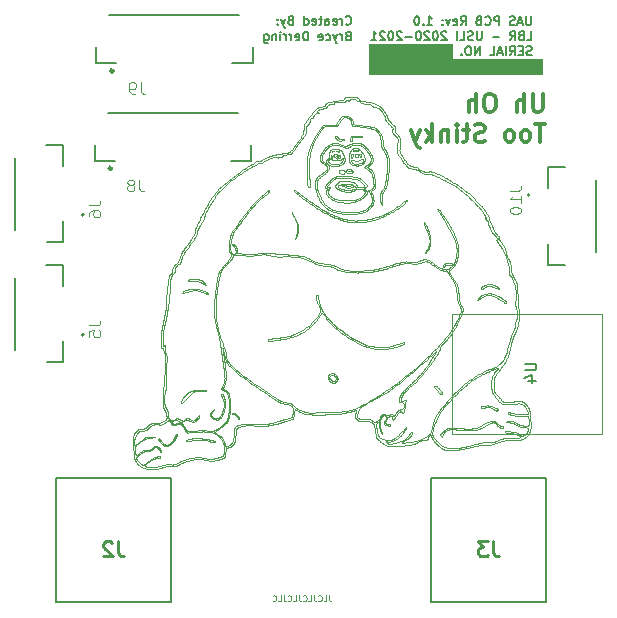
<source format=gbr>
%TF.GenerationSoftware,KiCad,Pcbnew,(5.1.9)-1*%
%TF.CreationDate,2021-04-17T19:11:21-07:00*%
%TF.ProjectId,UAS_V2,5541535f-5632-42e6-9b69-6361645f7063,rev?*%
%TF.SameCoordinates,Original*%
%TF.FileFunction,Legend,Bot*%
%TF.FilePolarity,Positive*%
%FSLAX46Y46*%
G04 Gerber Fmt 4.6, Leading zero omitted, Abs format (unit mm)*
G04 Created by KiCad (PCBNEW (5.1.9)-1) date 2021-04-17 19:11:21*
%MOMM*%
%LPD*%
G01*
G04 APERTURE LIST*
%ADD10C,0.100000*%
%ADD11C,0.150000*%
%ADD12C,0.187500*%
%ADD13C,0.125000*%
%ADD14C,0.300000*%
%ADD15C,0.200000*%
%ADD16C,0.127000*%
%ADD17C,0.050000*%
%ADD18C,0.015000*%
%ADD19C,0.254000*%
G04 APERTURE END LIST*
D10*
G36*
X162560000Y-83185000D02*
G01*
X170180000Y-83185000D01*
X170180000Y-84455000D01*
X155575000Y-84455000D01*
X155575000Y-81915000D01*
X162560000Y-81915000D01*
X162560000Y-83185000D01*
G37*
X162560000Y-83185000D02*
X170180000Y-83185000D01*
X170180000Y-84455000D01*
X155575000Y-84455000D01*
X155575000Y-81915000D01*
X162560000Y-81915000D01*
X162560000Y-83185000D01*
D11*
X169268928Y-79594285D02*
X169268928Y-80201428D01*
X169233214Y-80272857D01*
X169197500Y-80308571D01*
X169126071Y-80344285D01*
X168983214Y-80344285D01*
X168911785Y-80308571D01*
X168876071Y-80272857D01*
X168840357Y-80201428D01*
X168840357Y-79594285D01*
X168518928Y-80130000D02*
X168161785Y-80130000D01*
X168590357Y-80344285D02*
X168340357Y-79594285D01*
X168090357Y-80344285D01*
X167876071Y-80308571D02*
X167768928Y-80344285D01*
X167590357Y-80344285D01*
X167518928Y-80308571D01*
X167483214Y-80272857D01*
X167447500Y-80201428D01*
X167447500Y-80130000D01*
X167483214Y-80058571D01*
X167518928Y-80022857D01*
X167590357Y-79987142D01*
X167733214Y-79951428D01*
X167804642Y-79915714D01*
X167840357Y-79880000D01*
X167876071Y-79808571D01*
X167876071Y-79737142D01*
X167840357Y-79665714D01*
X167804642Y-79630000D01*
X167733214Y-79594285D01*
X167554642Y-79594285D01*
X167447500Y-79630000D01*
X166554642Y-80344285D02*
X166554642Y-79594285D01*
X166268928Y-79594285D01*
X166197500Y-79630000D01*
X166161785Y-79665714D01*
X166126071Y-79737142D01*
X166126071Y-79844285D01*
X166161785Y-79915714D01*
X166197500Y-79951428D01*
X166268928Y-79987142D01*
X166554642Y-79987142D01*
X165376071Y-80272857D02*
X165411785Y-80308571D01*
X165518928Y-80344285D01*
X165590357Y-80344285D01*
X165697500Y-80308571D01*
X165768928Y-80237142D01*
X165804642Y-80165714D01*
X165840357Y-80022857D01*
X165840357Y-79915714D01*
X165804642Y-79772857D01*
X165768928Y-79701428D01*
X165697500Y-79630000D01*
X165590357Y-79594285D01*
X165518928Y-79594285D01*
X165411785Y-79630000D01*
X165376071Y-79665714D01*
X164804642Y-79951428D02*
X164697500Y-79987142D01*
X164661785Y-80022857D01*
X164626071Y-80094285D01*
X164626071Y-80201428D01*
X164661785Y-80272857D01*
X164697500Y-80308571D01*
X164768928Y-80344285D01*
X165054642Y-80344285D01*
X165054642Y-79594285D01*
X164804642Y-79594285D01*
X164733214Y-79630000D01*
X164697500Y-79665714D01*
X164661785Y-79737142D01*
X164661785Y-79808571D01*
X164697500Y-79880000D01*
X164733214Y-79915714D01*
X164804642Y-79951428D01*
X165054642Y-79951428D01*
X163304642Y-80344285D02*
X163554642Y-79987142D01*
X163733214Y-80344285D02*
X163733214Y-79594285D01*
X163447500Y-79594285D01*
X163376071Y-79630000D01*
X163340357Y-79665714D01*
X163304642Y-79737142D01*
X163304642Y-79844285D01*
X163340357Y-79915714D01*
X163376071Y-79951428D01*
X163447500Y-79987142D01*
X163733214Y-79987142D01*
X162697500Y-80308571D02*
X162768928Y-80344285D01*
X162911785Y-80344285D01*
X162983214Y-80308571D01*
X163018928Y-80237142D01*
X163018928Y-79951428D01*
X162983214Y-79880000D01*
X162911785Y-79844285D01*
X162768928Y-79844285D01*
X162697500Y-79880000D01*
X162661785Y-79951428D01*
X162661785Y-80022857D01*
X163018928Y-80094285D01*
X162411785Y-79844285D02*
X162233214Y-80344285D01*
X162054642Y-79844285D01*
X161768928Y-80272857D02*
X161733214Y-80308571D01*
X161768928Y-80344285D01*
X161804642Y-80308571D01*
X161768928Y-80272857D01*
X161768928Y-80344285D01*
X161768928Y-79880000D02*
X161733214Y-79915714D01*
X161768928Y-79951428D01*
X161804642Y-79915714D01*
X161768928Y-79880000D01*
X161768928Y-79951428D01*
X160447500Y-80344285D02*
X160876071Y-80344285D01*
X160661785Y-80344285D02*
X160661785Y-79594285D01*
X160733214Y-79701428D01*
X160804642Y-79772857D01*
X160876071Y-79808571D01*
X160126071Y-80272857D02*
X160090357Y-80308571D01*
X160126071Y-80344285D01*
X160161785Y-80308571D01*
X160126071Y-80272857D01*
X160126071Y-80344285D01*
X159626071Y-79594285D02*
X159554642Y-79594285D01*
X159483214Y-79630000D01*
X159447500Y-79665714D01*
X159411785Y-79737142D01*
X159376071Y-79880000D01*
X159376071Y-80058571D01*
X159411785Y-80201428D01*
X159447500Y-80272857D01*
X159483214Y-80308571D01*
X159554642Y-80344285D01*
X159626071Y-80344285D01*
X159697500Y-80308571D01*
X159733214Y-80272857D01*
X159768928Y-80201428D01*
X159804642Y-80058571D01*
X159804642Y-79880000D01*
X159768928Y-79737142D01*
X159733214Y-79665714D01*
X159697500Y-79630000D01*
X159626071Y-79594285D01*
X168911785Y-81619285D02*
X169268928Y-81619285D01*
X169268928Y-80869285D01*
X168411785Y-81226428D02*
X168304642Y-81262142D01*
X168268928Y-81297857D01*
X168233214Y-81369285D01*
X168233214Y-81476428D01*
X168268928Y-81547857D01*
X168304642Y-81583571D01*
X168376071Y-81619285D01*
X168661785Y-81619285D01*
X168661785Y-80869285D01*
X168411785Y-80869285D01*
X168340357Y-80905000D01*
X168304642Y-80940714D01*
X168268928Y-81012142D01*
X168268928Y-81083571D01*
X168304642Y-81155000D01*
X168340357Y-81190714D01*
X168411785Y-81226428D01*
X168661785Y-81226428D01*
X167483214Y-81619285D02*
X167733214Y-81262142D01*
X167911785Y-81619285D02*
X167911785Y-80869285D01*
X167626071Y-80869285D01*
X167554642Y-80905000D01*
X167518928Y-80940714D01*
X167483214Y-81012142D01*
X167483214Y-81119285D01*
X167518928Y-81190714D01*
X167554642Y-81226428D01*
X167626071Y-81262142D01*
X167911785Y-81262142D01*
X166590357Y-81333571D02*
X166018928Y-81333571D01*
X165090357Y-80869285D02*
X165090357Y-81476428D01*
X165054642Y-81547857D01*
X165018928Y-81583571D01*
X164947500Y-81619285D01*
X164804642Y-81619285D01*
X164733214Y-81583571D01*
X164697500Y-81547857D01*
X164661785Y-81476428D01*
X164661785Y-80869285D01*
X164340357Y-81583571D02*
X164233214Y-81619285D01*
X164054642Y-81619285D01*
X163983214Y-81583571D01*
X163947500Y-81547857D01*
X163911785Y-81476428D01*
X163911785Y-81405000D01*
X163947500Y-81333571D01*
X163983214Y-81297857D01*
X164054642Y-81262142D01*
X164197500Y-81226428D01*
X164268928Y-81190714D01*
X164304642Y-81155000D01*
X164340357Y-81083571D01*
X164340357Y-81012142D01*
X164304642Y-80940714D01*
X164268928Y-80905000D01*
X164197500Y-80869285D01*
X164018928Y-80869285D01*
X163911785Y-80905000D01*
X163233214Y-81619285D02*
X163590357Y-81619285D01*
X163590357Y-80869285D01*
X162983214Y-81619285D02*
X162983214Y-80869285D01*
X162090357Y-80940714D02*
X162054642Y-80905000D01*
X161983214Y-80869285D01*
X161804642Y-80869285D01*
X161733214Y-80905000D01*
X161697500Y-80940714D01*
X161661785Y-81012142D01*
X161661785Y-81083571D01*
X161697500Y-81190714D01*
X162126071Y-81619285D01*
X161661785Y-81619285D01*
X161197500Y-80869285D02*
X161126071Y-80869285D01*
X161054642Y-80905000D01*
X161018928Y-80940714D01*
X160983214Y-81012142D01*
X160947500Y-81155000D01*
X160947500Y-81333571D01*
X160983214Y-81476428D01*
X161018928Y-81547857D01*
X161054642Y-81583571D01*
X161126071Y-81619285D01*
X161197500Y-81619285D01*
X161268928Y-81583571D01*
X161304642Y-81547857D01*
X161340357Y-81476428D01*
X161376071Y-81333571D01*
X161376071Y-81155000D01*
X161340357Y-81012142D01*
X161304642Y-80940714D01*
X161268928Y-80905000D01*
X161197500Y-80869285D01*
X160661785Y-80940714D02*
X160626071Y-80905000D01*
X160554642Y-80869285D01*
X160376071Y-80869285D01*
X160304642Y-80905000D01*
X160268928Y-80940714D01*
X160233214Y-81012142D01*
X160233214Y-81083571D01*
X160268928Y-81190714D01*
X160697500Y-81619285D01*
X160233214Y-81619285D01*
X159768928Y-80869285D02*
X159697500Y-80869285D01*
X159626071Y-80905000D01*
X159590357Y-80940714D01*
X159554642Y-81012142D01*
X159518928Y-81155000D01*
X159518928Y-81333571D01*
X159554642Y-81476428D01*
X159590357Y-81547857D01*
X159626071Y-81583571D01*
X159697500Y-81619285D01*
X159768928Y-81619285D01*
X159840357Y-81583571D01*
X159876071Y-81547857D01*
X159911785Y-81476428D01*
X159947500Y-81333571D01*
X159947500Y-81155000D01*
X159911785Y-81012142D01*
X159876071Y-80940714D01*
X159840357Y-80905000D01*
X159768928Y-80869285D01*
X159197500Y-81333571D02*
X158626071Y-81333571D01*
X158304642Y-80940714D02*
X158268928Y-80905000D01*
X158197500Y-80869285D01*
X158018928Y-80869285D01*
X157947500Y-80905000D01*
X157911785Y-80940714D01*
X157876071Y-81012142D01*
X157876071Y-81083571D01*
X157911785Y-81190714D01*
X158340357Y-81619285D01*
X157876071Y-81619285D01*
X157411785Y-80869285D02*
X157340357Y-80869285D01*
X157268928Y-80905000D01*
X157233214Y-80940714D01*
X157197500Y-81012142D01*
X157161785Y-81155000D01*
X157161785Y-81333571D01*
X157197500Y-81476428D01*
X157233214Y-81547857D01*
X157268928Y-81583571D01*
X157340357Y-81619285D01*
X157411785Y-81619285D01*
X157483214Y-81583571D01*
X157518928Y-81547857D01*
X157554642Y-81476428D01*
X157590357Y-81333571D01*
X157590357Y-81155000D01*
X157554642Y-81012142D01*
X157518928Y-80940714D01*
X157483214Y-80905000D01*
X157411785Y-80869285D01*
X156876071Y-80940714D02*
X156840357Y-80905000D01*
X156768928Y-80869285D01*
X156590357Y-80869285D01*
X156518928Y-80905000D01*
X156483214Y-80940714D01*
X156447500Y-81012142D01*
X156447500Y-81083571D01*
X156483214Y-81190714D01*
X156911785Y-81619285D01*
X156447500Y-81619285D01*
X155733214Y-81619285D02*
X156161785Y-81619285D01*
X155947500Y-81619285D02*
X155947500Y-80869285D01*
X156018928Y-80976428D01*
X156090357Y-81047857D01*
X156161785Y-81083571D01*
X169304642Y-82858571D02*
X169197500Y-82894285D01*
X169018928Y-82894285D01*
X168947500Y-82858571D01*
X168911785Y-82822857D01*
X168876071Y-82751428D01*
X168876071Y-82680000D01*
X168911785Y-82608571D01*
X168947500Y-82572857D01*
X169018928Y-82537142D01*
X169161785Y-82501428D01*
X169233214Y-82465714D01*
X169268928Y-82430000D01*
X169304642Y-82358571D01*
X169304642Y-82287142D01*
X169268928Y-82215714D01*
X169233214Y-82180000D01*
X169161785Y-82144285D01*
X168983214Y-82144285D01*
X168876071Y-82180000D01*
X168554642Y-82501428D02*
X168304642Y-82501428D01*
X168197500Y-82894285D02*
X168554642Y-82894285D01*
X168554642Y-82144285D01*
X168197500Y-82144285D01*
X167447500Y-82894285D02*
X167697500Y-82537142D01*
X167876071Y-82894285D02*
X167876071Y-82144285D01*
X167590357Y-82144285D01*
X167518928Y-82180000D01*
X167483214Y-82215714D01*
X167447500Y-82287142D01*
X167447500Y-82394285D01*
X167483214Y-82465714D01*
X167518928Y-82501428D01*
X167590357Y-82537142D01*
X167876071Y-82537142D01*
X167126071Y-82894285D02*
X167126071Y-82144285D01*
X166804642Y-82680000D02*
X166447500Y-82680000D01*
X166876071Y-82894285D02*
X166626071Y-82144285D01*
X166376071Y-82894285D01*
X165768928Y-82894285D02*
X166126071Y-82894285D01*
X166126071Y-82144285D01*
X164947500Y-82894285D02*
X164947500Y-82144285D01*
X164518928Y-82894285D01*
X164518928Y-82144285D01*
X164018928Y-82144285D02*
X163876071Y-82144285D01*
X163804642Y-82180000D01*
X163733214Y-82251428D01*
X163697500Y-82394285D01*
X163697500Y-82644285D01*
X163733214Y-82787142D01*
X163804642Y-82858571D01*
X163876071Y-82894285D01*
X164018928Y-82894285D01*
X164090357Y-82858571D01*
X164161785Y-82787142D01*
X164197500Y-82644285D01*
X164197500Y-82394285D01*
X164161785Y-82251428D01*
X164090357Y-82180000D01*
X164018928Y-82144285D01*
X163376071Y-82822857D02*
X163340357Y-82858571D01*
X163376071Y-82894285D01*
X163411785Y-82858571D01*
X163376071Y-82822857D01*
X163376071Y-82894285D01*
D12*
X153575982Y-80256607D02*
X153611696Y-80292321D01*
X153718839Y-80328035D01*
X153790267Y-80328035D01*
X153897410Y-80292321D01*
X153968839Y-80220892D01*
X154004553Y-80149464D01*
X154040267Y-80006607D01*
X154040267Y-79899464D01*
X154004553Y-79756607D01*
X153968839Y-79685178D01*
X153897410Y-79613750D01*
X153790267Y-79578035D01*
X153718839Y-79578035D01*
X153611696Y-79613750D01*
X153575982Y-79649464D01*
X153254553Y-80328035D02*
X153254553Y-79828035D01*
X153254553Y-79970892D02*
X153218839Y-79899464D01*
X153183125Y-79863750D01*
X153111696Y-79828035D01*
X153040267Y-79828035D01*
X152504553Y-80292321D02*
X152575982Y-80328035D01*
X152718839Y-80328035D01*
X152790267Y-80292321D01*
X152825982Y-80220892D01*
X152825982Y-79935178D01*
X152790267Y-79863750D01*
X152718839Y-79828035D01*
X152575982Y-79828035D01*
X152504553Y-79863750D01*
X152468839Y-79935178D01*
X152468839Y-80006607D01*
X152825982Y-80078035D01*
X151825982Y-80328035D02*
X151825982Y-79935178D01*
X151861696Y-79863750D01*
X151933125Y-79828035D01*
X152075982Y-79828035D01*
X152147410Y-79863750D01*
X151825982Y-80292321D02*
X151897410Y-80328035D01*
X152075982Y-80328035D01*
X152147410Y-80292321D01*
X152183125Y-80220892D01*
X152183125Y-80149464D01*
X152147410Y-80078035D01*
X152075982Y-80042321D01*
X151897410Y-80042321D01*
X151825982Y-80006607D01*
X151575982Y-79828035D02*
X151290267Y-79828035D01*
X151468839Y-79578035D02*
X151468839Y-80220892D01*
X151433125Y-80292321D01*
X151361696Y-80328035D01*
X151290267Y-80328035D01*
X150754553Y-80292321D02*
X150825982Y-80328035D01*
X150968839Y-80328035D01*
X151040267Y-80292321D01*
X151075982Y-80220892D01*
X151075982Y-79935178D01*
X151040267Y-79863750D01*
X150968839Y-79828035D01*
X150825982Y-79828035D01*
X150754553Y-79863750D01*
X150718839Y-79935178D01*
X150718839Y-80006607D01*
X151075982Y-80078035D01*
X150075982Y-80328035D02*
X150075982Y-79578035D01*
X150075982Y-80292321D02*
X150147410Y-80328035D01*
X150290267Y-80328035D01*
X150361696Y-80292321D01*
X150397410Y-80256607D01*
X150433125Y-80185178D01*
X150433125Y-79970892D01*
X150397410Y-79899464D01*
X150361696Y-79863750D01*
X150290267Y-79828035D01*
X150147410Y-79828035D01*
X150075982Y-79863750D01*
X148897410Y-79935178D02*
X148790267Y-79970892D01*
X148754553Y-80006607D01*
X148718839Y-80078035D01*
X148718839Y-80185178D01*
X148754553Y-80256607D01*
X148790267Y-80292321D01*
X148861696Y-80328035D01*
X149147410Y-80328035D01*
X149147410Y-79578035D01*
X148897410Y-79578035D01*
X148825982Y-79613750D01*
X148790267Y-79649464D01*
X148754553Y-79720892D01*
X148754553Y-79792321D01*
X148790267Y-79863750D01*
X148825982Y-79899464D01*
X148897410Y-79935178D01*
X149147410Y-79935178D01*
X148468839Y-79828035D02*
X148290267Y-80328035D01*
X148111696Y-79828035D02*
X148290267Y-80328035D01*
X148361696Y-80506607D01*
X148397410Y-80542321D01*
X148468839Y-80578035D01*
X147825982Y-80256607D02*
X147790267Y-80292321D01*
X147825982Y-80328035D01*
X147861696Y-80292321D01*
X147825982Y-80256607D01*
X147825982Y-80328035D01*
X147825982Y-79863750D02*
X147790267Y-79899464D01*
X147825982Y-79935178D01*
X147861696Y-79899464D01*
X147825982Y-79863750D01*
X147825982Y-79935178D01*
X153754553Y-81247678D02*
X153647410Y-81283392D01*
X153611696Y-81319107D01*
X153575982Y-81390535D01*
X153575982Y-81497678D01*
X153611696Y-81569107D01*
X153647410Y-81604821D01*
X153718839Y-81640535D01*
X154004553Y-81640535D01*
X154004553Y-80890535D01*
X153754553Y-80890535D01*
X153683125Y-80926250D01*
X153647410Y-80961964D01*
X153611696Y-81033392D01*
X153611696Y-81104821D01*
X153647410Y-81176250D01*
X153683125Y-81211964D01*
X153754553Y-81247678D01*
X154004553Y-81247678D01*
X153254553Y-81640535D02*
X153254553Y-81140535D01*
X153254553Y-81283392D02*
X153218839Y-81211964D01*
X153183125Y-81176250D01*
X153111696Y-81140535D01*
X153040267Y-81140535D01*
X152861696Y-81140535D02*
X152683125Y-81640535D01*
X152504553Y-81140535D02*
X152683125Y-81640535D01*
X152754553Y-81819107D01*
X152790267Y-81854821D01*
X152861696Y-81890535D01*
X151897410Y-81604821D02*
X151968839Y-81640535D01*
X152111696Y-81640535D01*
X152183125Y-81604821D01*
X152218839Y-81569107D01*
X152254553Y-81497678D01*
X152254553Y-81283392D01*
X152218839Y-81211964D01*
X152183125Y-81176250D01*
X152111696Y-81140535D01*
X151968839Y-81140535D01*
X151897410Y-81176250D01*
X151290267Y-81604821D02*
X151361696Y-81640535D01*
X151504553Y-81640535D01*
X151575982Y-81604821D01*
X151611696Y-81533392D01*
X151611696Y-81247678D01*
X151575982Y-81176250D01*
X151504553Y-81140535D01*
X151361696Y-81140535D01*
X151290267Y-81176250D01*
X151254553Y-81247678D01*
X151254553Y-81319107D01*
X151611696Y-81390535D01*
X150361696Y-81640535D02*
X150361696Y-80890535D01*
X150183125Y-80890535D01*
X150075982Y-80926250D01*
X150004553Y-80997678D01*
X149968839Y-81069107D01*
X149933125Y-81211964D01*
X149933125Y-81319107D01*
X149968839Y-81461964D01*
X150004553Y-81533392D01*
X150075982Y-81604821D01*
X150183125Y-81640535D01*
X150361696Y-81640535D01*
X149325982Y-81604821D02*
X149397410Y-81640535D01*
X149540267Y-81640535D01*
X149611696Y-81604821D01*
X149647410Y-81533392D01*
X149647410Y-81247678D01*
X149611696Y-81176250D01*
X149540267Y-81140535D01*
X149397410Y-81140535D01*
X149325982Y-81176250D01*
X149290267Y-81247678D01*
X149290267Y-81319107D01*
X149647410Y-81390535D01*
X148968839Y-81640535D02*
X148968839Y-81140535D01*
X148968839Y-81283392D02*
X148933125Y-81211964D01*
X148897410Y-81176250D01*
X148825982Y-81140535D01*
X148754553Y-81140535D01*
X148504553Y-81640535D02*
X148504553Y-81140535D01*
X148504553Y-81283392D02*
X148468839Y-81211964D01*
X148433125Y-81176250D01*
X148361696Y-81140535D01*
X148290267Y-81140535D01*
X148040267Y-81640535D02*
X148040267Y-81140535D01*
X148040267Y-80890535D02*
X148075982Y-80926250D01*
X148040267Y-80961964D01*
X148004553Y-80926250D01*
X148040267Y-80890535D01*
X148040267Y-80961964D01*
X147683125Y-81140535D02*
X147683125Y-81640535D01*
X147683125Y-81211964D02*
X147647410Y-81176250D01*
X147575982Y-81140535D01*
X147468839Y-81140535D01*
X147397410Y-81176250D01*
X147361696Y-81247678D01*
X147361696Y-81640535D01*
X146683125Y-81140535D02*
X146683125Y-81747678D01*
X146718839Y-81819107D01*
X146754553Y-81854821D01*
X146825982Y-81890535D01*
X146933125Y-81890535D01*
X147004553Y-81854821D01*
X146683125Y-81604821D02*
X146754553Y-81640535D01*
X146897410Y-81640535D01*
X146968839Y-81604821D01*
X147004553Y-81569107D01*
X147040267Y-81497678D01*
X147040267Y-81283392D01*
X147004553Y-81211964D01*
X146968839Y-81176250D01*
X146897410Y-81140535D01*
X146754553Y-81140535D01*
X146683125Y-81176250D01*
D13*
X152169523Y-128631190D02*
X152169523Y-128988333D01*
X152193333Y-129059761D01*
X152240952Y-129107380D01*
X152312380Y-129131190D01*
X152360000Y-129131190D01*
X151693333Y-129131190D02*
X151931428Y-129131190D01*
X151931428Y-128631190D01*
X151240952Y-129083571D02*
X151264761Y-129107380D01*
X151336190Y-129131190D01*
X151383809Y-129131190D01*
X151455238Y-129107380D01*
X151502857Y-129059761D01*
X151526666Y-129012142D01*
X151550476Y-128916904D01*
X151550476Y-128845476D01*
X151526666Y-128750238D01*
X151502857Y-128702619D01*
X151455238Y-128655000D01*
X151383809Y-128631190D01*
X151336190Y-128631190D01*
X151264761Y-128655000D01*
X151240952Y-128678809D01*
X150883809Y-128631190D02*
X150883809Y-128988333D01*
X150907619Y-129059761D01*
X150955238Y-129107380D01*
X151026666Y-129131190D01*
X151074285Y-129131190D01*
X150407619Y-129131190D02*
X150645714Y-129131190D01*
X150645714Y-128631190D01*
X149955238Y-129083571D02*
X149979047Y-129107380D01*
X150050476Y-129131190D01*
X150098095Y-129131190D01*
X150169523Y-129107380D01*
X150217142Y-129059761D01*
X150240952Y-129012142D01*
X150264761Y-128916904D01*
X150264761Y-128845476D01*
X150240952Y-128750238D01*
X150217142Y-128702619D01*
X150169523Y-128655000D01*
X150098095Y-128631190D01*
X150050476Y-128631190D01*
X149979047Y-128655000D01*
X149955238Y-128678809D01*
X149598095Y-128631190D02*
X149598095Y-128988333D01*
X149621904Y-129059761D01*
X149669523Y-129107380D01*
X149740952Y-129131190D01*
X149788571Y-129131190D01*
X149121904Y-129131190D02*
X149360000Y-129131190D01*
X149360000Y-128631190D01*
X148669523Y-129083571D02*
X148693333Y-129107380D01*
X148764761Y-129131190D01*
X148812380Y-129131190D01*
X148883809Y-129107380D01*
X148931428Y-129059761D01*
X148955238Y-129012142D01*
X148979047Y-128916904D01*
X148979047Y-128845476D01*
X148955238Y-128750238D01*
X148931428Y-128702619D01*
X148883809Y-128655000D01*
X148812380Y-128631190D01*
X148764761Y-128631190D01*
X148693333Y-128655000D01*
X148669523Y-128678809D01*
X148312380Y-128631190D02*
X148312380Y-128988333D01*
X148336190Y-129059761D01*
X148383809Y-129107380D01*
X148455238Y-129131190D01*
X148502857Y-129131190D01*
X147836190Y-129131190D02*
X148074285Y-129131190D01*
X148074285Y-128631190D01*
X147383809Y-129083571D02*
X147407619Y-129107380D01*
X147479047Y-129131190D01*
X147526666Y-129131190D01*
X147598095Y-129107380D01*
X147645714Y-129059761D01*
X147669523Y-129012142D01*
X147693333Y-128916904D01*
X147693333Y-128845476D01*
X147669523Y-128750238D01*
X147645714Y-128702619D01*
X147598095Y-128655000D01*
X147526666Y-128631190D01*
X147479047Y-128631190D01*
X147407619Y-128655000D01*
X147383809Y-128678809D01*
D14*
X170262857Y-86168571D02*
X170262857Y-87382857D01*
X170191428Y-87525714D01*
X170120000Y-87597142D01*
X169977142Y-87668571D01*
X169691428Y-87668571D01*
X169548571Y-87597142D01*
X169477142Y-87525714D01*
X169405714Y-87382857D01*
X169405714Y-86168571D01*
X168691428Y-87668571D02*
X168691428Y-86168571D01*
X168048571Y-87668571D02*
X168048571Y-86882857D01*
X168120000Y-86740000D01*
X168262857Y-86668571D01*
X168477142Y-86668571D01*
X168620000Y-86740000D01*
X168691428Y-86811428D01*
X165905714Y-86168571D02*
X165620000Y-86168571D01*
X165477142Y-86240000D01*
X165334285Y-86382857D01*
X165262857Y-86668571D01*
X165262857Y-87168571D01*
X165334285Y-87454285D01*
X165477142Y-87597142D01*
X165620000Y-87668571D01*
X165905714Y-87668571D01*
X166048571Y-87597142D01*
X166191428Y-87454285D01*
X166262857Y-87168571D01*
X166262857Y-86668571D01*
X166191428Y-86382857D01*
X166048571Y-86240000D01*
X165905714Y-86168571D01*
X164620000Y-87668571D02*
X164620000Y-86168571D01*
X163977142Y-87668571D02*
X163977142Y-86882857D01*
X164048571Y-86740000D01*
X164191428Y-86668571D01*
X164405714Y-86668571D01*
X164548571Y-86740000D01*
X164620000Y-86811428D01*
X170477142Y-88718571D02*
X169620000Y-88718571D01*
X170048571Y-90218571D02*
X170048571Y-88718571D01*
X168905714Y-90218571D02*
X169048571Y-90147142D01*
X169120000Y-90075714D01*
X169191428Y-89932857D01*
X169191428Y-89504285D01*
X169120000Y-89361428D01*
X169048571Y-89290000D01*
X168905714Y-89218571D01*
X168691428Y-89218571D01*
X168548571Y-89290000D01*
X168477142Y-89361428D01*
X168405714Y-89504285D01*
X168405714Y-89932857D01*
X168477142Y-90075714D01*
X168548571Y-90147142D01*
X168691428Y-90218571D01*
X168905714Y-90218571D01*
X167548571Y-90218571D02*
X167691428Y-90147142D01*
X167762857Y-90075714D01*
X167834285Y-89932857D01*
X167834285Y-89504285D01*
X167762857Y-89361428D01*
X167691428Y-89290000D01*
X167548571Y-89218571D01*
X167334285Y-89218571D01*
X167191428Y-89290000D01*
X167120000Y-89361428D01*
X167048571Y-89504285D01*
X167048571Y-89932857D01*
X167120000Y-90075714D01*
X167191428Y-90147142D01*
X167334285Y-90218571D01*
X167548571Y-90218571D01*
X165334285Y-90147142D02*
X165120000Y-90218571D01*
X164762857Y-90218571D01*
X164620000Y-90147142D01*
X164548571Y-90075714D01*
X164477142Y-89932857D01*
X164477142Y-89790000D01*
X164548571Y-89647142D01*
X164620000Y-89575714D01*
X164762857Y-89504285D01*
X165048571Y-89432857D01*
X165191428Y-89361428D01*
X165262857Y-89290000D01*
X165334285Y-89147142D01*
X165334285Y-89004285D01*
X165262857Y-88861428D01*
X165191428Y-88790000D01*
X165048571Y-88718571D01*
X164691428Y-88718571D01*
X164477142Y-88790000D01*
X164048571Y-89218571D02*
X163477142Y-89218571D01*
X163834285Y-88718571D02*
X163834285Y-90004285D01*
X163762857Y-90147142D01*
X163620000Y-90218571D01*
X163477142Y-90218571D01*
X162977142Y-90218571D02*
X162977142Y-89218571D01*
X162977142Y-88718571D02*
X163048571Y-88790000D01*
X162977142Y-88861428D01*
X162905714Y-88790000D01*
X162977142Y-88718571D01*
X162977142Y-88861428D01*
X162262857Y-89218571D02*
X162262857Y-90218571D01*
X162262857Y-89361428D02*
X162191428Y-89290000D01*
X162048571Y-89218571D01*
X161834285Y-89218571D01*
X161691428Y-89290000D01*
X161620000Y-89432857D01*
X161620000Y-90218571D01*
X160905714Y-90218571D02*
X160905714Y-88718571D01*
X160762857Y-89647142D02*
X160334285Y-90218571D01*
X160334285Y-89218571D02*
X160905714Y-89790000D01*
X159834285Y-89218571D02*
X159477142Y-90218571D01*
X159120000Y-89218571D02*
X159477142Y-90218571D01*
X159620000Y-90575714D01*
X159691428Y-90647142D01*
X159834285Y-90718571D01*
D10*
X142516544Y-115642228D02*
X142523089Y-115635452D01*
X141975942Y-115433712D02*
X141921244Y-115422543D01*
X141921244Y-115422543D02*
X141866462Y-115411855D01*
X142534999Y-115616006D02*
X142535875Y-115610232D01*
X142030560Y-115445320D02*
X141975942Y-115433712D01*
X141701592Y-115383106D02*
X141646451Y-115374771D01*
X142439916Y-115544011D02*
X142429781Y-115540633D01*
X142193961Y-115482342D02*
X142139567Y-115469678D01*
X142356741Y-115521761D02*
X142302545Y-115508426D01*
X142429781Y-115540633D02*
X142420048Y-115537694D01*
X142139567Y-115469678D02*
X142085101Y-115457323D01*
X141591213Y-115367132D02*
X141535875Y-115360232D01*
X142516379Y-115582184D02*
X142508754Y-115576690D01*
X142248286Y-115495272D02*
X142193961Y-115482342D01*
X142491053Y-115566127D02*
X142481294Y-115561136D01*
X141811595Y-115401690D02*
X141756639Y-115392093D01*
X142528450Y-115628740D02*
X142532472Y-115622216D01*
X142534990Y-115604675D02*
X142532438Y-115599052D01*
X141646451Y-115374771D02*
X141591213Y-115367132D01*
X142450294Y-115547789D02*
X142439916Y-115544011D01*
X142535875Y-115610232D02*
X142534990Y-115604675D01*
X142420048Y-115537694D02*
X142410875Y-115535232D01*
X142508754Y-115576690D02*
X142500259Y-115571324D01*
X142522973Y-115587768D02*
X142516379Y-115582184D01*
X142523089Y-115635452D02*
X142528450Y-115628740D01*
X142460756Y-115551928D02*
X142450294Y-115547789D01*
X142532472Y-115622216D02*
X142534999Y-115616006D01*
X142500259Y-115571324D02*
X142491053Y-115566127D01*
X141866462Y-115411855D02*
X141811595Y-115401690D01*
X142481294Y-115561136D02*
X142471142Y-115556390D01*
X141756639Y-115392093D02*
X141701592Y-115383106D01*
X142085101Y-115457323D02*
X142030560Y-115445320D01*
X142471142Y-115556390D02*
X142460756Y-115551928D01*
X142302545Y-115508426D02*
X142248286Y-115495272D01*
X142410875Y-115535232D02*
X142356741Y-115521761D01*
X142532438Y-115599052D02*
X142528379Y-115593404D01*
X142528379Y-115593404D02*
X142522973Y-115587768D01*
X141123929Y-115330058D02*
X141072264Y-115328795D01*
X138915756Y-115648573D02*
X138946732Y-115614539D01*
X141175577Y-115331874D02*
X141123929Y-115330058D01*
X139223950Y-115206212D02*
X139243133Y-115167073D01*
X138946732Y-115614539D02*
X138977063Y-115580069D01*
X141433244Y-115349314D02*
X141381817Y-115344704D01*
X139058711Y-115480878D02*
X139082604Y-115447389D01*
X138884112Y-115682066D02*
X138915756Y-115648573D01*
X139284528Y-115068100D02*
X139291500Y-115044031D01*
X139243133Y-115167073D02*
X139259912Y-115130453D01*
X141535875Y-115360232D02*
X141484600Y-115354490D01*
X140917254Y-115328297D02*
X140865609Y-115329221D01*
X139259912Y-115130453D02*
X139273855Y-115097185D01*
X138784966Y-115778270D02*
X138818739Y-115747018D01*
X138818739Y-115747018D02*
X138851780Y-115714916D01*
X141278785Y-115337172D02*
X141227199Y-115334245D01*
X139291500Y-115044031D02*
X139294337Y-115025808D01*
X139107123Y-115410597D02*
X139131834Y-115371335D01*
X139006771Y-115545265D02*
X139035875Y-115510232D01*
X140570900Y-115345732D02*
X140535895Y-115349450D01*
X140968917Y-115327916D02*
X140917254Y-115328297D01*
X139202796Y-115247040D02*
X139223950Y-115206212D01*
X140605930Y-115342497D02*
X140570900Y-115345732D01*
X139082604Y-115447389D02*
X139107123Y-115410597D01*
X139294337Y-115025808D02*
X139292606Y-115014265D01*
X141072264Y-115328795D02*
X141020590Y-115328082D01*
X141381817Y-115344704D02*
X141330328Y-115340657D01*
X140362269Y-115376872D02*
X140328029Y-115384443D01*
X140396709Y-115370058D02*
X140362269Y-115376872D01*
X140431322Y-115363954D02*
X140396709Y-115370058D01*
X139180103Y-115288725D02*
X139202796Y-115247040D01*
X140466076Y-115358515D02*
X140431322Y-115363954D01*
X140500944Y-115353696D02*
X140466076Y-115358515D01*
X140535895Y-115349450D02*
X140500944Y-115353696D01*
X140640956Y-115339700D02*
X140605930Y-115342497D01*
X140813992Y-115330686D02*
X140762411Y-115332691D01*
X140675947Y-115337293D02*
X140640956Y-115339700D01*
X140710875Y-115335232D02*
X140675947Y-115337293D01*
X140762411Y-115332691D02*
X140710875Y-115335232D01*
X140865609Y-115329221D02*
X140813992Y-115330686D01*
X139156305Y-115330433D02*
X139180103Y-115288725D01*
X139131834Y-115371335D02*
X139156305Y-115330433D01*
X138977063Y-115580069D02*
X139006771Y-115545265D01*
X138851780Y-115714916D02*
X138884112Y-115682066D01*
X139035875Y-115510232D02*
X139058711Y-115480878D01*
X141020590Y-115328082D02*
X140968917Y-115327916D01*
X141330328Y-115340657D02*
X141278785Y-115337172D01*
X139292606Y-115014265D02*
X139285875Y-115010232D01*
X139273855Y-115097185D02*
X139284528Y-115068100D01*
X141227199Y-115334245D02*
X141175577Y-115331874D01*
X141484600Y-115354490D02*
X141433244Y-115349314D01*
X138565766Y-115942117D02*
X138604379Y-115918144D01*
X137683163Y-115404534D02*
X137685875Y-115410232D01*
X138526273Y-115964514D02*
X138565766Y-115942117D01*
X138485875Y-115985232D02*
X138526273Y-115964514D01*
X137842756Y-115423639D02*
X137818793Y-115394202D01*
X138057097Y-115852463D02*
X138090815Y-115881182D01*
X138215470Y-115967705D02*
X138235340Y-115976767D01*
X137960885Y-115760366D02*
X137992158Y-115791985D01*
X137705000Y-115361411D02*
X137698744Y-115367261D01*
X137711831Y-115355915D02*
X137705000Y-115361411D01*
X137818793Y-115394202D02*
X137798208Y-115369791D01*
X137798208Y-115369791D02*
X137781418Y-115351257D01*
X137754974Y-115335624D02*
X137748410Y-115337027D01*
X138341489Y-116005445D02*
X138363184Y-116007324D01*
X137815453Y-115591266D02*
X137843168Y-115626320D01*
X137726507Y-115346360D02*
X137719059Y-115350867D01*
X138125399Y-115908796D02*
X138160875Y-115935232D01*
X137736010Y-115483519D02*
X137761900Y-115519795D01*
X137748410Y-115337027D02*
X137741360Y-115339346D01*
X137871543Y-115660827D02*
X137900603Y-115694717D01*
X138406016Y-116006619D02*
X138426898Y-116003883D01*
X137685875Y-115410232D02*
X137710678Y-115446975D01*
X138255834Y-115984821D02*
X138276824Y-115991792D01*
X137768835Y-115339453D02*
X137760875Y-115335232D01*
X138196350Y-115957712D02*
X138215470Y-115967705D01*
X137788372Y-115555734D02*
X137815453Y-115591266D01*
X138235340Y-115976767D02*
X138255834Y-115984821D01*
X137992158Y-115791985D02*
X138024220Y-115822707D01*
X137899164Y-115494177D02*
X137869685Y-115457248D01*
X137900603Y-115694717D02*
X137930376Y-115727920D01*
X137682262Y-115398532D02*
X137683163Y-115404534D01*
X137682996Y-115392321D02*
X137682262Y-115398532D01*
X137930779Y-115533573D02*
X137899164Y-115494177D01*
X137761900Y-115519795D02*
X137788372Y-115555734D01*
X137698744Y-115367261D02*
X137693238Y-115373371D01*
X138178110Y-115946862D02*
X138196350Y-115957712D01*
X138090815Y-115881182D02*
X138125399Y-115908796D01*
X137719059Y-115350867D02*
X137711831Y-115355915D01*
X137734000Y-115342488D02*
X137726507Y-115346360D01*
X138604379Y-115918144D02*
X138642130Y-115892699D01*
X138363184Y-116007324D02*
X138384736Y-116007741D01*
X138319779Y-116002180D02*
X138341489Y-116005445D01*
X138466956Y-115993266D02*
X138485875Y-115985232D01*
X138160875Y-115935232D02*
X138178110Y-115946862D01*
X137688661Y-115379647D02*
X137685188Y-115385995D01*
X137693238Y-115373371D02*
X137688661Y-115379647D01*
X137781418Y-115351257D02*
X137768835Y-115339453D01*
X137843168Y-115626320D02*
X137871543Y-115660827D01*
X138024220Y-115822707D02*
X138057097Y-115852463D01*
X138750440Y-115808568D02*
X138784966Y-115778270D01*
X138384736Y-116007741D02*
X138406016Y-116006619D01*
X138715140Y-115837807D02*
X138750440Y-115808568D01*
X138426898Y-116003883D02*
X138447254Y-115999457D01*
X138679044Y-115865886D02*
X138715140Y-115837807D01*
X137741360Y-115339346D02*
X137734000Y-115342488D01*
X138447254Y-115999457D02*
X138466956Y-115993266D01*
X137685188Y-115385995D02*
X137682996Y-115392321D01*
X137760875Y-115335232D02*
X137754974Y-115335624D01*
X137869685Y-115457248D02*
X137842756Y-115423639D01*
X137710678Y-115446975D02*
X137736010Y-115483519D01*
X138642130Y-115892699D02*
X138679044Y-115865886D01*
X138276824Y-115991792D02*
X138298182Y-115997603D01*
X138298182Y-115997603D02*
X138319779Y-116002180D01*
X137930376Y-115727920D02*
X137960885Y-115760366D01*
X139127787Y-115087989D02*
X139113668Y-115117776D01*
X138775771Y-115640862D02*
X138747335Y-115669508D01*
X139195104Y-115010232D02*
X139190172Y-115010232D01*
X138831008Y-115581930D02*
X138803651Y-115611637D01*
X139209069Y-115010232D02*
X139201500Y-115010232D01*
X139176031Y-115013835D02*
X139165268Y-115024149D01*
X138142124Y-115774006D02*
X138106394Y-115737714D01*
X139201500Y-115010232D02*
X139195104Y-115010232D01*
X138223866Y-115844875D02*
X138210875Y-115835232D01*
X138237708Y-115854057D02*
X138223866Y-115844875D01*
X138299440Y-115884421D02*
X138283266Y-115877959D01*
X138252293Y-115862690D02*
X138237708Y-115854057D01*
X139032300Y-115297313D02*
X139014094Y-115334177D01*
X138267515Y-115870686D02*
X138252293Y-115862690D01*
X138283266Y-115877959D02*
X138267515Y-115870686D01*
X139226549Y-115010232D02*
X139217516Y-115010232D01*
X138349428Y-115898069D02*
X138332628Y-115894563D01*
X139185875Y-115010232D02*
X139176031Y-115013835D01*
X138431202Y-115896447D02*
X138415501Y-115899616D01*
X138935875Y-115460232D02*
X138910276Y-115490893D01*
X138382903Y-115901512D02*
X138366222Y-115900414D01*
X138595644Y-115800654D02*
X138563170Y-115823785D01*
X139165268Y-115024149D02*
X139153619Y-115040438D01*
X139186999Y-115010232D02*
X139185875Y-115010232D01*
X139014094Y-115334177D02*
X138995316Y-115369639D01*
X138415501Y-115899616D02*
X138399365Y-115901275D01*
X138718309Y-115697479D02*
X138688661Y-115724675D01*
X138315930Y-115889985D02*
X138299440Y-115884421D01*
X138332628Y-115894563D02*
X138315930Y-115889985D01*
X138366222Y-115900414D02*
X138349428Y-115898069D01*
X138399365Y-115901275D02*
X138382903Y-115901512D01*
X138658356Y-115751002D02*
X138627362Y-115776360D01*
X138446363Y-115891682D02*
X138431202Y-115896447D01*
X139098789Y-115150587D02*
X139083180Y-115185683D01*
X138460875Y-115885232D02*
X138446363Y-115891682D01*
X139235875Y-115010232D02*
X139226549Y-115010232D01*
X139217516Y-115010232D02*
X139209069Y-115010232D01*
X138627362Y-115776360D02*
X138595644Y-115800654D01*
X139113668Y-115117776D02*
X139098789Y-115150587D01*
X138747335Y-115669508D02*
X138718309Y-115697479D01*
X139153619Y-115040438D02*
X139141115Y-115061964D01*
X138495819Y-115866171D02*
X138460875Y-115885232D01*
X138563170Y-115823785D02*
X138529906Y-115845657D01*
X138803651Y-115611637D02*
X138775771Y-115640862D01*
X139066875Y-115222329D02*
X139049905Y-115259784D01*
X138857875Y-115551839D02*
X138831008Y-115581930D01*
X138910276Y-115490893D02*
X138884287Y-115521461D01*
X138884287Y-115521461D02*
X138857875Y-115551839D01*
X139141115Y-115061964D02*
X139127787Y-115087989D01*
X138688661Y-115724675D02*
X138658356Y-115751002D01*
X139083180Y-115185683D02*
X139066875Y-115222329D01*
X139190172Y-115010232D02*
X139186999Y-115010232D01*
X137964116Y-115574583D02*
X137930779Y-115533573D01*
X139049905Y-115259784D02*
X139032300Y-115297313D01*
X137998760Y-115616355D02*
X137964116Y-115574583D01*
X138976000Y-115402961D02*
X138956176Y-115433404D01*
X138034298Y-115658036D02*
X137998760Y-115616355D01*
X138070314Y-115698773D02*
X138034298Y-115658036D01*
X138106394Y-115737714D02*
X138070314Y-115698773D01*
X138177089Y-115806796D02*
X138142124Y-115774006D01*
X138995316Y-115369639D02*
X138976000Y-115402961D01*
X138210875Y-115835232D02*
X138177089Y-115806796D01*
X138956176Y-115433404D02*
X138935875Y-115460232D01*
X138529906Y-115845657D02*
X138495819Y-115866171D01*
X166610875Y-114235232D02*
X166578086Y-114215428D01*
X166648665Y-114250343D02*
X166628727Y-114243550D01*
X166811268Y-114270181D02*
X166788523Y-114269067D01*
X166852480Y-114272293D02*
X166832727Y-114271197D01*
X166910566Y-114364248D02*
X166913205Y-114352026D01*
X166897277Y-114277852D02*
X166885176Y-114275443D01*
X166765492Y-114446679D02*
X166785018Y-114446641D01*
X166860875Y-114435232D02*
X166869955Y-114431439D01*
X166905984Y-114281056D02*
X166897277Y-114277852D01*
X166869955Y-114431439D02*
X166878196Y-114425663D01*
X166706699Y-114440601D02*
X166726261Y-114443623D01*
X166394023Y-114053934D02*
X166364867Y-114024721D01*
X139245202Y-115010232D02*
X139235875Y-115010232D01*
X166788523Y-114269067D02*
X166764914Y-114267678D01*
X166916206Y-114328267D02*
X166916587Y-114317260D01*
X139254235Y-115010232D02*
X139245202Y-115010232D01*
X166307290Y-113968969D02*
X166278742Y-113943460D01*
X166726261Y-114443623D02*
X166745882Y-114445661D01*
X139285875Y-115010232D02*
X139284752Y-115010232D01*
X166878196Y-114425663D02*
X166885607Y-114418171D01*
X166910875Y-114285232D02*
X166905984Y-114281056D01*
X166832727Y-114271197D02*
X166811268Y-114270181D01*
X166885607Y-114418171D02*
X166892200Y-114409229D01*
X139276647Y-115010232D02*
X139270250Y-115010232D01*
X166716790Y-114263356D02*
X166693119Y-114260068D01*
X166764914Y-114267678D02*
X166740862Y-114265833D01*
X139284752Y-115010232D02*
X139281579Y-115010232D01*
X166693119Y-114260068D02*
X166670270Y-114255790D01*
X166804391Y-114445514D02*
X166823539Y-114443260D01*
X166193300Y-113882598D02*
X166164676Y-113869251D01*
X166423508Y-114083350D02*
X166394023Y-114053934D01*
X166870103Y-114273649D02*
X166852480Y-114272293D01*
X139262682Y-115010232D02*
X139254235Y-115010232D01*
X139270250Y-115010232D02*
X139262682Y-115010232D01*
X166885176Y-114275443D02*
X166870103Y-114273649D01*
X166483719Y-114140729D02*
X166453386Y-114112453D01*
X166823539Y-114443260D02*
X166842391Y-114439844D01*
X166745882Y-114445661D02*
X166765492Y-114446679D01*
X166902964Y-114388050D02*
X166907156Y-114376344D01*
X166785018Y-114446641D02*
X166804391Y-114445514D01*
X166628727Y-114243550D02*
X166610875Y-114235232D01*
X166915081Y-114339944D02*
X166916206Y-114328267D01*
X166514572Y-114167660D02*
X166483719Y-114140729D01*
X166164676Y-113869251D02*
X166135875Y-113860232D01*
X166250270Y-113920219D02*
X166221810Y-113899759D01*
X166453386Y-114112453D02*
X166423508Y-114083350D01*
X166670270Y-114255790D02*
X166648665Y-114250343D01*
X166221810Y-113899759D02*
X166193300Y-113882598D01*
X166915160Y-114298315D02*
X166913370Y-114290909D01*
X166907156Y-114376344D02*
X166910566Y-114364248D01*
X166897982Y-114399100D02*
X166902964Y-114388050D01*
X166892200Y-114409229D02*
X166897982Y-114399100D01*
X166913205Y-114352026D02*
X166915081Y-114339944D01*
X166913370Y-114290909D02*
X166910875Y-114285232D01*
X166335977Y-113996227D02*
X166307290Y-113968969D01*
X166916235Y-114307187D02*
X166915160Y-114298315D01*
X166740862Y-114265833D02*
X166716790Y-114263356D01*
X166916587Y-114317260D02*
X166916235Y-114307187D01*
X166546006Y-114192732D02*
X166514572Y-114167660D01*
X166842391Y-114439844D02*
X166860875Y-114435232D01*
X139281579Y-115010232D02*
X139276647Y-115010232D01*
X166278742Y-113943460D02*
X166250270Y-113920219D01*
X166364867Y-114024721D02*
X166335977Y-113996227D01*
X166578086Y-114215428D02*
X166546006Y-114192732D01*
X166444310Y-114285285D02*
X166465672Y-114307711D01*
X166343206Y-114165821D02*
X166363261Y-114189961D01*
X166302096Y-114118700D02*
X166322877Y-114141994D01*
X166235252Y-114054205D02*
X166258462Y-114074587D01*
X165820951Y-114061655D02*
X165915258Y-114021462D01*
X166165292Y-114007152D02*
X166177334Y-114013650D01*
X166152915Y-114001119D02*
X166165292Y-114007152D01*
X165361111Y-114296755D02*
X165452278Y-114247598D01*
X164708688Y-114589698D02*
X164805011Y-114558398D01*
X165915258Y-114021462D02*
X166010875Y-113985232D01*
X164101649Y-114669398D02*
X164238456Y-114664488D01*
X166010875Y-113985232D02*
X166023190Y-113981581D01*
X164610719Y-114615551D02*
X164708688Y-114589698D01*
X166210875Y-114035232D02*
X166235252Y-114054205D01*
X166188983Y-114020542D02*
X166200183Y-114027759D01*
X166127379Y-113990723D02*
X166140258Y-113995620D01*
X166114335Y-113986499D02*
X166127379Y-113990723D01*
X166087980Y-113980345D02*
X166101183Y-113983017D01*
X165452278Y-114247598D02*
X165543617Y-114198785D01*
X166074783Y-113978554D02*
X166087980Y-113980345D01*
X165178388Y-114393208D02*
X165269890Y-114345533D01*
X166035795Y-113979157D02*
X166048633Y-113977890D01*
X164374881Y-114653402D02*
X164510875Y-114635232D01*
X164238456Y-114664488D02*
X164374881Y-114653402D01*
X163413612Y-114633166D02*
X163551588Y-114645485D01*
X163689429Y-114656177D02*
X163827086Y-114664333D01*
X166403262Y-114238309D02*
X166423566Y-114262078D01*
X166363261Y-114189961D02*
X166383220Y-114214197D01*
X165635358Y-114151041D02*
X165727726Y-114105090D01*
X166200183Y-114027759D02*
X166210875Y-114035232D01*
X166061648Y-113977713D02*
X166074783Y-113978554D01*
X166177334Y-114013650D02*
X166188983Y-114020542D01*
X165543617Y-114198785D02*
X165635358Y-114151041D01*
X166487831Y-114329138D02*
X166510966Y-114349347D01*
X166423566Y-114262078D02*
X166444310Y-114285285D01*
X166258462Y-114074587D02*
X166280683Y-114096158D01*
X166322877Y-114141994D02*
X166343206Y-114165821D01*
X166687267Y-114436630D02*
X166706699Y-114440601D01*
X166668038Y-114431746D02*
X166687267Y-114436630D01*
X166649081Y-114425983D02*
X166668038Y-114431746D01*
X163964509Y-114669043D02*
X164101649Y-114669398D01*
X164993628Y-114482353D02*
X165086376Y-114439056D01*
X164510875Y-114635232D02*
X164610719Y-114615551D01*
X163551588Y-114645485D02*
X163689429Y-114656177D01*
X166630467Y-114419377D02*
X166649081Y-114425983D01*
X166280683Y-114096158D02*
X166302096Y-114118700D01*
X166023190Y-113981581D02*
X166035795Y-113979157D01*
X166612269Y-114411964D02*
X166630467Y-114419377D01*
X166048633Y-113977890D02*
X166061648Y-113977713D01*
X165269890Y-114345533D02*
X165361111Y-114296755D01*
X165086376Y-114439056D02*
X165178388Y-114393208D01*
X163827086Y-114664333D02*
X163964509Y-114669043D01*
X166594557Y-114403778D02*
X166612269Y-114411964D01*
X166577402Y-114394856D02*
X166594557Y-114403778D01*
X166560875Y-114385232D02*
X166577402Y-114394856D01*
X166535254Y-114368118D02*
X166560875Y-114385232D01*
X166383220Y-114214197D02*
X166403262Y-114238309D01*
X166140258Y-113995620D02*
X166152915Y-114001119D01*
X165727726Y-114105090D02*
X165820951Y-114061655D01*
X164899915Y-114522375D02*
X164993628Y-114482353D01*
X166101183Y-113983017D02*
X166114335Y-113986499D01*
X166510966Y-114349347D02*
X166535254Y-114368118D01*
X164805011Y-114558398D02*
X164899915Y-114522375D01*
X166465672Y-114307711D02*
X166487831Y-114329138D01*
X162069106Y-114691272D02*
X162093779Y-114673062D01*
X162044961Y-114710452D02*
X162069106Y-114691272D01*
X161998234Y-114750962D02*
X162021339Y-114730412D01*
X161931967Y-114814235D02*
X161953554Y-114793064D01*
X161799482Y-115015788D02*
X161813523Y-114986700D01*
X161751037Y-115121464D02*
X161761910Y-115097828D01*
X161741057Y-115142260D02*
X161751037Y-115121464D01*
X161975641Y-114771909D02*
X161998234Y-114750962D01*
X161876197Y-114877391D02*
X161893292Y-114854778D01*
X161588926Y-115082644D02*
X161593459Y-115093935D01*
X161586313Y-115071368D02*
X161588926Y-115082644D01*
X161678500Y-115175616D02*
X161688183Y-115180184D01*
X161723938Y-115172970D02*
X161732011Y-115159626D01*
X161625678Y-115136752D02*
X161635978Y-115146244D01*
X161716880Y-115181703D02*
X161723938Y-115172970D01*
X161893292Y-114854778D02*
X161910875Y-114835232D01*
X161786172Y-115044400D02*
X161799482Y-115015788D01*
X161657486Y-115162899D02*
X161668182Y-115169812D01*
X161616020Y-115126650D02*
X161625678Y-115136752D01*
X161587817Y-115042142D02*
X161585875Y-115060232D01*
X161591158Y-115024253D02*
X161587817Y-115042142D01*
X161608704Y-114972062D02*
X161601689Y-114989185D01*
X161843639Y-114929456D02*
X161859633Y-114902480D01*
X161599655Y-115105117D02*
X161607261Y-115116063D01*
X161601689Y-114989185D02*
X161595811Y-115006591D01*
X161761910Y-115097828D02*
X161773635Y-115071943D01*
X161813523Y-114986700D02*
X161828256Y-114957726D01*
X161773635Y-115071943D02*
X161786172Y-115044400D01*
X161688183Y-115180184D02*
X161696977Y-115183393D01*
X161704627Y-115185118D02*
X161710875Y-115185232D01*
X161616769Y-114955249D02*
X161608704Y-114972062D01*
X161593459Y-115093935D02*
X161599655Y-115105117D01*
X161607261Y-115116063D02*
X161616020Y-115126650D01*
X161732011Y-115159626D02*
X161741057Y-115142260D01*
X161710875Y-115185232D02*
X161716880Y-115181703D01*
X161635978Y-115146244D02*
X161646666Y-115155001D01*
X161668182Y-115169812D02*
X161678500Y-115175616D01*
X161910875Y-114835232D02*
X161931967Y-114814235D01*
X162197873Y-114613748D02*
X162225274Y-114603254D01*
X161953554Y-114793064D02*
X161975641Y-114771909D01*
X163275551Y-114620131D02*
X163413612Y-114633166D01*
X163137453Y-114607289D02*
X163275551Y-114620131D01*
X162723438Y-114579018D02*
X162861347Y-114585822D01*
X162999369Y-114595550D02*
X163137453Y-114607289D01*
X162585690Y-114576044D02*
X162723438Y-114579018D01*
X161646666Y-115155001D02*
X161657486Y-115162899D01*
X162310875Y-114585232D02*
X162448152Y-114577813D01*
X161635697Y-114922665D02*
X161625796Y-114938775D01*
X162225274Y-114603254D02*
X162253238Y-114594877D01*
X161625796Y-114938775D02*
X161616769Y-114955249D01*
X162171028Y-114626166D02*
X162197873Y-114613748D01*
X162144735Y-114640318D02*
X162171028Y-114626166D01*
X162861347Y-114585822D02*
X162999369Y-114595550D01*
X162448152Y-114577813D02*
X162585690Y-114576044D01*
X162281770Y-114588806D02*
X162310875Y-114585232D01*
X162253238Y-114594877D02*
X162281770Y-114588806D01*
X162021339Y-114730412D02*
X162044961Y-114710452D01*
X161696977Y-115183393D02*
X161704627Y-115185118D01*
X161828256Y-114957726D02*
X161843639Y-114929456D01*
X161585875Y-115060232D02*
X161586313Y-115071368D01*
X161595811Y-115006591D02*
X161591158Y-115024253D01*
X162118987Y-114656014D02*
X162144735Y-114640318D01*
X162093779Y-114673062D02*
X162118987Y-114656014D01*
X161859633Y-114902480D02*
X161876197Y-114877391D01*
X164321940Y-114500239D02*
X164172939Y-114508944D01*
X162272897Y-114447317D02*
X162235044Y-114461794D01*
X165085618Y-114229232D02*
X165018978Y-114267319D01*
X165560875Y-113985232D02*
X165490719Y-114013445D01*
X165595923Y-113972137D02*
X165560875Y-113985232D01*
X164884750Y-114339880D02*
X164816783Y-114373148D01*
X161646385Y-114906948D02*
X161635697Y-114922665D01*
X162235044Y-114461794D02*
X162197346Y-114478476D01*
X161657772Y-114891652D02*
X161646385Y-114906948D01*
X165668966Y-113945181D02*
X165632020Y-113958713D01*
X161669771Y-114876803D02*
X161657772Y-114891652D01*
X165152194Y-114190747D02*
X165085618Y-114229232D01*
X161722132Y-114822432D02*
X161708562Y-114835216D01*
X161708562Y-114835216D02*
X161695254Y-114848557D01*
X162523756Y-114426832D02*
X162432367Y-114424837D01*
X162360645Y-114427359D02*
X162310875Y-114435232D01*
X164952085Y-114304402D02*
X164884750Y-114339880D01*
X162085507Y-114539862D02*
X162048751Y-114563478D01*
X162012308Y-114588355D02*
X161976212Y-114614307D01*
X162122546Y-114517698D02*
X162085507Y-114539862D01*
X163522032Y-114497395D02*
X163357014Y-114487077D01*
X164534830Y-114472061D02*
X164460875Y-114485232D01*
X163040237Y-114463349D02*
X162893052Y-114451604D01*
X163357014Y-114487077D02*
X163195653Y-114475451D01*
X165782911Y-113906153D02*
X165744611Y-113918679D01*
X165859467Y-113883656D02*
X165821262Y-113894405D01*
X163853893Y-114510779D02*
X163688421Y-114505574D01*
X165744611Y-113918679D02*
X165706563Y-113931762D01*
X164460875Y-114485232D02*
X164321940Y-114500239D01*
X164678202Y-114430643D02*
X164607209Y-114453663D01*
X165218894Y-114152465D02*
X165152194Y-114190747D01*
X164172939Y-114508944D02*
X164016161Y-114512180D01*
X161682294Y-114862429D02*
X161669771Y-114876803D01*
X161835917Y-114725092D02*
X161802024Y-114753591D01*
X161695254Y-114848557D02*
X161682294Y-114862429D01*
X162432367Y-114424837D02*
X162360645Y-114427359D01*
X162310875Y-114435232D02*
X162272897Y-114447317D01*
X161870314Y-114696726D02*
X161835917Y-114725092D01*
X161976212Y-114614307D02*
X161940493Y-114641145D01*
X165353424Y-114078927D02*
X165285908Y-114114991D01*
X165632020Y-113958713D02*
X165595923Y-113972137D01*
X162632525Y-114432513D02*
X162523756Y-114426832D01*
X165421632Y-114044877D02*
X165353424Y-114078927D01*
X161768666Y-114782034D02*
X161735875Y-114810232D01*
X164816783Y-114373148D02*
X164747997Y-114403603D01*
X165285908Y-114114991D02*
X165218894Y-114152465D01*
X165706563Y-113931762D02*
X165668966Y-113945181D01*
X161735875Y-114810232D02*
X161722132Y-114822432D01*
X161940493Y-114641145D02*
X161905183Y-114668681D01*
X161802024Y-114753591D02*
X161768666Y-114782034D01*
X162159837Y-114497173D02*
X162122546Y-114517698D01*
X163688421Y-114505574D02*
X163522032Y-114497395D01*
X164607209Y-114453663D02*
X164534830Y-114472061D01*
X161905183Y-114668681D02*
X161870314Y-114696726D01*
X162756386Y-114441048D02*
X162632525Y-114432513D01*
X165018978Y-114267319D02*
X164952085Y-114304402D01*
X162893052Y-114451604D02*
X162756386Y-114441048D01*
X165821262Y-113894405D02*
X165782911Y-113906153D01*
X165490719Y-114013445D02*
X165421632Y-114044877D01*
X164747997Y-114403603D02*
X164678202Y-114430643D01*
X164016161Y-114512180D02*
X163853893Y-114510779D01*
X162048751Y-114563478D02*
X162012308Y-114588355D01*
X162197346Y-114478476D02*
X162159837Y-114497173D01*
X163195653Y-114475451D02*
X163040237Y-114463349D01*
X138720764Y-113980758D02*
X138700094Y-113949096D01*
X138742297Y-114012951D02*
X138720764Y-113980758D01*
X138910875Y-114185232D02*
X138885407Y-114171967D01*
X139107933Y-114190561D02*
X139070220Y-114195767D01*
X139433188Y-114136069D02*
X139392830Y-114139966D01*
X139538838Y-114138543D02*
X139524848Y-114136500D01*
X139552800Y-114141338D02*
X139538838Y-114138543D01*
X138937924Y-114193702D02*
X138910875Y-114185232D01*
X139227771Y-114168341D02*
X139186986Y-114176401D01*
X139850233Y-114444157D02*
X139823498Y-114398222D01*
X139876422Y-114490739D02*
X139850233Y-114444157D01*
X139657978Y-114187899D02*
X139645892Y-114179948D01*
X139580456Y-114149088D02*
X139566688Y-114144861D01*
X139710875Y-114235232D02*
X139701453Y-114224835D01*
X139594058Y-114153995D02*
X139580456Y-114149088D01*
X138885407Y-114171967D02*
X138860275Y-114153571D01*
X139472629Y-114134342D02*
X139433188Y-114136069D01*
X139186986Y-114176401D02*
X139146948Y-114183957D01*
X139739907Y-114271441D02*
X139710875Y-114235232D01*
X139927212Y-114582994D02*
X139902078Y-114537256D01*
X139680781Y-114205388D02*
X139669623Y-114196387D01*
X138860275Y-114153571D02*
X138835555Y-114130855D01*
X139310471Y-114152488D02*
X139269025Y-114160221D01*
X138999806Y-114200205D02*
X138967659Y-114198544D01*
X139796206Y-114353649D02*
X139768346Y-114311150D01*
X139524848Y-114136500D02*
X139510875Y-114135232D01*
X139034085Y-114199131D02*
X138999806Y-114200205D01*
X139510875Y-114135232D02*
X139472629Y-114134342D01*
X139645892Y-114179948D02*
X139633412Y-114172559D01*
X139620582Y-114165754D02*
X139607449Y-114159558D01*
X139392830Y-114139966D02*
X139351832Y-114145587D01*
X139823498Y-114398222D02*
X139796206Y-114353649D01*
X139768346Y-114311150D02*
X139739907Y-114271441D01*
X139566688Y-114144861D02*
X139552800Y-114141338D01*
X139607449Y-114159558D02*
X139594058Y-114153995D01*
X139701453Y-114224835D02*
X139691406Y-114214878D01*
X139669623Y-114196387D02*
X139657978Y-114187899D01*
X139146948Y-114183957D02*
X139107933Y-114190561D01*
X138787651Y-114075693D02*
X138764618Y-114044866D01*
X139070220Y-114195767D02*
X139034085Y-114199131D01*
X165897325Y-113874129D02*
X165859467Y-113883656D01*
X165934637Y-113866044D02*
X165897325Y-113874129D01*
X165971203Y-113859623D02*
X165934637Y-113866044D01*
X166006825Y-113855088D02*
X165971203Y-113859623D01*
X166041303Y-113852660D02*
X166006825Y-113855088D01*
X139691406Y-114214878D02*
X139680781Y-114205388D01*
X166074436Y-113852560D02*
X166041303Y-113852660D01*
X166106027Y-113855011D02*
X166074436Y-113852560D01*
X138627545Y-113843923D02*
X138612316Y-113827042D01*
X138764618Y-114044866D02*
X138742297Y-114012951D01*
X138811322Y-114104626D02*
X138787651Y-114075693D01*
X138835555Y-114130855D02*
X138811322Y-114104626D01*
X166135875Y-113860232D02*
X166106027Y-113855011D01*
X138612316Y-113827042D02*
X138598401Y-113815542D01*
X138598401Y-113815542D02*
X138585875Y-113810232D01*
X138644012Y-113865378D02*
X138627545Y-113843923D01*
X138661643Y-113890597D02*
X138644012Y-113865378D01*
X139633412Y-114172559D02*
X139620582Y-114165754D01*
X138967659Y-114198544D02*
X138937924Y-114193702D01*
X139902078Y-114537256D02*
X139876422Y-114490739D01*
X139351832Y-114145587D02*
X139310471Y-114152488D01*
X138680362Y-113918773D02*
X138661643Y-113890597D01*
X138700094Y-113949096D02*
X138680362Y-113918773D01*
X139269025Y-114160221D02*
X139227771Y-114168341D01*
X142919911Y-115263055D02*
X142883116Y-115216165D01*
X142483954Y-114917290D02*
X142447421Y-114901359D01*
X143212765Y-115745484D02*
X143195908Y-115710109D01*
X143235875Y-115935232D02*
X143235875Y-115884061D01*
X143235875Y-115995779D02*
X143235875Y-115935232D01*
X143150975Y-115624258D02*
X143123738Y-115575646D01*
X139951835Y-114627239D02*
X139927212Y-114582994D01*
X142447421Y-114901359D02*
X142410519Y-114886370D01*
X139975960Y-114669279D02*
X139951835Y-114627239D01*
X143235875Y-116135623D02*
X143235875Y-116063357D01*
X139999597Y-114708399D02*
X139975960Y-114669279D01*
X143225325Y-115774584D02*
X143212765Y-115745484D01*
X140659570Y-114805781D02*
X140521145Y-114818658D01*
X142624754Y-114991061D02*
X142590519Y-114971050D01*
X142753059Y-115082379D02*
X142722443Y-115057797D01*
X142555586Y-114952105D02*
X142520037Y-114934195D01*
X143175172Y-115669389D02*
X143150975Y-115624258D01*
X142298427Y-114846756D02*
X142260875Y-114835232D01*
X140022758Y-114743885D02*
X139999597Y-114708399D01*
X140146072Y-114842082D02*
X140110875Y-114835232D01*
X140045455Y-114775026D02*
X140022758Y-114743885D01*
X142992757Y-115365026D02*
X142956598Y-115312986D01*
X142124733Y-114802287D02*
X141975838Y-114779040D01*
X142335939Y-114859100D02*
X142298427Y-114846756D01*
X140521145Y-114818658D02*
X140397800Y-114829863D01*
X140067699Y-114801106D02*
X140045455Y-114775026D01*
X140089502Y-114821413D02*
X140067699Y-114801106D01*
X140110875Y-114835232D02*
X140089502Y-114821413D01*
X142956598Y-115312986D02*
X142919911Y-115263055D01*
X143061816Y-115471708D02*
X143027969Y-115418244D01*
X143233168Y-115796478D02*
X143225325Y-115774584D01*
X142883116Y-115216165D02*
X142846631Y-115173247D01*
X141308397Y-114760300D02*
X141137487Y-114768492D01*
X141480470Y-114756122D02*
X141308397Y-114760300D01*
X142590519Y-114971050D02*
X142555586Y-114952105D01*
X142722443Y-115057797D02*
X142690798Y-115034403D01*
X142520037Y-114934195D02*
X142483954Y-114917290D01*
X141975838Y-114779040D02*
X141816974Y-114764354D01*
X142658208Y-115012168D02*
X142624754Y-114991061D01*
X143235875Y-115819217D02*
X143235875Y-115810232D01*
X143235875Y-116063357D02*
X143235875Y-115995779D01*
X142782564Y-115108180D02*
X142753059Y-115082379D01*
X143235875Y-115844607D02*
X143235875Y-115819217D01*
X140970524Y-114779561D02*
X140810290Y-114792369D01*
X143123738Y-115575646D02*
X143093879Y-115524486D01*
X143235875Y-115810232D02*
X143233168Y-115796478D01*
X143235875Y-116210232D02*
X143235875Y-116135623D01*
X140207480Y-114842713D02*
X140146072Y-114842082D01*
X141816974Y-114764354D02*
X141650923Y-114757094D01*
X140292317Y-114838261D02*
X140207480Y-114842713D01*
X141137487Y-114768492D02*
X140970524Y-114779561D01*
X142373331Y-114872294D02*
X142335939Y-114859100D01*
X143027969Y-115418244D02*
X142992757Y-115365026D01*
X140810290Y-114792369D02*
X140659570Y-114805781D01*
X140397800Y-114829863D02*
X140292317Y-114838261D01*
X143195908Y-115710109D02*
X143175172Y-115669389D01*
X142690798Y-115034403D02*
X142658208Y-115012168D01*
X142810875Y-115135232D02*
X142782564Y-115108180D01*
X143235875Y-115884061D02*
X143235875Y-115844607D01*
X143093879Y-115524486D02*
X143061816Y-115471708D01*
X142846631Y-115173247D02*
X142810875Y-115135232D01*
X141650923Y-114757094D02*
X141480470Y-114756122D01*
X142260875Y-114835232D02*
X142124733Y-114802287D01*
X142410519Y-114886370D02*
X142373331Y-114872294D01*
X143194542Y-116746007D02*
X143203016Y-116728968D01*
X143185161Y-116762559D02*
X143194542Y-116746007D01*
X143151762Y-116806360D02*
X143163752Y-116793028D01*
X142454477Y-117035308D02*
X142519944Y-117020988D01*
X142006478Y-117082088D02*
X142061088Y-117085644D01*
X141749655Y-117039595D02*
X141818636Y-117053317D01*
X141678309Y-117024758D02*
X141749655Y-117039595D01*
X142789398Y-116949659D02*
X142856498Y-116928738D01*
X143174891Y-116778330D02*
X143185161Y-116762559D01*
X142856498Y-116928738D02*
X142922627Y-116906750D01*
X142269540Y-117068492D02*
X142328843Y-117059145D01*
X141081389Y-116934420D02*
X141153961Y-116937628D01*
X141530490Y-116994023D02*
X141605090Y-117009377D01*
X140706082Y-116964885D02*
X140782017Y-116954597D01*
X141454999Y-116979267D02*
X141530490Y-116994023D01*
X143163752Y-116793028D02*
X143174891Y-116778330D01*
X141947539Y-117075134D02*
X142006478Y-117082088D01*
X142328843Y-117059145D02*
X142390632Y-117048056D01*
X140630331Y-116976878D02*
X140706082Y-116964885D01*
X142922627Y-116906750D02*
X142987355Y-116883780D01*
X140934420Y-116939645D02*
X141010875Y-116935232D01*
X142987355Y-116883780D02*
X143050248Y-116859913D01*
X142160125Y-117081620D02*
X142213157Y-117076012D01*
X142654018Y-116987963D02*
X142721761Y-116969429D01*
X140479407Y-117005476D02*
X140554771Y-116990451D01*
X141818636Y-117053317D02*
X141884761Y-117065354D01*
X142586602Y-117005178D02*
X142654018Y-116987963D01*
X141884761Y-117065354D02*
X141947539Y-117075134D01*
X141153961Y-116937628D02*
X141228099Y-116944288D01*
X141303312Y-116953828D02*
X141379109Y-116965678D01*
X142061088Y-117085644D02*
X142110875Y-117085232D01*
X140404245Y-117021828D02*
X140479407Y-117005476D01*
X140554771Y-116990451D02*
X140630331Y-116976878D01*
X141605090Y-117009377D02*
X141678309Y-117024758D01*
X141379109Y-116965678D02*
X141454999Y-116979267D01*
X140782017Y-116954597D02*
X140858132Y-116946142D01*
X141010875Y-116935232D02*
X141081389Y-116934420D01*
X142390632Y-117048056D02*
X142454477Y-117035308D01*
X143125305Y-116827755D02*
X143138940Y-116818034D01*
X142519944Y-117020988D02*
X142586602Y-117005178D01*
X143235875Y-116284842D02*
X143235875Y-116210232D01*
X143235875Y-116357107D02*
X143235875Y-116284842D01*
X143235875Y-116424686D02*
X143235875Y-116357107D01*
X143235875Y-116485232D02*
X143235875Y-116424686D01*
X143235875Y-116536404D02*
X143235875Y-116485232D01*
X140858132Y-116946142D02*
X140934420Y-116939645D01*
X143235875Y-116575857D02*
X143235875Y-116536404D01*
X143235875Y-116601248D02*
X143235875Y-116575857D01*
X143210563Y-116711733D02*
X143217165Y-116694597D01*
X143138940Y-116818034D02*
X143151762Y-116806360D01*
X143110875Y-116835232D02*
X143125305Y-116827755D01*
X143050248Y-116859913D02*
X143110875Y-116835232D01*
X143235875Y-116610232D02*
X143235875Y-116601248D01*
X143217165Y-116694597D02*
X143222804Y-116677852D01*
X143235340Y-116620632D02*
X143235875Y-116610232D01*
X143203016Y-116728968D02*
X143210563Y-116711733D01*
X143233746Y-116632887D02*
X143235340Y-116620632D01*
X141228099Y-116944288D02*
X141303312Y-116953828D01*
X143231113Y-116646704D02*
X143233746Y-116632887D01*
X142721761Y-116969429D02*
X142789398Y-116949659D01*
X142110875Y-117085232D02*
X142160125Y-117081620D01*
X143227459Y-116661789D02*
X143231113Y-116646704D01*
X143222804Y-116677852D02*
X143227459Y-116661789D01*
X142213157Y-117076012D02*
X142269540Y-117068492D01*
X138081586Y-117607944D02*
X138146892Y-117590467D01*
X138655318Y-117535235D02*
X138696383Y-117539115D01*
X137427641Y-117776072D02*
X137493983Y-117764568D01*
X137116420Y-117792460D02*
X137157303Y-117793969D01*
X137075532Y-117790004D02*
X137116420Y-117792460D01*
X137625626Y-117735797D02*
X137691044Y-117719165D01*
X140329289Y-117039380D02*
X140404245Y-117021828D01*
X138696383Y-117539115D02*
X138737437Y-117543117D01*
X140254547Y-117058006D02*
X140329289Y-117039380D01*
X140105723Y-117097973D02*
X140180023Y-117077579D01*
X140031652Y-117119062D02*
X140105723Y-117097973D01*
X137360875Y-117785232D02*
X137427641Y-117776072D01*
X139346272Y-117416478D02*
X139391909Y-117391293D01*
X138573313Y-117529323D02*
X138614282Y-117531848D01*
X138410875Y-117535232D02*
X138451192Y-117530615D01*
X138491729Y-117528337D02*
X138532449Y-117528030D01*
X137559958Y-117751037D02*
X137625626Y-117735797D01*
X138860153Y-117552169D02*
X138900780Y-117552969D01*
X139884223Y-117162818D02*
X139957817Y-117140719D01*
X139573992Y-117288884D02*
X139620085Y-117264739D01*
X139810875Y-117185232D02*
X139884223Y-117162818D01*
X137951392Y-117645078D02*
X138016438Y-117626254D01*
X138941205Y-117552045D02*
X138981388Y-117549027D01*
X138819360Y-117550014D02*
X138860153Y-117552169D01*
X139391909Y-117391293D02*
X139437361Y-117365566D01*
X140180023Y-117077579D02*
X140254547Y-117058006D01*
X139957817Y-117140719D02*
X140031652Y-117119062D01*
X139761940Y-117201798D02*
X139810875Y-117185232D01*
X138016438Y-117626254D02*
X138081586Y-117607944D01*
X137821367Y-117682998D02*
X137886387Y-117664098D01*
X137320345Y-117789351D02*
X137360875Y-117785232D01*
X138146892Y-117590467D02*
X138212416Y-117574140D01*
X139713921Y-117220821D02*
X139761940Y-117201798D01*
X139159130Y-117504310D02*
X139206880Y-117485039D01*
X138614282Y-117531848D02*
X138655318Y-117535235D01*
X138451192Y-117530615D02*
X138491729Y-117528337D01*
X138532449Y-117528030D02*
X138573313Y-117529323D01*
X139110508Y-117521167D02*
X139159130Y-117504310D01*
X138981388Y-117549027D02*
X139021291Y-117543546D01*
X137238965Y-117793911D02*
X137279701Y-117792223D01*
X137034660Y-117786663D02*
X137075532Y-117790004D01*
X138344349Y-117546205D02*
X138410875Y-117535232D01*
X137198158Y-117794473D02*
X137238965Y-117793911D01*
X139620085Y-117264739D02*
X139666682Y-117241926D01*
X139253895Y-117463726D02*
X139300313Y-117440748D01*
X137691044Y-117719165D02*
X137756272Y-117701460D01*
X137279701Y-117792223D02*
X137320345Y-117789351D01*
X139666682Y-117241926D02*
X139713921Y-117220821D01*
X139021291Y-117543546D02*
X139060875Y-117535232D01*
X139528265Y-117313986D02*
X139573992Y-117288884D01*
X139206880Y-117485039D02*
X139253895Y-117463726D01*
X138778442Y-117546873D02*
X138819360Y-117550014D01*
X137886387Y-117664098D02*
X137951392Y-117645078D01*
X139300313Y-117440748D02*
X139346272Y-117416478D01*
X139482768Y-117339672D02*
X139528265Y-117313986D01*
X137493983Y-117764568D02*
X137559958Y-117751037D01*
X139437361Y-117365566D02*
X139482768Y-117339672D01*
X138278216Y-117559280D02*
X138344349Y-117546205D01*
X137157303Y-117793969D02*
X137198158Y-117794473D01*
X137756272Y-117701460D02*
X137821367Y-117682998D01*
X138212416Y-117574140D02*
X138278216Y-117559280D01*
X139060875Y-117535232D02*
X139110508Y-117521167D01*
X138900780Y-117552969D02*
X138941205Y-117552045D01*
X138737437Y-117543117D02*
X138778442Y-117546873D01*
X141521907Y-115439756D02*
X141582368Y-115447814D01*
X140485178Y-115528219D02*
X140590746Y-115512179D01*
X140060875Y-115585232D02*
X140073957Y-115587472D01*
X140119446Y-115464235D02*
X140109760Y-115474517D01*
X140058872Y-115579641D02*
X140060875Y-115585232D01*
X140815859Y-115480555D02*
X140931455Y-115466245D01*
X140100570Y-115485543D02*
X140091989Y-115497080D01*
X142113220Y-115606740D02*
X142172096Y-115625932D01*
X140150342Y-115440196D02*
X140139851Y-115446840D01*
X140059640Y-115563901D02*
X140058498Y-115572453D01*
X140160875Y-115435232D02*
X140150342Y-115440196D01*
X140386900Y-115543560D02*
X140485178Y-115528219D01*
X142508970Y-115648941D02*
X142516544Y-115642228D01*
X141820012Y-115506579D02*
X141878747Y-115525705D01*
X140091989Y-115497080D02*
X140084130Y-115508893D01*
X141937360Y-115545723D02*
X141995927Y-115566195D01*
X140701631Y-115496078D02*
X140815859Y-115480555D01*
X142350540Y-115673907D02*
X142410875Y-115685232D01*
X142500524Y-115655469D02*
X142508970Y-115648941D01*
X142420183Y-115686000D02*
X142430016Y-115685457D01*
X140193669Y-115423198D02*
X140160875Y-115435232D01*
X141368046Y-115433905D02*
X141460875Y-115435232D01*
X140109760Y-115474517D02*
X140100570Y-115485543D01*
X142290682Y-115659956D02*
X142350540Y-115673907D01*
X140071032Y-115532410D02*
X140066021Y-115543646D01*
X140084130Y-115508893D02*
X140077106Y-115520747D01*
X141582368Y-115447814D02*
X141642335Y-115458965D01*
X140066021Y-115543646D02*
X140062186Y-115554221D01*
X141460875Y-115435232D02*
X141521907Y-115439756D01*
X141158857Y-115443820D02*
X141266715Y-115436980D01*
X140297887Y-115557565D02*
X140386900Y-115543560D01*
X140129514Y-115454931D02*
X140119446Y-115464235D01*
X142491360Y-115661685D02*
X142500524Y-115655469D01*
X142471502Y-115672685D02*
X142481635Y-115667466D01*
X140139851Y-115446840D02*
X140129514Y-115454931D01*
X141878747Y-115525705D02*
X141937360Y-115545723D01*
X141995927Y-115566195D02*
X142054522Y-115586681D01*
X142461119Y-115677219D02*
X142471502Y-115672685D01*
X142430016Y-115685457D02*
X142440220Y-115683730D01*
X140155550Y-115579017D02*
X140220112Y-115569597D01*
X140058498Y-115572453D02*
X140058872Y-115579641D01*
X141761082Y-115488788D02*
X141820012Y-115506579D01*
X140106173Y-115585188D02*
X140155550Y-115579017D01*
X142481635Y-115667466D02*
X142491360Y-115661685D01*
X140931455Y-115466245D02*
X141046445Y-115453788D01*
X140220112Y-115569597D02*
X140297887Y-115557565D01*
X140062186Y-115554221D02*
X140059640Y-115563901D01*
X142450640Y-115680942D02*
X142461119Y-115677219D01*
X142440220Y-115683730D02*
X142450640Y-115680942D01*
X142231225Y-115643817D02*
X142290682Y-115659956D01*
X140260271Y-115402034D02*
X140226811Y-115412147D01*
X141701881Y-115472769D02*
X141761082Y-115488788D01*
X141266715Y-115436980D02*
X141368046Y-115433905D01*
X140226811Y-115412147D02*
X140193669Y-115423198D01*
X140590746Y-115512179D02*
X140701631Y-115496078D01*
X140294020Y-115392815D02*
X140260271Y-115402034D01*
X140077106Y-115520747D02*
X140071032Y-115532410D01*
X140328029Y-115384443D02*
X140294020Y-115392815D01*
X140073957Y-115587472D02*
X140106173Y-115585188D01*
X141046445Y-115453788D02*
X141158857Y-115443820D01*
X141642335Y-115458965D02*
X141701881Y-115472769D01*
X142410875Y-115685232D02*
X142420183Y-115686000D01*
X142172096Y-115625932D02*
X142231225Y-115643817D01*
X142054522Y-115586681D02*
X142113220Y-115606740D01*
X136565002Y-117574205D02*
X136549168Y-117590225D01*
X136611775Y-117532547D02*
X136586089Y-117554818D01*
X136790986Y-117751369D02*
X136831305Y-117758767D01*
X137034327Y-117219957D02*
X137010875Y-117235232D01*
X136553656Y-117640071D02*
X136562652Y-117649252D01*
X136750836Y-117743504D02*
X136790986Y-117751369D01*
X136674330Y-117481283D02*
X136641407Y-117507875D01*
X137203963Y-117120306D02*
X137179113Y-117133473D01*
X136904377Y-117308459D02*
X136865435Y-117336430D01*
X137010875Y-117235232D02*
X136977751Y-117257378D01*
X136747436Y-117424273D02*
X136709891Y-117453255D01*
X136683251Y-117726796D02*
X136697362Y-117731700D01*
X136654047Y-117713559D02*
X136668746Y-117720692D01*
X136977751Y-117257378D02*
X136942034Y-117281948D01*
X136610802Y-117687706D02*
X136624874Y-117696895D01*
X136624874Y-117696895D02*
X136639356Y-117705569D01*
X136865435Y-117336430D02*
X136825862Y-117365378D01*
X137154476Y-117147066D02*
X137130047Y-117161042D01*
X137254313Y-117095412D02*
X137229028Y-117107605D01*
X136597343Y-117678176D02*
X136610802Y-117687706D01*
X136539241Y-117602395D02*
X136535875Y-117610232D01*
X137057965Y-117204859D02*
X137034327Y-117219957D01*
X136537187Y-117616316D02*
X136540722Y-117623432D01*
X137179113Y-117133473D02*
X137154476Y-117147066D01*
X136825862Y-117365378D02*
X136786311Y-117394820D01*
X136993826Y-117782496D02*
X137034660Y-117786663D01*
X136546278Y-117631408D02*
X136553656Y-117640071D01*
X136871769Y-117765639D02*
X136912359Y-117771924D01*
X136639356Y-117705569D02*
X136654047Y-117713559D01*
X136710875Y-117735232D02*
X136750836Y-117743504D01*
X137081795Y-117189980D02*
X137057965Y-117204859D01*
X136549168Y-117590225D02*
X136539241Y-117602395D01*
X136584697Y-117668476D02*
X136597343Y-117678176D01*
X136668746Y-117720692D02*
X136683251Y-117726796D01*
X136953052Y-117777563D02*
X136993826Y-117782496D01*
X136697362Y-117731700D02*
X136710875Y-117735232D01*
X136641407Y-117507875D02*
X136611775Y-117532547D01*
X136586089Y-117554818D02*
X136565002Y-117574205D01*
X136535875Y-117610232D02*
X136537187Y-117616316D01*
X136573067Y-117658777D02*
X136584697Y-117668476D01*
X136540722Y-117623432D02*
X136546278Y-117631408D01*
X137105821Y-117175360D02*
X137081795Y-117189980D01*
X137279823Y-117083769D02*
X137254313Y-117095412D01*
X137130047Y-117161042D02*
X137105821Y-117175360D01*
X137229028Y-117107605D02*
X137203963Y-117120306D01*
X136912359Y-117771924D02*
X136953052Y-117777563D01*
X136562652Y-117649252D02*
X136573067Y-117658777D01*
X136786311Y-117394820D02*
X136747436Y-117424273D01*
X136942034Y-117281948D02*
X136904377Y-117308459D01*
X136831305Y-117758767D02*
X136871769Y-117765639D01*
X136709891Y-117453255D02*
X136674330Y-117481283D01*
X137463031Y-116899293D02*
X137502636Y-116889668D01*
X137585366Y-116874228D02*
X137626886Y-116868505D01*
X136859683Y-117269644D02*
X136931874Y-117214821D01*
X137439790Y-117028202D02*
X137410875Y-117035232D01*
X137860875Y-116900857D02*
X137860875Y-116908426D01*
X137079162Y-117107498D02*
X137152509Y-117057362D01*
X137860875Y-116953592D02*
X137860875Y-116962039D01*
X137860875Y-116886356D02*
X137860875Y-116889529D01*
X137471782Y-117022908D02*
X137439790Y-117028202D01*
X137542271Y-117016486D02*
X137506170Y-117019089D01*
X137654037Y-117013360D02*
X137616887Y-117013881D01*
X136789625Y-117323667D02*
X136859683Y-117269644D01*
X137690172Y-117013013D02*
X137654037Y-117013360D01*
X137831755Y-117004764D02*
X137810924Y-117008150D01*
X137803962Y-116861711D02*
X137827659Y-116865040D01*
X137860875Y-116916873D02*
X137860875Y-116925906D01*
X137005325Y-117160379D02*
X137079162Y-117107498D01*
X137706228Y-116861285D02*
X137742445Y-116859880D01*
X137860875Y-116985232D02*
X137857413Y-116993566D01*
X137845578Y-116870039D02*
X137856917Y-116876754D01*
X137626886Y-116868505D02*
X137667441Y-116864175D01*
X137391348Y-116922121D02*
X137425668Y-116910126D01*
X137724610Y-117012579D02*
X137690172Y-117013013D01*
X137860875Y-116969607D02*
X137860875Y-116976004D01*
X137860875Y-116944559D02*
X137860875Y-116953592D01*
X137775290Y-116860006D02*
X137803962Y-116861711D01*
X137860875Y-116889529D02*
X137860875Y-116894461D01*
X137543682Y-116881298D02*
X137585366Y-116874228D01*
X137425668Y-116910126D02*
X137463031Y-116899293D01*
X137294240Y-116970048D02*
X137360875Y-116935232D01*
X136722575Y-117375707D02*
X136789625Y-117323667D01*
X137502636Y-116889668D02*
X137543682Y-116881298D01*
X137305561Y-117072715D02*
X137279823Y-117083769D01*
X137856917Y-116876754D02*
X137860875Y-116885232D01*
X137742445Y-116859880D02*
X137775290Y-116860006D01*
X137860875Y-116935232D02*
X137860875Y-116944559D01*
X137860875Y-116908426D02*
X137860875Y-116916873D01*
X137616887Y-117013881D02*
X137579404Y-117014836D01*
X137860875Y-116962039D02*
X137860875Y-116969607D01*
X137857413Y-116993566D02*
X137847478Y-116999990D01*
X136600995Y-117469114D02*
X136659407Y-117424583D01*
X137860875Y-116984109D02*
X137860875Y-116985232D01*
X137331531Y-117062294D02*
X137305561Y-117072715D01*
X137756670Y-117011797D02*
X137724610Y-117012579D01*
X137860875Y-116925906D02*
X137860875Y-116935232D01*
X137152509Y-117057362D02*
X137224493Y-117011152D01*
X136659407Y-117424583D02*
X136722575Y-117375707D01*
X137827659Y-116865040D02*
X137845578Y-116870039D01*
X137860875Y-116894461D02*
X137860875Y-116900857D01*
X137357737Y-117052545D02*
X137331531Y-117062294D01*
X137847478Y-116999990D02*
X137831755Y-117004764D01*
X137810924Y-117008150D02*
X137785668Y-117010408D01*
X137360875Y-116935232D02*
X137391348Y-116922121D01*
X137384184Y-117043511D02*
X137357737Y-117052545D01*
X137785668Y-117010408D02*
X137756670Y-117011797D01*
X136931874Y-117214821D02*
X137005325Y-117160379D01*
X137410875Y-117035232D02*
X137384184Y-117043511D01*
X137506170Y-117019089D02*
X137471782Y-117022908D01*
X137667441Y-116864175D02*
X137706228Y-116861285D01*
X137224493Y-117011152D02*
X137294240Y-116970048D01*
X137579404Y-117014836D02*
X137542271Y-117016486D01*
X137860875Y-116976004D02*
X137860875Y-116980936D01*
X137860875Y-116980936D02*
X137860875Y-116984109D01*
X137860875Y-116885232D02*
X137860875Y-116886356D01*
X136062319Y-117338761D02*
X136090725Y-117366053D01*
X136035160Y-117311783D02*
X136062319Y-117338761D01*
X135888630Y-117129180D02*
X135901232Y-117149674D01*
X135891851Y-116878076D02*
X135870291Y-116902521D01*
X136165213Y-116641945D02*
X136126464Y-116671959D01*
X136310875Y-116535232D02*
X136276980Y-116559170D01*
X136330603Y-116521880D02*
X136310875Y-116535232D01*
X135834280Y-116975523D02*
X135834950Y-116992094D01*
X136009571Y-117285485D02*
X136035160Y-117311783D01*
X135834950Y-116992094D02*
X135837715Y-117009768D01*
X135978947Y-116794287D02*
X135946739Y-116823590D01*
X136500610Y-116433846D02*
X136478383Y-116442989D01*
X135942650Y-117208663D02*
X135957087Y-117226911D01*
X136371208Y-116496718D02*
X136350722Y-116509040D01*
X136392041Y-116484916D02*
X136371208Y-116496718D01*
X135914550Y-117169869D02*
X135928414Y-117189590D01*
X136203589Y-116612895D02*
X136165213Y-116641945D01*
X135946739Y-116823590D02*
X135917520Y-116851642D01*
X135928414Y-117189590D02*
X135942650Y-117208663D01*
X135837715Y-117009768D02*
X135842400Y-117028371D01*
X136545677Y-116417189D02*
X136523049Y-116425244D01*
X135842400Y-117028371D02*
X135848836Y-117047727D01*
X136050089Y-116733408D02*
X136013584Y-116764103D01*
X136269187Y-117515975D02*
X136297245Y-117535249D01*
X136120052Y-117393296D02*
X136149979Y-117420123D01*
X136276980Y-116559170D02*
X136241031Y-116585181D01*
X135853402Y-116924608D02*
X135841743Y-116943969D01*
X136241031Y-116585181D02*
X136203589Y-116612895D01*
X136478383Y-116442989D02*
X136456391Y-116452672D01*
X136434654Y-116462890D02*
X136413197Y-116473639D01*
X136090725Y-117366053D02*
X136120052Y-117393296D01*
X135901232Y-117149674D02*
X135914550Y-117169869D01*
X136126464Y-116671959D02*
X136087903Y-116702570D01*
X136350722Y-116509040D02*
X136330603Y-116521880D01*
X136413197Y-116473639D02*
X136392041Y-116484916D01*
X135841743Y-116943969D02*
X135835875Y-116960232D01*
X136523049Y-116425244D02*
X136500610Y-116433846D01*
X135917520Y-116851642D02*
X135891851Y-116878076D01*
X135866266Y-117087999D02*
X135876918Y-117108563D01*
X135870291Y-116902521D02*
X135853402Y-116924608D01*
X136548213Y-117508118D02*
X136600995Y-117469114D01*
X136501937Y-117540413D02*
X136548213Y-117508118D01*
X136463039Y-117564818D02*
X136501937Y-117540413D01*
X136432393Y-117580152D02*
X136463039Y-117564818D01*
X136372051Y-117575977D02*
X136392784Y-117582638D01*
X136410875Y-117585232D02*
X136432393Y-117580152D01*
X136392784Y-117582638D02*
X136410875Y-117585232D01*
X136349001Y-117565615D02*
X136372051Y-117575977D01*
X135971553Y-117244159D02*
X135985875Y-117260232D01*
X135876918Y-117108563D02*
X135888630Y-117129180D01*
X135856848Y-117067661D02*
X135866266Y-117087999D01*
X135848836Y-117047727D02*
X135856848Y-117067661D01*
X136323958Y-117551918D02*
X136349001Y-117565615D01*
X135985875Y-117260232D02*
X136009571Y-117285485D01*
X136297245Y-117535249D02*
X136323958Y-117551918D01*
X135957087Y-117226911D02*
X135971553Y-117244159D01*
X136240107Y-117494461D02*
X136269187Y-117515975D01*
X136456391Y-116452672D02*
X136434654Y-116462890D01*
X136210330Y-117471070D02*
X136240107Y-117494461D01*
X135835875Y-116960232D02*
X135834280Y-116975523D01*
X136087903Y-116702570D02*
X136050089Y-116733408D01*
X136180179Y-117446169D02*
X136210330Y-117471070D01*
X136149979Y-117420123D02*
X136180179Y-117446169D01*
X136013584Y-116764103D02*
X135978947Y-116794287D01*
X137257507Y-116192004D02*
X137234273Y-116213882D01*
X137435480Y-116078032D02*
X137422985Y-116080967D01*
X137577928Y-116112413D02*
X137565908Y-116105593D01*
X137461340Y-116075858D02*
X137448289Y-116076354D01*
X137704717Y-116232352D02*
X137680891Y-116204357D01*
X137355864Y-116113989D02*
X137330093Y-116131417D01*
X136614474Y-116396337D02*
X136591412Y-116402732D01*
X137448289Y-116076354D02*
X137435480Y-116078032D01*
X136637636Y-116390503D02*
X136614474Y-116396337D01*
X136726254Y-116379868D02*
X136704224Y-116379991D01*
X136748456Y-116381013D02*
X136726254Y-116379868D01*
X137589477Y-116119675D02*
X137577928Y-116112413D01*
X137117024Y-116321259D02*
X137092069Y-116340055D01*
X136682415Y-116381680D02*
X136660875Y-116385232D01*
X137514540Y-116084223D02*
X137501233Y-116080728D01*
X137487884Y-116078119D02*
X137474562Y-116076471D01*
X136793188Y-116385915D02*
X136770784Y-116383128D01*
X137382730Y-116098485D02*
X137355864Y-116113989D01*
X136815620Y-116389076D02*
X136793188Y-116385915D01*
X136990347Y-116392104D02*
X136969415Y-116396670D01*
X136860379Y-116395331D02*
X136838034Y-116392314D01*
X136882610Y-116397828D02*
X136860379Y-116395331D01*
X137330093Y-116131417D02*
X137305233Y-116150446D01*
X137410875Y-116085232D02*
X137382730Y-116098485D01*
X137092069Y-116340055D02*
X137066182Y-116357199D01*
X137836176Y-116405851D02*
X137816822Y-116379597D01*
X137751677Y-116291789D02*
X137728392Y-116261717D01*
X137816822Y-116379597D02*
X137796130Y-116351392D01*
X136704224Y-116379991D02*
X136682415Y-116381680D01*
X136904676Y-116399509D02*
X136882610Y-116397828D01*
X137600483Y-116127306D02*
X137589477Y-116119675D01*
X137565908Y-116105593D02*
X137553487Y-116099290D01*
X136660875Y-116385232D02*
X136637636Y-116390503D01*
X137211213Y-116236059D02*
X137188142Y-116258211D01*
X136926532Y-116400074D02*
X136904676Y-116399509D01*
X137501233Y-116080728D02*
X137487884Y-116078119D01*
X137474562Y-116076471D02*
X137461340Y-116075858D01*
X137234273Y-116213882D02*
X137211213Y-116236059D01*
X137305233Y-116150446D02*
X137281099Y-116170750D01*
X137728392Y-116261717D02*
X137704717Y-116232352D01*
X137633733Y-116155133D02*
X137610875Y-116135232D01*
X137527732Y-116088531D02*
X137514540Y-116084223D01*
X137657150Y-116178396D02*
X137633733Y-116155133D01*
X137164877Y-116280011D02*
X137141232Y-116301136D01*
X137796130Y-116351392D02*
X137774336Y-116321902D01*
X136969415Y-116396670D02*
X136948127Y-116399227D01*
X137610875Y-116135232D02*
X137600483Y-116127306D01*
X136948127Y-116399227D02*
X136926532Y-116400074D01*
X137281099Y-116170750D02*
X137257507Y-116192004D01*
X137188142Y-116258211D02*
X137164877Y-116280011D01*
X137774336Y-116321902D02*
X137751677Y-116291789D01*
X137422985Y-116080967D02*
X137410875Y-116085232D01*
X136770784Y-116383128D02*
X136748456Y-116381013D01*
X137141232Y-116301136D02*
X137117024Y-116321259D01*
X136838034Y-116392314D02*
X136815620Y-116389076D01*
X137039179Y-116372367D02*
X137010875Y-116385232D01*
X137066182Y-116357199D02*
X137039179Y-116372367D01*
X137853953Y-116429491D02*
X137836176Y-116405851D01*
X137680891Y-116204357D02*
X137657150Y-116178396D01*
X137540739Y-116093578D02*
X137527732Y-116088531D01*
X137553487Y-116099290D02*
X137540739Y-116093578D01*
X136568472Y-116409684D02*
X136545677Y-116417189D01*
X137010875Y-116385232D02*
X136990347Y-116392104D01*
X136591412Y-116402732D02*
X136568472Y-116409684D01*
X137878949Y-116308045D02*
X137886733Y-116330113D01*
X137862158Y-116265273D02*
X137870714Y-116286305D01*
X137801883Y-116157893D02*
X137811096Y-116170611D01*
X137737723Y-116088551D02*
X137749392Y-116099148D01*
X137631852Y-116020495D02*
X137646570Y-116027804D01*
X137569870Y-115994402D02*
X137585731Y-116000259D01*
X137553850Y-115989150D02*
X137569870Y-115994402D01*
X137792219Y-116145464D02*
X137801883Y-116157893D01*
X137700666Y-116059536D02*
X137713344Y-116068719D01*
X137159321Y-116156914D02*
X137185646Y-116134599D01*
X137132832Y-116178910D02*
X137159321Y-116156914D01*
X137426047Y-115980647D02*
X137441515Y-115977544D01*
X137521537Y-115980856D02*
X137537722Y-115984603D01*
X137292728Y-116048923D02*
X137320799Y-116030093D01*
X137505344Y-115978008D02*
X137521537Y-115980856D01*
X137870714Y-116286305D02*
X137878949Y-116308045D01*
X137616772Y-116013403D02*
X137631852Y-116020495D01*
X137713344Y-116068719D02*
X137725701Y-116078400D01*
X137265348Y-116069128D02*
X137292728Y-116048923D01*
X137811096Y-116170611D02*
X137819844Y-116183591D01*
X137379702Y-115997909D02*
X137410875Y-115985232D01*
X137819844Y-116183591D02*
X137828109Y-116196807D01*
X137674416Y-116042766D02*
X137687685Y-116050876D01*
X137771608Y-116121573D02*
X137782122Y-116133348D01*
X137211978Y-116112304D02*
X137238488Y-116090367D01*
X137585731Y-116000259D02*
X137601382Y-116006626D01*
X137760692Y-116110164D02*
X137771608Y-116121573D01*
X137601382Y-116006626D02*
X137616772Y-116013403D01*
X137441515Y-115977544D02*
X137457230Y-115975825D01*
X137473140Y-115975395D02*
X137489195Y-115976155D01*
X137646570Y-116027804D02*
X137660875Y-116035232D01*
X137185646Y-116134599D02*
X137211978Y-116112304D01*
X137238488Y-116090367D02*
X137265348Y-116069128D01*
X137537722Y-115984603D02*
X137553850Y-115989150D01*
X137489195Y-115976155D02*
X137505344Y-115978008D01*
X137320799Y-116030093D02*
X137349734Y-116012975D01*
X137410875Y-115985232D02*
X137426047Y-115980647D01*
X137725701Y-116078400D02*
X137737723Y-116088551D01*
X137844607Y-116226857D02*
X137853412Y-116245331D01*
X137749392Y-116099148D02*
X137760692Y-116110164D01*
X137869915Y-116449853D02*
X137853953Y-116429491D01*
X137883826Y-116466272D02*
X137869915Y-116449853D01*
X137895448Y-116478084D02*
X137883826Y-116466272D01*
X137904544Y-116484626D02*
X137895448Y-116478084D01*
X137910875Y-116485232D02*
X137904544Y-116484626D01*
X137349734Y-116012975D02*
X137379702Y-115997909D01*
X137914821Y-116480787D02*
X137910875Y-116485232D01*
X137917003Y-116472869D02*
X137914821Y-116480787D01*
X137906062Y-116394489D02*
X137910727Y-116414070D01*
X137853412Y-116245331D02*
X137862158Y-116265273D01*
X137835875Y-116210232D02*
X137844607Y-116226857D01*
X137828109Y-116196807D02*
X137835875Y-116210232D01*
X137917554Y-116461858D02*
X137917003Y-116472869D01*
X137910727Y-116414070D02*
X137914285Y-116432078D01*
X137916604Y-116448135D02*
X137917554Y-116461858D01*
X137900420Y-116373715D02*
X137906062Y-116394489D01*
X137914285Y-116432078D02*
X137916604Y-116448135D01*
X137457230Y-115975825D02*
X137473140Y-115975395D01*
X137782122Y-116133348D02*
X137792219Y-116145464D01*
X137106009Y-116200249D02*
X137132832Y-116178910D01*
X137660875Y-116035232D02*
X137674416Y-116042766D01*
X137893934Y-116352130D02*
X137900420Y-116373715D01*
X137886733Y-116330113D02*
X137893934Y-116352130D01*
X137687685Y-116050876D02*
X137700666Y-116059536D01*
X135789487Y-116719531D02*
X135797811Y-116753364D01*
X136806203Y-116309036D02*
X136838045Y-116308082D01*
X136055251Y-116604275D02*
X136104749Y-116565897D01*
X136261109Y-116451613D02*
X136313435Y-116416839D01*
X135964538Y-116675992D02*
X136008272Y-116641277D01*
X135729171Y-116305593D02*
X135735651Y-116371929D01*
X135777676Y-115952507D02*
X135751522Y-115984263D01*
X136008272Y-116641277D02*
X136055251Y-116604275D01*
X136677269Y-116305864D02*
X136709539Y-116306902D01*
X135735875Y-116010232D02*
X135727649Y-116038828D01*
X136086616Y-115688937D02*
X136023154Y-115737230D01*
X136645140Y-116305331D02*
X136677269Y-116305864D01*
X135856600Y-115875097D02*
X135813110Y-115915829D01*
X135836550Y-116773759D02*
X135860055Y-116757303D01*
X135813110Y-115915829D02*
X135777676Y-115952507D01*
X135889704Y-116734916D02*
X135924774Y-116707509D01*
X135724301Y-116241342D02*
X135729171Y-116305593D01*
X136208403Y-116488654D02*
X136261109Y-116451613D01*
X135751522Y-115984263D02*
X135735875Y-116010232D01*
X136313435Y-116416839D02*
X136364654Y-116385244D01*
X135722714Y-116077919D02*
X135720736Y-116125823D01*
X135770936Y-116624480D02*
X135780416Y-116676009D01*
X135962847Y-115784931D02*
X135906921Y-115831176D01*
X136156041Y-116527053D02*
X136208403Y-116488654D01*
X136023154Y-115737230D02*
X135962847Y-115784931D01*
X136283681Y-115549173D02*
X136218104Y-115594043D01*
X137078679Y-116220592D02*
X137106009Y-116200249D01*
X137050672Y-116239600D02*
X137078679Y-116220592D01*
X136931047Y-116294603D02*
X136960875Y-116285232D01*
X135752093Y-116504127D02*
X135761383Y-116566625D01*
X135780416Y-116676009D02*
X135789487Y-116719531D01*
X135797811Y-116753364D02*
X135805053Y-116775825D01*
X137021816Y-116256935D02*
X137050672Y-116239600D01*
X136520016Y-116316284D02*
X136550590Y-116310780D01*
X136900566Y-116301267D02*
X136931047Y-116294603D01*
X135860055Y-116757303D02*
X135889704Y-116734916D01*
X135924774Y-116707509D02*
X135964538Y-116675992D01*
X136869533Y-116305626D02*
X136900566Y-116301267D01*
X136490078Y-116324301D02*
X136520016Y-116316284D01*
X136364654Y-116385244D02*
X136414043Y-116357738D01*
X136152008Y-115640920D02*
X136086616Y-115688937D01*
X136838045Y-116308082D02*
X136869533Y-116305626D01*
X135819915Y-116783372D02*
X135836550Y-116773759D01*
X135906921Y-115831176D02*
X135856600Y-115875097D01*
X136581701Y-116307388D02*
X136613251Y-116305705D01*
X135735651Y-116371929D02*
X135743404Y-116438667D01*
X136550590Y-116310780D02*
X136581701Y-116307388D01*
X136414043Y-116357738D02*
X136460875Y-116335232D01*
X136104749Y-116565897D02*
X136156041Y-116527053D01*
X135720736Y-116125823D02*
X135721377Y-116180858D01*
X135727649Y-116038828D02*
X135722714Y-116077919D01*
X136218104Y-115594043D02*
X136152008Y-115640920D01*
X135761383Y-116566625D02*
X135770936Y-116624480D01*
X136613251Y-116305705D02*
X136645140Y-116305331D01*
X136741851Y-116308045D02*
X136774105Y-116308890D01*
X135721377Y-116180858D02*
X135724301Y-116241342D01*
X136991941Y-116272259D02*
X137021816Y-116256935D01*
X136709539Y-116306902D02*
X136741851Y-116308045D01*
X135810875Y-116785232D02*
X135819915Y-116783372D01*
X135743404Y-116438667D02*
X135752093Y-116504127D01*
X135805053Y-116775825D02*
X135810875Y-116785232D01*
X136960875Y-116285232D02*
X136991941Y-116272259D01*
X136774105Y-116308890D02*
X136806203Y-116309036D01*
X136460875Y-116335232D02*
X136490078Y-116324301D01*
X137350899Y-115244878D02*
X137298988Y-115250268D01*
X137421573Y-115237655D02*
X137392370Y-115240671D01*
X136436283Y-115388239D02*
X136492730Y-115345765D01*
X137435875Y-115235232D02*
X137436683Y-115235840D01*
X136906090Y-115235232D02*
X136976098Y-115235232D01*
X136492730Y-115345765D02*
X136542968Y-115308711D01*
X137402575Y-115235232D02*
X137427172Y-115235232D01*
X137256127Y-115235232D02*
X137314782Y-115235232D01*
X136374676Y-115435107D02*
X136436283Y-115388239D01*
X136645951Y-115240338D02*
X136660875Y-115235232D01*
X137190661Y-115235232D02*
X137256127Y-115235232D01*
X136976098Y-115235232D02*
X137048375Y-115235232D01*
X135756377Y-115887845D02*
X135760875Y-115885232D01*
X137048375Y-115235232D02*
X137120653Y-115235232D01*
X136169367Y-115591806D02*
X136240170Y-115537917D01*
X135955336Y-115751088D02*
X136025903Y-115699418D01*
X135760875Y-115885232D02*
X135821775Y-115845022D01*
X136240170Y-115537917D02*
X136308955Y-115485342D01*
X136669579Y-115235232D02*
X136694176Y-115235232D01*
X135709215Y-115895759D02*
X135715056Y-115896816D01*
X136097596Y-115645982D02*
X136169367Y-115591806D01*
X135727396Y-115896756D02*
X135733650Y-115895807D01*
X136408371Y-115468917D02*
X136347511Y-115507175D01*
X136585949Y-115278104D02*
X136620626Y-115254971D01*
X136516279Y-115407079D02*
X136465036Y-115435263D01*
X137238460Y-115256833D02*
X137171141Y-115264564D01*
X136840624Y-115235232D02*
X136906090Y-115235232D01*
X136347511Y-115507175D02*
X136283681Y-115549173D01*
X137314782Y-115235232D02*
X137364355Y-115235232D01*
X136660875Y-115235232D02*
X136669579Y-115235232D01*
X135751283Y-115890292D02*
X135756377Y-115887845D01*
X137098856Y-115273453D02*
X137023432Y-115283491D01*
X136607168Y-115367385D02*
X136560875Y-115385232D01*
X136465036Y-115435263D02*
X136408371Y-115468917D01*
X136946693Y-115294670D02*
X136870464Y-115306982D01*
X136560875Y-115385232D02*
X136516279Y-115407079D01*
X136663099Y-115350628D02*
X136607168Y-115367385D01*
X137298988Y-115250268D02*
X137238460Y-115256833D01*
X136781969Y-115235232D02*
X136840624Y-115235232D01*
X135821775Y-115845022D02*
X135886944Y-115799965D01*
X135715056Y-115896816D02*
X135721157Y-115897120D01*
X135703756Y-115893865D02*
X135709215Y-115895759D01*
X136726842Y-115334969D02*
X136663099Y-115350628D01*
X137023432Y-115283491D02*
X136946693Y-115294670D01*
X137171141Y-115264564D02*
X137098856Y-115273453D01*
X137436683Y-115235840D02*
X137421573Y-115237655D01*
X135745716Y-115892491D02*
X135751283Y-115890292D01*
X137392370Y-115240671D02*
X137350899Y-115244878D01*
X136732396Y-115235232D02*
X136781969Y-115235232D01*
X136694176Y-115235232D02*
X136732396Y-115235232D01*
X135721157Y-115897120D02*
X135727396Y-115896756D01*
X136542968Y-115308711D02*
X136585949Y-115278104D01*
X135733650Y-115895807D02*
X135739797Y-115894357D01*
X136620626Y-115254971D02*
X136645951Y-115240338D01*
X136308955Y-115485342D02*
X136374676Y-115435107D01*
X135739797Y-115894357D02*
X135745716Y-115892491D01*
X136796572Y-115320418D02*
X136726842Y-115334969D01*
X136870464Y-115306982D02*
X136796572Y-115320418D01*
X137364355Y-115235232D02*
X137402575Y-115235232D01*
X137120653Y-115235232D02*
X137190661Y-115235232D01*
X136025903Y-115699418D02*
X136097596Y-115645982D01*
X135886944Y-115799965D02*
X135955336Y-115751088D01*
X135698802Y-115891051D02*
X135703756Y-115893865D01*
X137427172Y-115235232D02*
X137435875Y-115235232D01*
X135696838Y-115362041D02*
X135690882Y-115382238D01*
X135784160Y-115150475D02*
X135768207Y-115184801D01*
X136075442Y-114752996D02*
X136058632Y-114763537D01*
X136110875Y-114735232D02*
X136092850Y-114743533D01*
X135969267Y-114844691D02*
X135956111Y-114860413D01*
X135800734Y-115116084D02*
X135784160Y-115150475D01*
X135943401Y-114876537D02*
X135931118Y-114892978D01*
X136042401Y-114775071D02*
X136026730Y-114787515D01*
X136176945Y-114713532D02*
X136143522Y-114723114D01*
X135956111Y-114860413D02*
X135943401Y-114876537D01*
X136387226Y-114688252D02*
X136351604Y-114690509D01*
X136493375Y-114679411D02*
X136458229Y-114683078D01*
X135896641Y-114943365D02*
X135885875Y-114960232D01*
X136245650Y-114700472D02*
X136211026Y-114706110D01*
X135685875Y-115410232D02*
X135685875Y-115415286D01*
X135834941Y-115049058D02*
X135817728Y-115082115D01*
X136458229Y-114683078D02*
X136422807Y-114685900D01*
X135885875Y-114960232D02*
X135869216Y-114987628D01*
X136026730Y-114787515D02*
X136011601Y-114800783D01*
X135685875Y-115514603D02*
X135685875Y-115552615D01*
X135690882Y-115382238D02*
X135687161Y-115398465D01*
X136351604Y-114690509D02*
X136316055Y-114693048D01*
X135688188Y-115876245D02*
X135690896Y-115882325D01*
X135919243Y-114909653D02*
X135907757Y-114926477D01*
X135685875Y-115860232D02*
X135686474Y-115868909D01*
X135685875Y-115429568D02*
X135685875Y-115451761D01*
X135685875Y-115677200D02*
X135685875Y-115717850D01*
X135685875Y-115552615D02*
X135685875Y-115593265D01*
X135996993Y-114814792D02*
X135982888Y-114829456D01*
X135704826Y-115338360D02*
X135696838Y-115362041D01*
X136316055Y-114693048D02*
X136280698Y-114696243D01*
X135714646Y-115311685D02*
X135704826Y-115338360D01*
X136011601Y-114800783D02*
X135996993Y-114814792D01*
X135685875Y-115415286D02*
X135685875Y-115429568D01*
X135768207Y-115184801D02*
X135753078Y-115218573D01*
X135685875Y-115855179D02*
X135685875Y-115860232D01*
X135685875Y-115789920D02*
X135685875Y-115818704D01*
X135817728Y-115082115D02*
X135800734Y-115116084D01*
X135852171Y-115017399D02*
X135834941Y-115049058D01*
X135694474Y-115887232D02*
X135698802Y-115891051D01*
X136058632Y-114763537D02*
X136042401Y-114775071D01*
X135685875Y-115840897D02*
X135685875Y-115855179D01*
X135685875Y-115480545D02*
X135685875Y-115514603D01*
X135738974Y-115251303D02*
X135726096Y-115282503D01*
X135753078Y-115218573D02*
X135738974Y-115251303D01*
X135931118Y-114892978D02*
X135919243Y-114909653D01*
X136143522Y-114723114D02*
X136110875Y-114735232D01*
X136092850Y-114743533D02*
X136075442Y-114752996D01*
X135685875Y-115717850D02*
X135685875Y-115755862D01*
X135690896Y-115882325D02*
X135694474Y-115887232D01*
X135686474Y-115868909D02*
X135688188Y-115876245D01*
X135685875Y-115818704D02*
X135685875Y-115840897D01*
X135685875Y-115755862D02*
X135685875Y-115789920D01*
X135685875Y-115635232D02*
X135685875Y-115677200D01*
X135869216Y-114987628D02*
X135852171Y-115017399D01*
X135687161Y-115398465D02*
X135685875Y-115410232D01*
X135726096Y-115282503D02*
X135714646Y-115311685D01*
X135907757Y-114926477D02*
X135896641Y-114943365D01*
X135982888Y-114829456D02*
X135969267Y-114844691D01*
X136280698Y-114696243D02*
X136245650Y-114700472D01*
X136422807Y-114685900D02*
X136387226Y-114688252D01*
X135685875Y-115593265D02*
X135685875Y-115635232D01*
X135685875Y-115451761D02*
X135685875Y-115480545D01*
X136211026Y-114706110D02*
X136176945Y-114713532D01*
X136696150Y-114616667D02*
X136660875Y-114635232D01*
X138133456Y-114093425D02*
X138076800Y-114128193D01*
X136911550Y-114436616D02*
X136882610Y-114465260D01*
X136762217Y-114572423D02*
X136729857Y-114595614D01*
X136882610Y-114465260D02*
X136853427Y-114493512D01*
X137750463Y-114183887D02*
X137738370Y-114173388D01*
X137674632Y-114136627D02*
X137660875Y-114135232D01*
X137786344Y-114214450D02*
X137774399Y-114204819D01*
X136940470Y-114407928D02*
X136911550Y-114436616D01*
X136999130Y-114351820D02*
X136969590Y-114379546D01*
X137029312Y-114325097D02*
X136999130Y-114351820D01*
X137060356Y-114299728D02*
X137029312Y-114325097D01*
X137248905Y-114197778D02*
X137219036Y-114209112D01*
X137125917Y-114254447D02*
X137092485Y-114276061D01*
X137847860Y-114238181D02*
X137835149Y-114238029D01*
X137219036Y-114209112D02*
X137189676Y-114221583D01*
X137726126Y-114163402D02*
X137713681Y-114154332D01*
X137965325Y-114189885D02*
X137911880Y-114215043D01*
X137500214Y-114143116D02*
X137468064Y-114146831D01*
X137822693Y-114235179D02*
X137810440Y-114230031D01*
X137404147Y-114156728D02*
X137372478Y-114162992D01*
X138076800Y-114128193D02*
X138020527Y-114160641D01*
X136562371Y-114668035D02*
X136528128Y-114674522D01*
X136823781Y-114521023D02*
X136793452Y-114547443D01*
X137687985Y-114140543D02*
X137674632Y-114136627D01*
X137860875Y-114235232D02*
X137847860Y-114238181D01*
X136729857Y-114595614D02*
X136696150Y-114616667D01*
X137628921Y-114135520D02*
X137596827Y-114136412D01*
X137279234Y-114187540D02*
X137248905Y-114197778D01*
X137774399Y-114204819D02*
X137762456Y-114194498D01*
X138189811Y-114057218D02*
X138133456Y-114093425D01*
X138245178Y-114020456D02*
X138189811Y-114057218D01*
X137810440Y-114230031D02*
X137798341Y-114222987D01*
X137911880Y-114215043D02*
X137860875Y-114235232D01*
X138443054Y-113885505D02*
X138398496Y-113915663D01*
X137700984Y-114146578D02*
X137687985Y-114140543D01*
X137738370Y-114173388D02*
X137726126Y-114163402D01*
X136595988Y-114659575D02*
X136562371Y-114668035D01*
X137660875Y-114135232D02*
X137628921Y-114135520D01*
X137189676Y-114221583D02*
X137160875Y-114235232D01*
X137468064Y-114146831D02*
X137436025Y-114151355D01*
X137532424Y-114140168D02*
X137500214Y-114143116D01*
X136628862Y-114648766D02*
X136595988Y-114659575D01*
X137309972Y-114178357D02*
X137279234Y-114187540D01*
X138350207Y-113948796D02*
X138298872Y-113984021D01*
X138398496Y-113915663D02*
X138350207Y-113948796D01*
X137713681Y-114154332D02*
X137700984Y-114146578D01*
X137835149Y-114238029D02*
X137822693Y-114235179D01*
X137762456Y-114194498D02*
X137750463Y-114183887D01*
X136660875Y-114635232D02*
X136628862Y-114648766D01*
X137436025Y-114151355D02*
X137404147Y-114156728D01*
X136853427Y-114493512D02*
X136823781Y-114521023D01*
X137372478Y-114162992D02*
X137341070Y-114170188D01*
X136793452Y-114547443D02*
X136762217Y-114572423D01*
X136969590Y-114379546D02*
X136940470Y-114407928D01*
X137341070Y-114170188D02*
X137309972Y-114178357D01*
X138298872Y-113984021D02*
X138245178Y-114020456D01*
X136528128Y-114674522D02*
X136493375Y-114679411D01*
X137092485Y-114276061D02*
X137060356Y-114299728D01*
X138020527Y-114160641D02*
X137965325Y-114189885D01*
X137160875Y-114235232D02*
X137125917Y-114254447D01*
X137596827Y-114136412D02*
X137564645Y-114137947D01*
X137564645Y-114137947D02*
X137532424Y-114140168D01*
X137798341Y-114222987D02*
X137786344Y-114214450D01*
X144293920Y-113315006D02*
X144268244Y-113293299D01*
X144320126Y-113338126D02*
X144293920Y-113315006D01*
X144445550Y-113462715D02*
X144422504Y-113437762D01*
X144498531Y-113530533D02*
X144492468Y-113519686D01*
X144508952Y-113555382D02*
X144504036Y-113542517D01*
X144415996Y-113579521D02*
X144435420Y-113605624D01*
X144050634Y-113257759D02*
X144076566Y-113267500D01*
X144174720Y-113311449D02*
X144194445Y-113323261D01*
X144524362Y-113636726D02*
X144523622Y-113623955D01*
X144194445Y-113323261D02*
X144210875Y-113335232D01*
X143980446Y-113232874D02*
X144001890Y-113240361D01*
X144268244Y-113293299D02*
X144243485Y-113273354D01*
X144516893Y-113582730D02*
X144513247Y-113568872D01*
X144422504Y-113437762D02*
X144398051Y-113412478D01*
X144513247Y-113568872D02*
X144508952Y-113555382D01*
X144485875Y-113510232D02*
X144466803Y-113486988D01*
X144504036Y-113542517D02*
X144498531Y-113530533D01*
X144001890Y-113240361D02*
X144025514Y-113248684D01*
X144495155Y-113677690D02*
X144504394Y-113684376D01*
X144210875Y-113335232D02*
X144233473Y-113355424D01*
X144522111Y-113610528D02*
X144519857Y-113596701D01*
X144523622Y-113623955D02*
X144522111Y-113610528D01*
X144233473Y-113355424D02*
X144256680Y-113378866D01*
X144521642Y-113668542D02*
X144523402Y-113659276D01*
X144515409Y-113681776D02*
X144518988Y-113676128D01*
X144504394Y-113684376D02*
X144510875Y-113685232D01*
X144303962Y-113432911D02*
X144327555Y-113462217D01*
X144372579Y-113387211D02*
X144346475Y-113362311D01*
X144102624Y-113277824D02*
X144128125Y-113288647D01*
X138483196Y-113859205D02*
X138443054Y-113885505D01*
X144398051Y-113412478D02*
X144372579Y-113387211D01*
X144350796Y-113492179D02*
X144373443Y-113522149D01*
X144483397Y-113665823D02*
X144495155Y-113677690D01*
X138547485Y-113821708D02*
X138518235Y-113837645D01*
X144395257Y-113551479D02*
X144415996Y-113579521D01*
X144510875Y-113685232D02*
X144515409Y-113681776D01*
X144128125Y-113288647D02*
X144152386Y-113299883D01*
X144025514Y-113248684D02*
X144050634Y-113257759D01*
X138585875Y-113810232D02*
X138570260Y-113812276D01*
X144076566Y-113267500D02*
X144102624Y-113277824D01*
X144524299Y-113648585D02*
X144524362Y-113636726D01*
X144519857Y-113596701D02*
X144516893Y-113582730D01*
X144469361Y-113649424D02*
X144483397Y-113665823D01*
X144518988Y-113676128D02*
X144521642Y-113668542D01*
X144243485Y-113273354D02*
X144220030Y-113255521D01*
X144466803Y-113486988D02*
X144445550Y-113462715D01*
X144492468Y-113519686D02*
X144485875Y-113510232D01*
X144523402Y-113659276D02*
X144524299Y-113648585D01*
X144453289Y-113629141D02*
X144469361Y-113649424D01*
X144327555Y-113462217D02*
X144350796Y-113492179D01*
X144280257Y-113404912D02*
X144303962Y-113432911D01*
X144256680Y-113378866D02*
X144280257Y-113404912D01*
X138518235Y-113837645D02*
X138483196Y-113859205D01*
X144373443Y-113522149D02*
X144395257Y-113551479D01*
X144147000Y-113212277D02*
X144135875Y-113210232D01*
X138570260Y-113812276D02*
X138547485Y-113821708D01*
X144161365Y-113218176D02*
X144147000Y-113212277D01*
X144198267Y-113240148D02*
X144178583Y-113227583D01*
X144346475Y-113362311D02*
X144320126Y-113338126D01*
X144152386Y-113299883D02*
X144174720Y-113311449D01*
X144178583Y-113227583D02*
X144161365Y-113218176D01*
X144435420Y-113605624D02*
X144453289Y-113629141D01*
X144220030Y-113255521D02*
X144198267Y-113240148D01*
X143961866Y-113226308D02*
X143980446Y-113232874D01*
X166429690Y-112889942D02*
X166424732Y-112881834D01*
X144017223Y-113210232D02*
X143999157Y-113210232D01*
X166419818Y-112942962D02*
X166424998Y-112935957D01*
X144104625Y-113210232D02*
X144089489Y-113210232D01*
X166407261Y-112956669D02*
X166413870Y-112949913D01*
X166434849Y-112916035D02*
X166435875Y-112910232D01*
X144127282Y-113210232D02*
X144117418Y-113210232D01*
X166413870Y-112949913D02*
X166419818Y-112942962D01*
X165726919Y-112566078D02*
X165685875Y-112560232D01*
X165927335Y-112618328D02*
X165887837Y-112605248D01*
X165966576Y-112632460D02*
X165927335Y-112618328D01*
X165767621Y-112573634D02*
X165726919Y-112566078D01*
X166384566Y-112836951D02*
X166374441Y-112828001D01*
X165848063Y-112593351D02*
X165807996Y-112582769D01*
X166376380Y-112978892D02*
X166384551Y-112974340D01*
X166392493Y-112969024D02*
X166400099Y-112963086D01*
X166044347Y-112663352D02*
X166005574Y-112647512D01*
X166432621Y-112922351D02*
X166434849Y-112916035D01*
X166082913Y-112679848D02*
X166044347Y-112663352D01*
X166331663Y-112796555D02*
X166321102Y-112790421D01*
X166159486Y-112714283D02*
X166121287Y-112696869D01*
X166197528Y-112731958D02*
X166159486Y-112714283D01*
X166435875Y-112910232D02*
X166435402Y-112904270D01*
X166429302Y-112929039D02*
X166432621Y-112922351D01*
X166374441Y-112828001D02*
X166363948Y-112819359D01*
X143982262Y-113210232D02*
X143967125Y-113210232D01*
X144035875Y-113210232D02*
X144017223Y-113210232D01*
X144054528Y-113210232D02*
X144035875Y-113210232D01*
X144089489Y-113210232D02*
X144072594Y-113210232D01*
X144117418Y-113210232D02*
X144104625Y-113210232D01*
X166235429Y-112749763D02*
X166197528Y-112731958D01*
X165887837Y-112605248D02*
X165848063Y-112593351D01*
X165807996Y-112582769D02*
X165767621Y-112573634D01*
X166418562Y-112873265D02*
X166411320Y-112864365D01*
X144135875Y-113210232D02*
X144133629Y-113210232D01*
X166384551Y-112974340D02*
X166392493Y-112969024D01*
X166400099Y-112963086D02*
X166407261Y-112956669D01*
X143946834Y-113220746D02*
X143961866Y-113226308D01*
X166424732Y-112881834D02*
X166418562Y-112873265D01*
X143936035Y-113216273D02*
X143946834Y-113220746D01*
X166435402Y-112904270D02*
X166433293Y-112897464D01*
X143930152Y-113212973D02*
X143936035Y-113216273D01*
X143929871Y-113210932D02*
X143930152Y-113212973D01*
X143935875Y-113210232D02*
X143929871Y-113210932D01*
X166403146Y-112855260D02*
X166394181Y-112846080D01*
X144133629Y-113210232D02*
X144127282Y-113210232D01*
X166321102Y-112790421D02*
X166310875Y-112785232D01*
X166310875Y-112785232D02*
X166273206Y-112767565D01*
X166433293Y-112897464D02*
X166429690Y-112889942D01*
X166273206Y-112767565D02*
X166235429Y-112749763D01*
X166411320Y-112864365D02*
X166403146Y-112855260D01*
X166424998Y-112935957D02*
X166429302Y-112929039D01*
X143938122Y-113210232D02*
X143935875Y-113210232D01*
X166394181Y-112846080D02*
X166384566Y-112836951D01*
X143944469Y-113210232D02*
X143938122Y-113210232D01*
X166353227Y-112811152D02*
X166342418Y-112803508D01*
X143954333Y-113210232D02*
X143944469Y-113210232D01*
X144072594Y-113210232D02*
X144054528Y-113210232D01*
X166005574Y-112647512D02*
X165966576Y-112632460D01*
X166121287Y-112696869D02*
X166082913Y-112679848D01*
X166363948Y-112819359D02*
X166353227Y-112811152D01*
X143967125Y-113210232D02*
X143954333Y-113210232D01*
X166342418Y-112803508D02*
X166331663Y-112796555D01*
X143999157Y-113210232D02*
X143982262Y-113210232D01*
X166041698Y-112847027D02*
X166082527Y-112870203D01*
X165918998Y-112778821D02*
X165960065Y-112800926D01*
X165621127Y-112681727D02*
X165660875Y-112685232D01*
X165099081Y-112791878D02*
X165126457Y-112786283D01*
X165060875Y-112682693D02*
X165060875Y-112696243D01*
X165159690Y-112777866D02*
X165197903Y-112767280D01*
X165203698Y-112582938D02*
X165163872Y-112590646D01*
X166343570Y-112986627D02*
X166351575Y-112986548D01*
X165060875Y-112785232D02*
X165065413Y-112792004D01*
X166292000Y-112970970D02*
X166335875Y-112985232D01*
X165060875Y-112783548D02*
X165060875Y-112785232D01*
X165877591Y-112757893D02*
X165918998Y-112778821D01*
X166248959Y-112954197D02*
X166292000Y-112970970D01*
X166000921Y-112823798D02*
X166041698Y-112847027D01*
X165197903Y-112767280D02*
X165240219Y-112755174D01*
X165531122Y-112687078D02*
X165577584Y-112682559D01*
X165060875Y-112710232D02*
X165060875Y-112724222D01*
X165060875Y-112737772D02*
X165060875Y-112750442D01*
X165065606Y-112625876D02*
X165060875Y-112635232D01*
X165060875Y-112724222D02*
X165060875Y-112737772D01*
X165060875Y-112778787D02*
X165060875Y-112783548D01*
X165333647Y-112729008D02*
X165383005Y-112716249D01*
X165126457Y-112786283D02*
X165159690Y-112777866D01*
X165240219Y-112755174D02*
X165285760Y-112742200D01*
X165060875Y-112641678D02*
X165060875Y-112649075D01*
X165060875Y-112635232D02*
X165060875Y-112636917D01*
X165448601Y-112556479D02*
X165396569Y-112559793D01*
X165383005Y-112716249D02*
X165432955Y-112704574D01*
X166164858Y-112914762D02*
X166206622Y-112935325D01*
X165835712Y-112738551D02*
X165877591Y-112757893D01*
X165078441Y-112794002D02*
X165099081Y-112791878D01*
X165345147Y-112564206D02*
X165295250Y-112569607D01*
X165079186Y-112616629D02*
X165065606Y-112625876D01*
X165065413Y-112792004D02*
X165078441Y-112794002D01*
X165247796Y-112575888D02*
X165203698Y-112582938D01*
X166082527Y-112870203D02*
X166123536Y-112892918D01*
X165060875Y-112636917D02*
X165060875Y-112641678D01*
X165577584Y-112682559D02*
X165621127Y-112681727D01*
X165060875Y-112696243D02*
X165060875Y-112710232D01*
X165060875Y-112658670D02*
X165060875Y-112670023D01*
X165750019Y-112706262D02*
X165793232Y-112721204D01*
X165705944Y-112694135D02*
X165750019Y-112706262D01*
X165100701Y-112607602D02*
X165079186Y-112616629D01*
X165060875Y-112649075D02*
X165060875Y-112658670D01*
X165432955Y-112704574D02*
X165482620Y-112694633D01*
X165793232Y-112721204D02*
X165835712Y-112738551D01*
X165482620Y-112694633D02*
X165531122Y-112687078D01*
X165060875Y-112761795D02*
X165060875Y-112771390D01*
X165060875Y-112670023D02*
X165060875Y-112682693D01*
X165396569Y-112559793D02*
X165345147Y-112564206D01*
X165129235Y-112598904D02*
X165100701Y-112607602D01*
X166206622Y-112935325D02*
X166248959Y-112954197D01*
X165060875Y-112771390D02*
X165060875Y-112778787D01*
X165295250Y-112569607D02*
X165247796Y-112575888D01*
X165960065Y-112800926D02*
X166000921Y-112823798D01*
X165060875Y-112750442D02*
X165060875Y-112761795D01*
X166359784Y-112985138D02*
X166368089Y-112982539D01*
X165285760Y-112742200D02*
X165333647Y-112729008D01*
X165660875Y-112685232D02*
X165705944Y-112694135D01*
X166123536Y-112892918D02*
X166164858Y-112914762D01*
X166351575Y-112986548D02*
X166359784Y-112985138D01*
X165163872Y-112590646D02*
X165129235Y-112598904D01*
X166368089Y-112982539D02*
X166376380Y-112978892D01*
X166335875Y-112985232D02*
X166343570Y-112986627D01*
X143276311Y-111901006D02*
X143261731Y-111856009D01*
X143302568Y-111992500D02*
X143290014Y-111946756D01*
X143313703Y-112037479D02*
X143302568Y-111992500D01*
X143323147Y-112080933D02*
X143313703Y-112037479D01*
X143344193Y-112250820D02*
X143335875Y-112160232D01*
X143349002Y-112341300D02*
X143344193Y-112250820D01*
X143348005Y-112521325D02*
X143350279Y-112431520D01*
X142980072Y-113579922D02*
X142995086Y-113563244D01*
X142964414Y-113596079D02*
X142980072Y-113579922D01*
X143258567Y-113042756D02*
X143282603Y-112958695D01*
X143082440Y-113437485D02*
X143125197Y-113362465D01*
X143342157Y-112610558D02*
X143348005Y-112521325D01*
X143330629Y-112122104D02*
X143323147Y-112080933D01*
X143199370Y-113206227D02*
X143230830Y-113125318D01*
X143035875Y-113510232D02*
X143082440Y-113437485D01*
X142931323Y-113626772D02*
X142948151Y-113611700D01*
X142913968Y-113641278D02*
X142931323Y-113626772D01*
X142859137Y-113681261D02*
X142877836Y-113668537D01*
X143009417Y-113546060D02*
X143023027Y-113528385D01*
X142877836Y-113668537D02*
X142896126Y-113655205D01*
X143335875Y-112160232D02*
X143330629Y-112122104D01*
X143350279Y-112431520D02*
X143349002Y-112341300D01*
X143319655Y-112786696D02*
X143332714Y-112699067D01*
X143282603Y-112958695D02*
X143302958Y-112873290D01*
X142840069Y-113693361D02*
X142859137Y-113681261D01*
X142995086Y-113563244D02*
X143009417Y-113546060D01*
X143023027Y-113528385D02*
X143035875Y-113510232D01*
X143332714Y-112699067D02*
X143342157Y-112610558D01*
X143125197Y-113362465D02*
X143164166Y-113285328D01*
X143230830Y-113125318D02*
X143258567Y-113042756D01*
X165500329Y-112554373D02*
X165448601Y-112556479D01*
X165550835Y-112553586D02*
X165500329Y-112554373D01*
X143146125Y-111614279D02*
X143135875Y-111610232D01*
X165599206Y-112554227D02*
X165550835Y-112553586D01*
X165644524Y-112556406D02*
X165599206Y-112554227D01*
X165685875Y-112560232D02*
X165644524Y-112556406D01*
X143164166Y-113285328D02*
X143199370Y-113206227D01*
X143157941Y-111625913D02*
X143146125Y-111614279D01*
X142800977Y-113715632D02*
X142820669Y-113704823D01*
X142820669Y-113704823D02*
X142840069Y-113693361D01*
X143171053Y-111644375D02*
X143157941Y-111625913D01*
X143185190Y-111668905D02*
X143171053Y-111644375D01*
X143200079Y-111698744D02*
X143185190Y-111668905D01*
X143215449Y-111733134D02*
X143200079Y-111698744D01*
X143231029Y-111771314D02*
X143215449Y-111733134D01*
X143290014Y-111946756D02*
X143276311Y-111901006D01*
X143302958Y-112873290D02*
X143319655Y-112786696D01*
X142948151Y-113611700D02*
X142964414Y-113596079D01*
X142896126Y-113655205D02*
X142913968Y-113641278D01*
X143246547Y-111812526D02*
X143231029Y-111771314D01*
X143261731Y-111856009D02*
X143246547Y-111812526D01*
X142177366Y-113549660D02*
X142199524Y-113567796D01*
X142400513Y-113682455D02*
X142427448Y-113693833D01*
X142076123Y-113391267D02*
X142080212Y-113408052D01*
X142338367Y-112934066D02*
X142315148Y-112956381D01*
X142080155Y-113275181D02*
X142075800Y-113290778D01*
X142091486Y-113440579D02*
X142098593Y-113456082D01*
X142290318Y-112981690D02*
X142264431Y-113009485D01*
X142427448Y-113693833D02*
X142454528Y-113704743D01*
X142781033Y-113725773D02*
X142800977Y-113715632D01*
X142760875Y-113735232D02*
X142781033Y-113725773D01*
X142692597Y-113753987D02*
X142706789Y-113751789D01*
X142073121Y-113374294D02*
X142076123Y-113391267D01*
X142535875Y-113735232D02*
X142549280Y-113739757D01*
X142295772Y-113631131D02*
X142321353Y-113644947D01*
X142264431Y-113009485D02*
X142238042Y-113039257D01*
X142347389Y-113658068D02*
X142373801Y-113670552D01*
X142085346Y-113424529D02*
X142091486Y-113440579D01*
X142377752Y-112900457D02*
X142359420Y-112915255D01*
X142747853Y-113740584D02*
X142760875Y-113735232D01*
X142706789Y-113751789D02*
X142720761Y-113748838D01*
X142562999Y-113743789D02*
X142576983Y-113747303D01*
X142135875Y-113510232D02*
X142156125Y-113530492D01*
X142315148Y-112956381D02*
X142290318Y-112981690D01*
X142508819Y-113725387D02*
X142535875Y-113735232D01*
X142185979Y-113102692D02*
X142161414Y-113135339D01*
X142238042Y-113039257D02*
X142211707Y-113070495D01*
X142100242Y-113230881D02*
X142085875Y-113260232D01*
X142161414Y-113135339D02*
X142138566Y-113167925D01*
X142156125Y-113530492D02*
X142177366Y-113549660D01*
X142115543Y-113484968D02*
X142125306Y-113498113D01*
X142071244Y-113357251D02*
X142073121Y-113374294D01*
X142199524Y-113567796D02*
X142222520Y-113584954D01*
X142734465Y-113745111D02*
X142747853Y-113740584D01*
X142634606Y-113755723D02*
X142649190Y-113756300D01*
X142359420Y-112915255D02*
X142338367Y-112934066D01*
X142321353Y-113644947D02*
X142347389Y-113658068D01*
X142373801Y-113670552D02*
X142400513Y-113682455D01*
X142620044Y-113754511D02*
X142634606Y-113755723D01*
X142576983Y-113747303D02*
X142591184Y-113750278D01*
X142085875Y-113260232D02*
X142080155Y-113275181D01*
X142071030Y-113323436D02*
X142070534Y-113340258D01*
X142270721Y-113616565D02*
X142295772Y-113631131D01*
X142072772Y-113306902D02*
X142071030Y-113323436D01*
X142663749Y-113756219D02*
X142678235Y-113755456D01*
X142138566Y-113167925D02*
X142117991Y-113199942D01*
X142098593Y-113456082D02*
X142106625Y-113470918D01*
X142070534Y-113340258D02*
X142071244Y-113357251D01*
X142720761Y-113748838D02*
X142734465Y-113745111D01*
X142591184Y-113750278D02*
X142605554Y-113752688D01*
X142649190Y-113756300D02*
X142663749Y-113756219D01*
X142117991Y-113199942D02*
X142100242Y-113230881D01*
X142481678Y-113715242D02*
X142508819Y-113725387D01*
X142125306Y-113498113D02*
X142135875Y-113510232D01*
X142678235Y-113755456D02*
X142692597Y-113753987D01*
X142246278Y-113601191D02*
X142270721Y-113616565D01*
X142080212Y-113408052D02*
X142085346Y-113424529D01*
X142106625Y-113470918D02*
X142115543Y-113484968D01*
X142211707Y-113070495D02*
X142185979Y-113102692D01*
X142075800Y-113290778D02*
X142072772Y-113306902D01*
X142392809Y-112890182D02*
X142377752Y-112900457D01*
X142222520Y-113584954D02*
X142246278Y-113601191D01*
X142605554Y-113752688D02*
X142620044Y-113754511D01*
X142549280Y-113739757D02*
X142562999Y-113743789D01*
X142454528Y-113704743D02*
X142481678Y-113715242D01*
X142180356Y-113285641D02*
X142182625Y-113272760D01*
X142179042Y-113298797D02*
X142180356Y-113285641D01*
X142800028Y-113604278D02*
X142775388Y-113619156D01*
X142845506Y-113568902D02*
X142823409Y-113587437D01*
X142178653Y-113312152D02*
X142179042Y-113298797D01*
X142227367Y-113450430D02*
X142219444Y-113439912D01*
X142602475Y-113652137D02*
X142569707Y-113645742D01*
X142189604Y-113379257D02*
X142185789Y-113366047D01*
X142885751Y-113527826D02*
X142866295Y-113548942D01*
X142212135Y-113428754D02*
X142205469Y-113417034D01*
X142318578Y-113530263D02*
X142300799Y-113517653D01*
X142251069Y-113475705D02*
X142235875Y-113460232D01*
X142749513Y-113631802D02*
X142722428Y-113641947D01*
X142224440Y-113175318D02*
X142242285Y-113145231D01*
X142235875Y-113460232D02*
X142227367Y-113450430D01*
X142185875Y-113260232D02*
X142195658Y-113233229D01*
X142185789Y-113366047D02*
X142182759Y-113352655D01*
X142219444Y-113439912D02*
X142212135Y-113428754D01*
X142474620Y-113611473D02*
X142454280Y-113602906D01*
X142199472Y-113404826D02*
X142194175Y-113392209D01*
X142283585Y-113504381D02*
X142266990Y-113490410D01*
X142300799Y-113517653D02*
X142283585Y-113504381D01*
X142374760Y-113564462D02*
X142355613Y-113553632D01*
X142694157Y-113649322D02*
X142664724Y-113653658D01*
X142414043Y-113584589D02*
X142394255Y-113574769D01*
X142454280Y-113602906D02*
X142434069Y-113593956D01*
X142775388Y-113619156D02*
X142749513Y-113631802D01*
X142404035Y-112884937D02*
X142392809Y-112890182D01*
X142180540Y-113339158D02*
X142179162Y-113325632D01*
X142412738Y-112890755D02*
X142410875Y-112885232D01*
X142409783Y-112900580D02*
X142412738Y-112890755D01*
X142182759Y-113352655D02*
X142180540Y-113339158D01*
X142495035Y-113619693D02*
X142474620Y-113611473D01*
X142361336Y-112974697D02*
X142377787Y-112951765D01*
X142634156Y-113654686D02*
X142602475Y-113652137D01*
X142391730Y-112931495D02*
X142402588Y-112914296D01*
X142434069Y-113593956D02*
X142414043Y-113584589D01*
X142302706Y-113055365D02*
X142323218Y-113026907D01*
X142261662Y-113114937D02*
X142281995Y-113084845D01*
X142377787Y-112951765D02*
X142391730Y-112931495D01*
X142336867Y-113542244D02*
X142318578Y-113530263D01*
X142266990Y-113490410D02*
X142251069Y-113475705D01*
X142515472Y-113627601D02*
X142495035Y-113619693D01*
X142394255Y-113574769D02*
X142374760Y-113564462D01*
X142182625Y-113272760D02*
X142185875Y-113260232D01*
X142194175Y-113392209D02*
X142189604Y-113379257D01*
X142866295Y-113548942D02*
X142845506Y-113568902D01*
X142823409Y-113587437D02*
X142800028Y-113604278D01*
X142205469Y-113417034D02*
X142199472Y-113404826D01*
X142355613Y-113553632D02*
X142336867Y-113542244D01*
X142535875Y-113635232D02*
X142515472Y-113627601D01*
X142722428Y-113641947D02*
X142694157Y-113649322D01*
X142410875Y-112885232D02*
X142404035Y-112884937D01*
X142664724Y-113653658D02*
X142634156Y-113654686D01*
X142242285Y-113145231D02*
X142261662Y-113114937D01*
X142402588Y-112914296D02*
X142409783Y-112900580D01*
X142342954Y-112999881D02*
X142361336Y-112974697D01*
X142195658Y-113233229D02*
X142208706Y-113204787D01*
X142179162Y-113325632D02*
X142178653Y-113312152D01*
X142323218Y-113026907D02*
X142342954Y-112999881D01*
X142281995Y-113084845D02*
X142302706Y-113055365D01*
X142569707Y-113645742D02*
X142535875Y-113635232D01*
X142208706Y-113204787D02*
X142224440Y-113175318D01*
X142903849Y-113505823D02*
X142885751Y-113527826D01*
X143077531Y-113191993D02*
X143056628Y-113238215D01*
X143097421Y-113145275D02*
X143077531Y-113191993D01*
X143253120Y-112617914D02*
X143248383Y-112648921D01*
X143182747Y-112905886D02*
X143167464Y-112954381D01*
X143248383Y-112648921D02*
X143242644Y-112679705D01*
X143035875Y-111705936D02*
X143035875Y-111709109D01*
X143062175Y-111784698D02*
X143075172Y-111812902D01*
X143035875Y-111687039D02*
X143035875Y-111694607D01*
X143256881Y-112586719D02*
X143253120Y-112617914D01*
X143210852Y-112808300D02*
X143197200Y-112857177D01*
X143261587Y-112523902D02*
X143259694Y-112555370D01*
X143262586Y-112492348D02*
X143261587Y-112523902D01*
X143246855Y-112271992D02*
X143251346Y-112303175D01*
X143260495Y-112397524D02*
X143262013Y-112429125D01*
X143035875Y-111641873D02*
X143035875Y-111650906D01*
X143251346Y-112303175D02*
X143255135Y-112334514D01*
X143035875Y-111710232D02*
X143037735Y-111722154D01*
X143262719Y-112460745D02*
X143262586Y-112492348D01*
X143157124Y-111987861D02*
X143173889Y-112026340D01*
X143035875Y-111660232D02*
X143035875Y-111669559D01*
X143204346Y-112103012D02*
X143217174Y-112140262D01*
X143035875Y-111619461D02*
X143035875Y-111625857D01*
X142962292Y-113417197D02*
X142935875Y-113460232D01*
X143235875Y-112710232D02*
X143223734Y-112759303D01*
X143051316Y-111759858D02*
X143062175Y-111784698D01*
X143035875Y-111633426D02*
X143035875Y-111641873D01*
X143116329Y-113098108D02*
X143097421Y-113145275D01*
X143089874Y-111843997D02*
X143105852Y-111877512D01*
X143197200Y-112857177D02*
X143182747Y-112905886D01*
X143035875Y-111614529D02*
X143035875Y-111619461D01*
X143241689Y-112241000D02*
X143246855Y-112271992D01*
X143035875Y-111694607D02*
X143035875Y-111701004D01*
X142920566Y-113483202D02*
X142903849Y-113505823D01*
X143035875Y-111669559D02*
X143035875Y-111678592D01*
X142935875Y-113460232D02*
X142920566Y-113483202D01*
X143043025Y-111738853D02*
X143051316Y-111759858D01*
X143035875Y-111709109D02*
X143035875Y-111710232D01*
X143134285Y-113050539D02*
X143116329Y-113098108D01*
X143075172Y-111812902D02*
X143089874Y-111843997D01*
X143255135Y-112334514D02*
X143258193Y-112365975D01*
X143173889Y-112026340D02*
X143189774Y-112064880D01*
X143139908Y-111949915D02*
X143157124Y-111987861D01*
X142987546Y-113373431D02*
X142962292Y-113417197D01*
X143151320Y-113002614D02*
X143134285Y-113050539D01*
X143167464Y-112954381D02*
X143151320Y-113002614D01*
X143235875Y-112210232D02*
X143241689Y-112241000D01*
X143037735Y-111722154D02*
X143043025Y-111738853D01*
X143035875Y-111650906D02*
X143035875Y-111660232D01*
X143035875Y-111701004D02*
X143035875Y-111705936D01*
X143223734Y-112759303D02*
X143210852Y-112808300D01*
X143189774Y-112064880D02*
X143204346Y-112103012D01*
X143242644Y-112679705D02*
X143235875Y-112710232D01*
X143217174Y-112140262D02*
X143227828Y-112176159D01*
X143259694Y-112555370D02*
X143256881Y-112586719D01*
X143227828Y-112176159D02*
X143235875Y-112210232D01*
X143035875Y-111625857D02*
X143035875Y-111633426D01*
X143011666Y-113328980D02*
X142987546Y-113373431D01*
X143034684Y-113283893D02*
X143011666Y-113328980D01*
X143056628Y-113238215D02*
X143034684Y-113283893D01*
X143262013Y-112429125D02*
X143262719Y-112460745D01*
X143258193Y-112365975D02*
X143260495Y-112397524D01*
X143105852Y-111877512D02*
X143122674Y-111912975D01*
X143122674Y-111912975D02*
X143139908Y-111949915D01*
X143035875Y-111678592D02*
X143035875Y-111687039D01*
X143059069Y-111610232D02*
X143051500Y-111610232D01*
X140741167Y-111346454D02*
X140760875Y-111335232D01*
X143076549Y-111610232D02*
X143067516Y-111610232D01*
X143085875Y-111610232D02*
X143076549Y-111610232D01*
X143095202Y-111610232D02*
X143085875Y-111610232D01*
X141623205Y-111335232D02*
X141670055Y-111335232D01*
X141736034Y-111323697D02*
X141742907Y-111315701D01*
X141410290Y-111335232D02*
X141490539Y-111335232D01*
X143112682Y-111610232D02*
X143104235Y-111610232D01*
X143131579Y-111610232D02*
X143126647Y-111610232D01*
X143134752Y-111610232D02*
X143131579Y-111610232D01*
X140228147Y-111834938D02*
X140322529Y-111741717D01*
X140134006Y-111928168D02*
X140228147Y-111834938D01*
X141762621Y-111261075D02*
X141763122Y-111249783D01*
X140981212Y-111335232D02*
X141061461Y-111335232D01*
X139957358Y-112102950D02*
X140042834Y-112018481D01*
X141700207Y-111335232D02*
X141710875Y-111335232D01*
X140801696Y-111335232D02*
X140848546Y-111335232D01*
X139762380Y-112292038D02*
X139814404Y-112242655D01*
X141147277Y-111335232D02*
X141235875Y-111335232D01*
X141760094Y-111229764D02*
X141756420Y-111221768D01*
X140760875Y-111335232D02*
X140771544Y-111335232D01*
X143035875Y-111611356D02*
X143035875Y-111614529D01*
X143036999Y-111610232D02*
X143035875Y-111610232D01*
X141728356Y-111329861D02*
X141736034Y-111323697D01*
X140909313Y-111335232D02*
X140981212Y-111335232D01*
X143135875Y-111610232D02*
X143134752Y-111610232D01*
X141748900Y-111306241D02*
X141753942Y-111295682D01*
X141742907Y-111315701D02*
X141748900Y-111306241D01*
X141490539Y-111335232D02*
X141562438Y-111335232D01*
X140702608Y-111378169D02*
X140741167Y-111346454D01*
X140647928Y-111427450D02*
X140702608Y-111378169D01*
X141235875Y-111335232D02*
X141324474Y-111335232D01*
X140848546Y-111335232D02*
X140909313Y-111335232D01*
X140322529Y-111741717D02*
X140414425Y-111651431D01*
X141719945Y-111333829D02*
X141728356Y-111329861D01*
X141670055Y-111335232D02*
X141700207Y-111335232D01*
X140042834Y-112018481D02*
X140134006Y-111928168D01*
X139880305Y-112178651D02*
X139957358Y-112102950D01*
X143126647Y-111610232D02*
X143120250Y-111610232D01*
X141763122Y-111249783D02*
X141762304Y-111239224D01*
X141760875Y-111272732D02*
X141762621Y-111261075D01*
X143035875Y-111610232D02*
X143035875Y-111611356D01*
X141744384Y-111211636D02*
X141735875Y-111210232D01*
X140501109Y-111567008D02*
X140579852Y-111491372D01*
X140414425Y-111651431D02*
X140501109Y-111567008D01*
X141710875Y-111335232D02*
X141719945Y-111333829D01*
X141061461Y-111335232D02*
X141147277Y-111335232D01*
X141562438Y-111335232D02*
X141623205Y-111335232D01*
X143040172Y-111610232D02*
X143036999Y-111610232D01*
X141762304Y-111239224D02*
X141760094Y-111229764D01*
X143045104Y-111610232D02*
X143040172Y-111610232D01*
X141756420Y-111221768D02*
X141751208Y-111215604D01*
X143067516Y-111610232D02*
X143059069Y-111610232D01*
X139814404Y-112242655D02*
X139880305Y-112178651D01*
X141751208Y-111215604D02*
X141744384Y-111211636D01*
X140579852Y-111491372D02*
X140647928Y-111427450D01*
X143051500Y-111610232D02*
X143045104Y-111610232D01*
X143104235Y-111610232D02*
X143095202Y-111610232D01*
X140771544Y-111335232D02*
X140801696Y-111335232D01*
X143120250Y-111610232D02*
X143112682Y-111610232D01*
X141753942Y-111295682D02*
X141757958Y-111284390D01*
X141757958Y-111284390D02*
X141760875Y-111272732D01*
X141324474Y-111335232D02*
X141410290Y-111335232D01*
X139635311Y-112248684D02*
X139638791Y-112259139D01*
X139632346Y-112228437D02*
X139633105Y-112238392D01*
X140773438Y-111247812D02*
X140724018Y-111260574D01*
X140860284Y-111227463D02*
X140819159Y-111236742D01*
X141348375Y-111210232D02*
X141276098Y-111210232D01*
X139635875Y-112210232D02*
X139633211Y-112218992D01*
X140400085Y-111367132D02*
X140349902Y-111388965D01*
X139692031Y-112089372D02*
X139663286Y-112149128D01*
X140925156Y-111214672D02*
X140895915Y-111220073D01*
X139821307Y-111865300D02*
X139786751Y-111918930D01*
X141081969Y-111210232D02*
X141032396Y-111210232D01*
X141276098Y-111210232D02*
X141206090Y-111210232D01*
X140671798Y-111274929D02*
X140617673Y-111290778D01*
X140960875Y-111210232D02*
X140947109Y-111211359D01*
X139663286Y-112149128D02*
X139635875Y-112210232D01*
X139633211Y-112218992D02*
X139632346Y-112228437D01*
X141206090Y-111210232D02*
X141140624Y-111210232D01*
X139753718Y-111974200D02*
X139722160Y-112031039D01*
X140158168Y-111504047D02*
X140109752Y-111541934D01*
X139786751Y-111918930D02*
X139753718Y-111974200D01*
X139934578Y-111714980D02*
X139895174Y-111763252D01*
X141032396Y-111210232D02*
X140994176Y-111210232D01*
X140018560Y-111624303D02*
X139975691Y-111668639D01*
X140562542Y-111308022D02*
X140507302Y-111326561D01*
X140109752Y-111541934D02*
X140063231Y-111582043D01*
X140724018Y-111260574D02*
X140671798Y-111274929D01*
X141420653Y-111210232D02*
X141348375Y-111210232D01*
X139726961Y-112323872D02*
X139762380Y-112292038D01*
X139661925Y-112299118D02*
X139669136Y-112307783D01*
X139710875Y-112335232D02*
X139726961Y-112323872D01*
X140994176Y-111210232D02*
X140969579Y-111210232D01*
X139655110Y-112289747D02*
X139661925Y-112299118D01*
X140208527Y-111468456D02*
X140158168Y-111504047D01*
X139704978Y-112334448D02*
X139710875Y-112335232D01*
X140452850Y-111346298D02*
X140400085Y-111367132D01*
X139698422Y-112331916D02*
X139704978Y-112334448D01*
X140063231Y-111582043D02*
X140018560Y-111624303D01*
X139691385Y-112327810D02*
X139698422Y-112331916D01*
X141490661Y-111210232D02*
X141420653Y-111210232D01*
X139722160Y-112031039D02*
X139692031Y-112089372D01*
X139857433Y-111813383D02*
X139821307Y-111865300D01*
X141614782Y-111210232D02*
X141556127Y-111210232D01*
X140260875Y-111435232D02*
X140208527Y-111468456D01*
X139975691Y-111668639D02*
X139934578Y-111714980D01*
X139684041Y-112322303D02*
X139691385Y-112327810D01*
X139638791Y-112259139D02*
X139643367Y-112269584D01*
X140895915Y-111220073D02*
X140860284Y-111227463D01*
X140819159Y-111236742D02*
X140773438Y-111247812D01*
X139633105Y-112238392D02*
X139635311Y-112248684D01*
X139895174Y-111763252D02*
X139857433Y-111813383D01*
X140303200Y-111411698D02*
X140260875Y-111435232D01*
X140617673Y-111290778D02*
X140562542Y-111308022D01*
X139676567Y-112315570D02*
X139684041Y-112322303D01*
X140507302Y-111326561D02*
X140452850Y-111346298D01*
X139669136Y-112307783D02*
X139676567Y-112315570D01*
X141556127Y-111210232D02*
X141490661Y-111210232D01*
X139648866Y-112279845D02*
X139655110Y-112289747D01*
X139643367Y-112269584D02*
X139648866Y-112279845D01*
X140349902Y-111388965D02*
X140303200Y-111411698D01*
X140969579Y-111210232D02*
X140960875Y-111210232D01*
X141140624Y-111210232D02*
X141081969Y-111210232D01*
X141702575Y-111210232D02*
X141664355Y-111210232D01*
X141664355Y-111210232D02*
X141614782Y-111210232D01*
X140947109Y-111211359D02*
X140925156Y-111214672D01*
X161708766Y-111422507D02*
X161680931Y-111385304D01*
X161750984Y-111504622D02*
X161749317Y-111494424D01*
X161739314Y-111570588D02*
X161743755Y-111563240D01*
X161733845Y-111576675D02*
X161739314Y-111570588D01*
X161651549Y-111585232D02*
X161660875Y-111585232D01*
X161701647Y-111585232D02*
X161706579Y-111585232D01*
X161528964Y-111525088D02*
X161556786Y-111550267D01*
X161615172Y-111585232D02*
X161620104Y-111585232D01*
X161660875Y-111585232D02*
X161670202Y-111585232D01*
X161580149Y-111569188D02*
X161598397Y-111581095D01*
X161305099Y-111284977D02*
X161345911Y-111331813D01*
X161670202Y-111585232D02*
X161679235Y-111585232D01*
X161462566Y-111458985D02*
X161497339Y-111494409D01*
X161743873Y-111475581D02*
X161740174Y-111467363D01*
X161497339Y-111494409D02*
X161528964Y-111525088D01*
X161719665Y-111584210D02*
X161727308Y-111581287D01*
X161706579Y-111585232D02*
X161709752Y-111585232D01*
X161620104Y-111585232D02*
X161626500Y-111585232D01*
X161556786Y-111550267D02*
X161580149Y-111569188D01*
X161735875Y-111460232D02*
X161708766Y-111422507D01*
X161610875Y-111585232D02*
X161611999Y-111585232D01*
X161749317Y-111494424D02*
X161746934Y-111484672D01*
X161386196Y-111376931D02*
X161425300Y-111419574D01*
X161687682Y-111585232D02*
X161695250Y-111585232D01*
X161345911Y-111331813D02*
X161386196Y-111376931D01*
X161186059Y-111141722D02*
X161224517Y-111189175D01*
X141735875Y-111210232D02*
X141727172Y-111210232D01*
X161532187Y-111206563D02*
X161500782Y-111172155D01*
X161634069Y-111585232D02*
X161642516Y-111585232D01*
X161623237Y-111312402D02*
X161593452Y-111276670D01*
X161751895Y-111515054D02*
X161750984Y-111504622D01*
X161752012Y-111525506D02*
X161751895Y-111515054D01*
X161626500Y-111585232D02*
X161634069Y-111585232D01*
X161740174Y-111467363D02*
X161735875Y-111460232D01*
X161743755Y-111563240D02*
X161747206Y-111554844D01*
X161337509Y-111005919D02*
X161303863Y-110973718D01*
X161436612Y-111104549D02*
X161403920Y-111071318D01*
X161727308Y-111581287D02*
X161733845Y-111576675D01*
X161710875Y-111585232D02*
X161719665Y-111584210D01*
X141727172Y-111210232D02*
X141702575Y-111210232D01*
X161264416Y-111237179D02*
X161305099Y-111284977D01*
X161370874Y-111038446D02*
X161337509Y-111005919D01*
X161425300Y-111419574D02*
X161462566Y-111458985D01*
X161149695Y-111095576D02*
X161186059Y-111141722D01*
X161749707Y-111545614D02*
X161751296Y-111535764D01*
X161747206Y-111554844D02*
X161749707Y-111545614D01*
X161679235Y-111585232D02*
X161687682Y-111585232D01*
X161680931Y-111385304D02*
X161652410Y-111348608D01*
X161500782Y-111172155D02*
X161468912Y-111138156D01*
X161611999Y-111585232D02*
X161615172Y-111585232D01*
X161598397Y-111581095D02*
X161610875Y-111585232D01*
X161224517Y-111189175D02*
X161264416Y-111237179D01*
X161269973Y-110941828D02*
X161235875Y-110910232D01*
X161303863Y-110973718D02*
X161269973Y-110941828D01*
X161709752Y-111585232D02*
X161710875Y-111585232D01*
X161403920Y-111071318D02*
X161370874Y-111038446D01*
X161751296Y-111535764D02*
X161752012Y-111525506D01*
X161695250Y-111585232D02*
X161701647Y-111585232D01*
X161642516Y-111585232D02*
X161651549Y-111585232D01*
X161746934Y-111484672D02*
X161743873Y-111475581D01*
X161468912Y-111138156D02*
X161436612Y-111104549D01*
X161563089Y-111241396D02*
X161532187Y-111206563D01*
X161593452Y-111276670D02*
X161563089Y-111241396D01*
X161652410Y-111348608D02*
X161623237Y-111312402D01*
X161121987Y-110880444D02*
X161115967Y-110882510D01*
X161136329Y-110878213D02*
X161128815Y-110879018D01*
X152686030Y-110095104D02*
X152675147Y-110082506D01*
X161161776Y-110879336D02*
X161152931Y-110878390D01*
X161206592Y-110891896D02*
X161197954Y-110888401D01*
X152675147Y-110082506D02*
X152663584Y-110070413D01*
X161170822Y-110880828D02*
X161161776Y-110879336D01*
X161189033Y-110885380D02*
X161179948Y-110882849D01*
X152696127Y-110108174D02*
X152686030Y-110095104D01*
X152625878Y-110037479D02*
X152612657Y-110027723D01*
X161197954Y-110888401D02*
X161189033Y-110885380D01*
X152599288Y-110018630D02*
X152585875Y-110010232D01*
X152730590Y-110272950D02*
X152734075Y-110250919D01*
X152713537Y-110135606D02*
X152705331Y-110121686D01*
X152720639Y-110149904D02*
X152713537Y-110135606D01*
X152734254Y-110194744D02*
X152731104Y-110179505D01*
X152734075Y-110250919D02*
X152735893Y-110229891D01*
X152652245Y-110456404D02*
X152663089Y-110441704D01*
X152726530Y-110164547D02*
X152720639Y-110149904D01*
X152663089Y-110441704D02*
X152673794Y-110424734D01*
X152694110Y-110385440D02*
X152703381Y-110363843D01*
X152630819Y-110477540D02*
X152641432Y-110468471D01*
X161085703Y-110922833D02*
X161082571Y-110931679D01*
X152651447Y-110058856D02*
X152638843Y-110047868D01*
X161081817Y-111003310D02*
X161085875Y-111010232D01*
X161097368Y-110899861D02*
X161093176Y-110906781D01*
X161214824Y-110895845D02*
X161206592Y-110891896D01*
X161116082Y-111051494D02*
X161149695Y-111095576D01*
X161152931Y-110878390D02*
X161144408Y-110878010D01*
X152612657Y-110027723D02*
X152599288Y-110018630D01*
X152725608Y-110295622D02*
X152730590Y-110272950D01*
X161085875Y-111010232D02*
X161116082Y-111051494D01*
X161076915Y-110987255D02*
X161078855Y-110995603D01*
X161078855Y-110995603D02*
X161081817Y-111003310D01*
X161079940Y-110940882D02*
X161077886Y-110950298D01*
X161075922Y-110978407D02*
X161076915Y-110987255D01*
X161075803Y-110969204D02*
X161075922Y-110978407D01*
X161076482Y-110959787D02*
X161075803Y-110969204D01*
X161222530Y-110900229D02*
X161214824Y-110895845D01*
X152735893Y-110229891D02*
X152735875Y-110210232D01*
X152673794Y-110424734D02*
X152684191Y-110405858D01*
X161077886Y-110950298D02*
X161076482Y-110959787D01*
X161082571Y-110931679D02*
X161079940Y-110940882D01*
X161089263Y-110914486D02*
X161085703Y-110922833D01*
X161093176Y-110906781D02*
X161089263Y-110914486D01*
X161115967Y-110882510D02*
X161110875Y-110885232D01*
X152719300Y-110318571D02*
X152725608Y-110295622D01*
X161106292Y-110888944D02*
X161101765Y-110893868D01*
X161229587Y-110905032D02*
X161222530Y-110900229D01*
X161235875Y-110910232D02*
X161229587Y-110905032D01*
X152684191Y-110405858D02*
X152694110Y-110385440D01*
X152663584Y-110070413D02*
X152651447Y-110058856D01*
X152703381Y-110363843D02*
X152711834Y-110341432D01*
X152638843Y-110047868D02*
X152625878Y-110037479D01*
X152705331Y-110121686D02*
X152696127Y-110108174D01*
X152711834Y-110341432D02*
X152719300Y-110318571D01*
X161101765Y-110893868D02*
X161097368Y-110899861D01*
X161144408Y-110878010D02*
X161136329Y-110878213D01*
X161179948Y-110882849D02*
X161170822Y-110880828D01*
X152641432Y-110468471D02*
X152652245Y-110456404D01*
X152731104Y-110179505D02*
X152726530Y-110164547D01*
X161110875Y-110885232D02*
X161106292Y-110888944D01*
X152735875Y-110210232D02*
X152734254Y-110194744D01*
X161128815Y-110879018D02*
X161121987Y-110880444D01*
X152449853Y-110483111D02*
X152460875Y-110485232D01*
X152435845Y-110476975D02*
X152449853Y-110483111D01*
X152475606Y-109973237D02*
X152460834Y-109971857D01*
X152504878Y-109978274D02*
X152490309Y-109975383D01*
X152419315Y-110467165D02*
X152435845Y-110476975D01*
X152203632Y-110214150D02*
X152217304Y-110241899D01*
X152374335Y-109980720D02*
X152360875Y-109985232D01*
X152315062Y-110374916D02*
X152337248Y-110397990D01*
X152533357Y-109986221D02*
X152519249Y-109981894D01*
X152233554Y-110269720D02*
X152251919Y-110297273D01*
X152195532Y-110102835D02*
X152189398Y-110116526D01*
X152185875Y-110160232D02*
X152193001Y-110186815D01*
X152446056Y-109971262D02*
X152431337Y-109971470D01*
X152560527Y-109996925D02*
X152547138Y-109991238D01*
X152193001Y-110186815D02*
X152203632Y-110214150D01*
X152462560Y-110485232D02*
X152467321Y-110485232D01*
X152337248Y-110397990D02*
X152359229Y-110419092D01*
X152217304Y-110241899D02*
X152233554Y-110269720D01*
X152298670Y-110013421D02*
X152282801Y-110022363D01*
X152271934Y-110324217D02*
X152293136Y-110350211D01*
X152185582Y-110130676D02*
X152184326Y-110145255D01*
X152189398Y-110116526D02*
X152185582Y-110130676D01*
X152225387Y-110064816D02*
X152213770Y-110076950D01*
X152416741Y-109972501D02*
X152402332Y-109974374D01*
X152252393Y-110042312D02*
X152238342Y-110053260D01*
X152282801Y-110022363D02*
X152267294Y-110032003D01*
X152460834Y-109971857D02*
X152446056Y-109971262D01*
X152620577Y-110483249D02*
X152630819Y-110477540D01*
X152380544Y-110437882D02*
X152400727Y-110454020D01*
X152610875Y-110485232D02*
X152620577Y-110483249D01*
X152609191Y-110485232D02*
X152610875Y-110485232D01*
X152359229Y-110419092D02*
X152380544Y-110437882D01*
X152314656Y-110005207D02*
X152298670Y-110013421D01*
X152576085Y-110485232D02*
X152587438Y-110485232D01*
X152388176Y-109977107D02*
X152374335Y-109980720D01*
X152597033Y-110485232D02*
X152604430Y-110485232D01*
X152267294Y-110032003D02*
X152252393Y-110042312D01*
X152535875Y-110485232D02*
X152549865Y-110485232D01*
X152508336Y-110485232D02*
X152521886Y-110485232D01*
X152587438Y-110485232D02*
X152597033Y-110485232D01*
X152203737Y-110089633D02*
X152195532Y-110102835D01*
X152184326Y-110145255D02*
X152185875Y-110160232D01*
X152330515Y-109997751D02*
X152314656Y-110005207D01*
X152238342Y-110053260D02*
X152225387Y-110064816D01*
X152460875Y-110485232D02*
X152462560Y-110485232D01*
X152293136Y-110350211D02*
X152315062Y-110374916D01*
X152519249Y-109981894D02*
X152504878Y-109978274D01*
X152490309Y-109975383D02*
X152475606Y-109973237D01*
X152251919Y-110297273D02*
X152271934Y-110324217D01*
X152213770Y-110076950D02*
X152203737Y-110089633D01*
X152346003Y-109991083D02*
X152330515Y-109997751D01*
X152431337Y-109971470D02*
X152416741Y-109972501D01*
X152604430Y-110485232D02*
X152609191Y-110485232D01*
X152402332Y-109974374D02*
X152388176Y-109977107D01*
X152495666Y-110485232D02*
X152508336Y-110485232D01*
X152563415Y-110485232D02*
X152576085Y-110485232D01*
X152549865Y-110485232D02*
X152563415Y-110485232D01*
X152467321Y-110485232D02*
X152474718Y-110485232D01*
X152400727Y-110454020D02*
X152419315Y-110467165D01*
X152521886Y-110485232D02*
X152535875Y-110485232D01*
X152484313Y-110485232D02*
X152495666Y-110485232D01*
X152360875Y-109985232D02*
X152346003Y-109991083D01*
X152474718Y-110485232D02*
X152484313Y-110485232D01*
X152547138Y-109991238D02*
X152533357Y-109986221D01*
X152771524Y-110001406D02*
X152750637Y-109974206D01*
X152791272Y-110029326D02*
X152771524Y-110001406D01*
X152876414Y-110304068D02*
X152883091Y-110280689D01*
X152883091Y-110280689D02*
X152885875Y-110260232D01*
X152347321Y-110585861D02*
X152373460Y-110597733D01*
X152214300Y-110486900D02*
X152235875Y-110510232D01*
X152034431Y-110097005D02*
X152037560Y-110120524D01*
X152153074Y-110401825D02*
X152172742Y-110432228D01*
X152866269Y-110329827D02*
X152876414Y-110304068D01*
X152875022Y-110194063D02*
X152866164Y-110168539D01*
X152855009Y-110141816D02*
X152841749Y-110114213D01*
X152819240Y-110415978D02*
X152837259Y-110386323D01*
X152666935Y-110599358D02*
X152688540Y-110579541D01*
X152756195Y-110504084D02*
X152778285Y-110475400D01*
X152072099Y-110237881D02*
X152085456Y-110270699D01*
X152688540Y-110579541D02*
X152710900Y-110556696D01*
X152254524Y-110527282D02*
X152275315Y-110543443D01*
X152837259Y-110386323D02*
X152853076Y-110357425D01*
X152505674Y-110636781D02*
X152530165Y-110640013D01*
X152100389Y-110303970D02*
X152116740Y-110337228D01*
X152799441Y-110445851D02*
X152819240Y-110415978D01*
X152574615Y-110641312D02*
X152593930Y-110639231D01*
X152885070Y-110240230D02*
X152881388Y-110218067D01*
X152322036Y-110572806D02*
X152347321Y-110585861D01*
X152060475Y-110205986D02*
X152072099Y-110237881D01*
X152037560Y-110120524D02*
X152043048Y-110146839D01*
X152400130Y-110608349D02*
X152427008Y-110617635D01*
X152043048Y-110146839D02*
X152050739Y-110175483D01*
X152585875Y-110010232D02*
X152573461Y-110003263D01*
X152866164Y-110168539D02*
X152855009Y-110141816D01*
X152646508Y-110615606D02*
X152666935Y-110599358D01*
X152172742Y-110432228D02*
X152193203Y-110460743D01*
X152573461Y-110003263D02*
X152560527Y-109996925D01*
X152116740Y-110337228D02*
X152134354Y-110370002D01*
X152050739Y-110175483D02*
X152060475Y-110205986D01*
X152297926Y-110558642D02*
X152322036Y-110572806D01*
X152235875Y-110510232D02*
X152254524Y-110527282D01*
X152809687Y-110057648D02*
X152791272Y-110029326D01*
X152373460Y-110597733D02*
X152400130Y-110608349D01*
X152710900Y-110556696D02*
X152733592Y-110531363D01*
X152530165Y-110640013D02*
X152553253Y-110641548D01*
X152480103Y-110631925D02*
X152505674Y-110636781D01*
X152659561Y-109879024D02*
X152635875Y-109860232D01*
X152683073Y-109900137D02*
X152659561Y-109879024D01*
X152826578Y-110086050D02*
X152809687Y-110057648D01*
X152627680Y-110627745D02*
X152646508Y-110615606D01*
X152275315Y-110543443D02*
X152297926Y-110558642D01*
X152085456Y-110270699D02*
X152100389Y-110303970D01*
X152193203Y-110460743D02*
X152214300Y-110486900D01*
X152841749Y-110114213D02*
X152826578Y-110086050D01*
X152553253Y-110641548D02*
X152574615Y-110641312D01*
X152885875Y-110260232D02*
X152885070Y-110240230D01*
X152593930Y-110639231D02*
X152610875Y-110635232D01*
X152881388Y-110218067D02*
X152875022Y-110194063D01*
X152853076Y-110357425D02*
X152866269Y-110329827D01*
X152610875Y-110635232D02*
X152627680Y-110627745D01*
X152706219Y-109923252D02*
X152683073Y-109900137D01*
X152728805Y-109948048D02*
X152706219Y-109923252D01*
X152750637Y-109974206D02*
X152728805Y-109948048D01*
X152778285Y-110475400D02*
X152799441Y-110445851D01*
X152733592Y-110531363D02*
X152756195Y-110504084D01*
X152427008Y-110617635D02*
X152453774Y-110625518D01*
X152453774Y-110625518D02*
X152480103Y-110631925D01*
X152134354Y-110370002D02*
X152153074Y-110401825D01*
X165916022Y-111106295D02*
X165905918Y-111002611D01*
X152119070Y-109948707D02*
X152101339Y-109964941D01*
X166085875Y-109860232D02*
X166108904Y-109824861D01*
X152158298Y-109917331D02*
X152138133Y-109932785D01*
X165991822Y-110063351D02*
X166034146Y-109957663D01*
X166197833Y-109708565D02*
X166231552Y-109668277D01*
X152223089Y-109875317D02*
X152201007Y-109888442D01*
X166034146Y-109957663D02*
X166085875Y-109860232D01*
X152245348Y-109863279D02*
X152223089Y-109875317D01*
X152330552Y-109829142D02*
X152310875Y-109835232D01*
X152350851Y-109823793D02*
X152330552Y-109829142D01*
X152289473Y-109843082D02*
X152267553Y-109852483D01*
X166478364Y-109380964D02*
X166485540Y-109367702D01*
X152392855Y-109815562D02*
X152371657Y-109819246D01*
X165902269Y-110534763D02*
X165914129Y-110413004D01*
X165932530Y-110292718D02*
X165958189Y-110175601D01*
X152414330Y-109812798D02*
X152392855Y-109815562D01*
X166165644Y-109748466D02*
X166197833Y-109708565D01*
X152457649Y-109810272D02*
X152435967Y-109811015D01*
X152582270Y-109830999D02*
X152562728Y-109824249D01*
X152479263Y-109810629D02*
X152457649Y-109810272D01*
X165942245Y-111285855D02*
X165928370Y-111201275D01*
X166231552Y-109668277D02*
X166266042Y-109628164D01*
X166135748Y-109787419D02*
X166165644Y-109748466D01*
X166485540Y-109367702D02*
X166485875Y-109360232D01*
X152070798Y-109997727D02*
X152058451Y-110013969D01*
X152101339Y-109964941D02*
X152085171Y-109981333D01*
X152138133Y-109932785D02*
X152119070Y-109948707D01*
X152310875Y-109835232D02*
X152289473Y-109843082D01*
X152500693Y-109812146D02*
X152479263Y-109810629D01*
X165928370Y-111201275D02*
X165916022Y-111106295D01*
X165905918Y-111002611D02*
X165898775Y-110891920D01*
X152267553Y-109852483D02*
X152245348Y-109863279D01*
X166396483Y-109480697D02*
X166423408Y-109449884D01*
X152201007Y-109888442D02*
X152179333Y-109902498D01*
X165914129Y-110413004D02*
X165932530Y-110292718D01*
X165958189Y-110175601D02*
X165991822Y-110063351D01*
X152033817Y-110076752D02*
X152034431Y-110097005D01*
X166366522Y-109514493D02*
X166396483Y-109480697D01*
X152035875Y-110060232D02*
X152033817Y-110076752D01*
X166266042Y-109628164D02*
X166300541Y-109588788D01*
X152040759Y-110045376D02*
X152035875Y-110060232D01*
X165896234Y-110656300D02*
X165902269Y-110534763D01*
X152048361Y-110029903D02*
X152040759Y-110045376D01*
X166446538Y-109422617D02*
X166465110Y-109399456D01*
X152179333Y-109902498D02*
X152158298Y-109917331D01*
X152562728Y-109824249D02*
X152542541Y-109818896D01*
X152542541Y-109818896D02*
X152521824Y-109814882D01*
X166300541Y-109588788D02*
X166334288Y-109550710D01*
X152521824Y-109814882D02*
X152500693Y-109812146D01*
X166423408Y-109449884D02*
X166446538Y-109422617D01*
X166108904Y-109824861D02*
X166135748Y-109787419D01*
X165956932Y-111358338D02*
X165942245Y-111285855D01*
X166465110Y-109399456D02*
X166478364Y-109380964D01*
X152085171Y-109981333D02*
X152070798Y-109997727D01*
X152618959Y-109848931D02*
X152601052Y-109839207D01*
X152371657Y-109819246D02*
X152350851Y-109823793D01*
X152435967Y-109811015D02*
X152414330Y-109812798D01*
X152635875Y-109860232D02*
X152618959Y-109848931D01*
X165895308Y-110775917D02*
X165896234Y-110656300D01*
X165898775Y-110891920D02*
X165895308Y-110775917D01*
X152058451Y-110013969D02*
X152048361Y-110029903D01*
X152601052Y-109839207D02*
X152582270Y-109830999D01*
X166334288Y-109550710D02*
X166366522Y-109514493D01*
X167407525Y-112428504D02*
X167303121Y-112436404D01*
X167738791Y-112403304D02*
X167626863Y-112411472D01*
X168689072Y-112582489D02*
X168641192Y-112536133D01*
X168908055Y-112926395D02*
X168878329Y-112864625D01*
X168983613Y-113273776D02*
X168988933Y-113265590D01*
X168993094Y-113133476D02*
X168989727Y-113121223D01*
X168996491Y-113244302D02*
X168998831Y-113231743D01*
X168988933Y-113265590D02*
X168993209Y-113255675D01*
X167850219Y-112396012D02*
X167738791Y-112403304D01*
X168878329Y-112864625D02*
X168846257Y-112803735D01*
X168999782Y-113175089D02*
X168998173Y-113160681D01*
X167112358Y-112448564D02*
X167029007Y-112451860D01*
X167303121Y-112436404D02*
X167204231Y-112443251D01*
X168336697Y-112391858D02*
X168260875Y-112385232D01*
X168472601Y-112429365D02*
X168407181Y-112406794D01*
X168589335Y-112494710D02*
X168533228Y-112458895D01*
X168993209Y-113255675D02*
X168996491Y-113244302D01*
X168998173Y-113160681D02*
X168995927Y-113146720D01*
X168407181Y-112406794D02*
X168336697Y-112391858D01*
X168846257Y-112803735D02*
X168811568Y-112744402D01*
X167959645Y-112390077D02*
X167850219Y-112396012D01*
X168811568Y-112744402D02*
X168773988Y-112687299D01*
X169000886Y-113204156D02*
X169000703Y-113189671D01*
X165971714Y-111417030D02*
X165956932Y-111358338D01*
X166893879Y-112450472D02*
X166845110Y-112444825D01*
X167029007Y-112451860D02*
X166955679Y-112452656D01*
X166737877Y-112383016D02*
X166688545Y-112337980D01*
X166845110Y-112444825D02*
X166810875Y-112435232D01*
X168985875Y-113110232D02*
X168961557Y-113049874D01*
X166305990Y-111913886D02*
X166241595Y-111834020D01*
X166688545Y-112337980D02*
X166632628Y-112282677D01*
X167515940Y-112420032D02*
X167407525Y-112428504D01*
X167626863Y-112411472D02*
X167515940Y-112420032D01*
X168733247Y-112633103D02*
X168689072Y-112582489D01*
X168998831Y-113231743D02*
X169000279Y-113218270D01*
X168961557Y-113049874D02*
X168935707Y-112988370D01*
X168977197Y-113279959D02*
X168983613Y-113273776D01*
X168995927Y-113146720D02*
X168993094Y-113133476D01*
X168533228Y-112458895D02*
X168472601Y-112429365D01*
X168989727Y-113121223D02*
X168985875Y-113110232D01*
X166440146Y-112072802D02*
X166372666Y-111994068D01*
X165985875Y-111460232D02*
X165971714Y-111417030D01*
X166506951Y-112148324D02*
X166440146Y-112072802D01*
X168641192Y-112536133D02*
X168589335Y-112494710D01*
X166810875Y-112435232D02*
X166779146Y-112416022D01*
X166005554Y-111501163D02*
X165985875Y-111460232D01*
X166372666Y-111994068D02*
X166305990Y-111913886D01*
X166036379Y-111552992D02*
X166005554Y-111501163D01*
X166076873Y-111613956D02*
X166036379Y-111552992D01*
X166779146Y-112416022D02*
X166737877Y-112383016D01*
X168166476Y-112384205D02*
X168065565Y-112385980D01*
X168773988Y-112687299D02*
X168733247Y-112633103D01*
X166125559Y-111682292D02*
X166076873Y-111613956D01*
X168065565Y-112385980D02*
X167959645Y-112390077D01*
X166180959Y-111756234D02*
X166125559Y-111682292D01*
X168260875Y-112385232D02*
X168166476Y-112384205D01*
X166241595Y-111834020D02*
X166180959Y-111756234D01*
X166955679Y-112452656D02*
X166893879Y-112450472D01*
X166571605Y-112218870D02*
X166506951Y-112148324D01*
X168935707Y-112988370D02*
X168908055Y-112926395D01*
X169000279Y-113218270D02*
X169000886Y-113204156D01*
X166632628Y-112282677D02*
X166571605Y-112218870D01*
X167204231Y-112443251D02*
X167112358Y-112448564D01*
X169000703Y-113189671D02*
X168999782Y-113175089D01*
X168426940Y-113435232D02*
X168345641Y-113435232D01*
X168950768Y-113435232D02*
X168922204Y-113435232D01*
X169068172Y-114085999D02*
X169073444Y-114052316D01*
X169029205Y-114250574D02*
X169035921Y-114230224D01*
X169010875Y-114285232D02*
X169016552Y-114278601D01*
X168752135Y-113435232D02*
X168676110Y-113435232D01*
X168970424Y-113438386D02*
X168960875Y-113435232D01*
X168980246Y-113447448D02*
X168970424Y-113438386D01*
X169010276Y-113504113D02*
X169000281Y-113480909D01*
X169047582Y-113626151D02*
X169038874Y-113592453D01*
X168990235Y-113461821D02*
X168980246Y-113447448D01*
X169038874Y-113592453D02*
X169029681Y-113560482D01*
X169042722Y-114206346D02*
X169049478Y-114179462D01*
X168510875Y-113435232D02*
X168426940Y-113435232D01*
X169086741Y-113888442D02*
X169085875Y-113860232D01*
X168044059Y-113433564D02*
X168013693Y-113428822D01*
X169080066Y-113799647D02*
X169075405Y-113766272D01*
X168060875Y-113435232D02*
X168044059Y-113433564D01*
X169062333Y-114118766D02*
X169068172Y-114085999D01*
X168070983Y-113435232D02*
X168060875Y-113435232D01*
X169078019Y-114018239D02*
X169081767Y-113984291D01*
X168201500Y-113435232D02*
X168143932Y-113435232D01*
X168099547Y-113435232D02*
X168070983Y-113435232D01*
X169055698Y-113660979D02*
X169047582Y-113626151D01*
X169016552Y-114278601D02*
X169022706Y-114266874D01*
X168269616Y-113435232D02*
X168201500Y-113435232D01*
X168345641Y-113435232D02*
X168269616Y-113435232D01*
X169056058Y-114150094D02*
X169062333Y-114118766D01*
X169035921Y-114230224D02*
X169042722Y-114206346D01*
X169029681Y-113560482D02*
X169020113Y-113530837D01*
X169073444Y-114052316D02*
X169078019Y-114018239D01*
X169085875Y-113860232D02*
X169083592Y-113831167D01*
X169086258Y-113918870D02*
X169086741Y-113888442D01*
X168676110Y-113435232D02*
X168594811Y-113435232D01*
X168820250Y-113435232D02*
X168752135Y-113435232D01*
X169063112Y-113696340D02*
X169055698Y-113660979D01*
X169049478Y-114179462D02*
X169056058Y-114150094D01*
X168960875Y-113435232D02*
X168950768Y-113435232D01*
X169022706Y-114266874D02*
X169029205Y-114250574D01*
X169083592Y-113831167D02*
X169080066Y-113799647D01*
X169075405Y-113766272D02*
X169069717Y-113731637D01*
X168143932Y-113435232D02*
X168099547Y-113435232D01*
X168594811Y-113435232D02*
X168510875Y-113435232D01*
X169069717Y-113731637D02*
X169063112Y-113696340D01*
X169000281Y-113480909D02*
X168990235Y-113461821D01*
X168877819Y-113435232D02*
X168820250Y-113435232D01*
X168922204Y-113435232D02*
X168877819Y-113435232D01*
X169084557Y-113950994D02*
X169086258Y-113918870D01*
X169081767Y-113984291D02*
X169084557Y-113950994D01*
X169020113Y-113530837D02*
X169010276Y-113504113D01*
X169000748Y-114288307D02*
X169010875Y-114285232D01*
X168083046Y-114080057D02*
X168119740Y-114100756D01*
X167826705Y-113933540D02*
X167864065Y-113952691D01*
X167206313Y-113880354D02*
X167212674Y-113870804D01*
X167750224Y-113899532D02*
X167788796Y-113915728D01*
X167402611Y-113827759D02*
X167431163Y-113829089D01*
X167212674Y-113870804D02*
X167219620Y-113861922D01*
X167900988Y-113972901D02*
X167937590Y-113993889D01*
X167683868Y-113876571D02*
X167710875Y-113885232D01*
X167200599Y-113890355D02*
X167206313Y-113880354D01*
X167243324Y-113841488D02*
X167251967Y-113837477D01*
X167516642Y-113838182D02*
X167544967Y-113842811D01*
X167431163Y-113829089D02*
X167459707Y-113831290D01*
X167628983Y-113861067D02*
X167656560Y-113868506D01*
X167459707Y-113831290D02*
X167488211Y-113834331D01*
X167187983Y-113920862D02*
X167191370Y-113910828D01*
X167183497Y-113947522D02*
X167183983Y-113939428D01*
X167192011Y-113964835D02*
X167185875Y-113960232D01*
X167191370Y-113910828D02*
X167195597Y-113900586D01*
X168271248Y-114171803D02*
X168310875Y-114185232D01*
X167544967Y-113842811D02*
X167573154Y-113848189D01*
X167185499Y-113930468D02*
X167187983Y-113920862D01*
X167260875Y-113835232D02*
X167288978Y-113831752D01*
X167973983Y-114015379D02*
X168010281Y-114037089D01*
X167227087Y-113853930D02*
X167235009Y-113847045D01*
X168310875Y-114185232D02*
X168355546Y-114198008D01*
X167864065Y-113952691D02*
X167900988Y-113972901D01*
X167374084Y-113827329D02*
X167402611Y-113827759D01*
X168981776Y-114289765D02*
X169000748Y-114288307D01*
X168954896Y-114289687D02*
X168981776Y-114289765D01*
X167251967Y-113837477D02*
X167260875Y-113835232D01*
X167573154Y-113848189D02*
X167601170Y-113854284D01*
X168921042Y-114288152D02*
X168954896Y-114289687D01*
X168232434Y-114156362D02*
X168271248Y-114171803D01*
X168786974Y-114275607D02*
X168836147Y-114281032D01*
X168046597Y-114058742D02*
X168083046Y-114080057D01*
X168881147Y-114285240D02*
X168921042Y-114288152D01*
X168355546Y-114198008D02*
X168404453Y-114210286D01*
X168836147Y-114281032D02*
X168881147Y-114285240D01*
X167345615Y-113827831D02*
X167374084Y-113827329D01*
X168734565Y-114269046D02*
X168786974Y-114275607D01*
X167185875Y-113960232D02*
X167184107Y-113954529D01*
X168679853Y-114261428D02*
X168734565Y-114269046D01*
X168194321Y-114139187D02*
X168232434Y-114156362D01*
X168456664Y-114221988D02*
X168511244Y-114233033D01*
X168623773Y-114252833D02*
X168679853Y-114261428D01*
X168567258Y-114243341D02*
X168623773Y-114252833D01*
X167710875Y-113885232D02*
X167750224Y-113899532D01*
X167788796Y-113915728D02*
X167826705Y-113933540D01*
X168156794Y-114120559D02*
X168194321Y-114139187D01*
X168010281Y-114037089D02*
X168046597Y-114058742D01*
X167937590Y-113993889D02*
X167973983Y-114015379D01*
X167317235Y-113829295D02*
X167345615Y-113827831D01*
X167219620Y-113861922D02*
X167227087Y-113853930D01*
X167288978Y-113831752D02*
X167317235Y-113829295D01*
X167195597Y-113900586D02*
X167200599Y-113890355D01*
X167235009Y-113847045D02*
X167243324Y-113841488D01*
X168511244Y-114233033D02*
X168567258Y-114243341D01*
X168404453Y-114210286D02*
X168456664Y-114221988D01*
X167601170Y-113854284D02*
X167628983Y-113861067D01*
X167488211Y-113834331D02*
X167516642Y-113838182D01*
X167183983Y-113939428D02*
X167185499Y-113930468D01*
X168119740Y-114100756D02*
X168156794Y-114120559D01*
X167184107Y-113954529D02*
X167183497Y-113947522D01*
X167656560Y-113868506D02*
X167683868Y-113876571D01*
X167864170Y-114102355D02*
X167826769Y-114083336D01*
X168470553Y-114371810D02*
X168430130Y-114364863D01*
X167937788Y-114143259D02*
X167901139Y-114122419D01*
X168552104Y-114382671D02*
X168511228Y-114377671D01*
X169013568Y-114462787D02*
X169007638Y-114457937D01*
X168046909Y-114207749D02*
X168010562Y-114186193D01*
X168757746Y-114402704D02*
X168716617Y-114398604D01*
X169034181Y-114491093D02*
X169031582Y-114484992D01*
X168798774Y-114407303D02*
X168757746Y-114402704D01*
X169007638Y-114457937D02*
X169001329Y-114453428D01*
X169031453Y-114533694D02*
X169035875Y-114510232D01*
X169001329Y-114453428D02*
X168994737Y-114449291D01*
X168974218Y-114439409D02*
X168967449Y-114437059D01*
X168232650Y-114305676D02*
X168194599Y-114288300D01*
X168350241Y-114346801D02*
X168310875Y-114335232D01*
X168880328Y-114418908D02*
X168839651Y-114412629D01*
X168511228Y-114377671D02*
X168470553Y-114371810D01*
X168967449Y-114437059D02*
X168960875Y-114435232D01*
X169031582Y-114484992D02*
X169028125Y-114479080D01*
X168157110Y-114269550D02*
X168120073Y-114249696D01*
X169036423Y-114503744D02*
X169035827Y-114497354D01*
X168430130Y-114364863D02*
X168390009Y-114356602D01*
X167224646Y-113972221D02*
X167205183Y-113968784D01*
X168987957Y-114445555D02*
X168981086Y-114442251D01*
X167750232Y-114049506D02*
X167710875Y-114035232D01*
X168271372Y-114321409D02*
X168232650Y-114305676D01*
X168634259Y-114390998D02*
X168593131Y-114387038D01*
X167640685Y-114017049D02*
X167601233Y-114009828D01*
X169023907Y-114473389D02*
X169019023Y-114467948D01*
X167677481Y-114025470D02*
X167640685Y-114017049D01*
X168010562Y-114186193D02*
X167974225Y-114164607D01*
X168120073Y-114249696D02*
X168083375Y-114229006D01*
X169028125Y-114479080D02*
X169023907Y-114473389D01*
X168310875Y-114335232D02*
X168271372Y-114321409D01*
X168716617Y-114398604D02*
X168675438Y-114394778D01*
X167788827Y-114065630D02*
X167750232Y-114049506D01*
X167901139Y-114122419D02*
X167864170Y-114102355D01*
X168839651Y-114412629D02*
X168798774Y-114407303D01*
X168920752Y-114426367D02*
X168880328Y-114418908D01*
X167205183Y-113968784D02*
X167192011Y-113964835D01*
X167431774Y-113990087D02*
X167390224Y-113986724D01*
X167517343Y-113998413D02*
X167474395Y-113993935D01*
X167249654Y-113975289D02*
X167224646Y-113972221D01*
X167279461Y-113978131D02*
X167249654Y-113975289D01*
X167826769Y-114083336D02*
X167788827Y-114065630D01*
X168675438Y-114394778D02*
X168634259Y-114390998D01*
X168994737Y-114449291D02*
X168987957Y-114445555D01*
X168194599Y-114288300D02*
X168157110Y-114269550D01*
X167974225Y-114164607D02*
X167937788Y-114143259D01*
X167390224Y-113986724D02*
X167350492Y-113983706D01*
X169035827Y-114497354D02*
X169034181Y-114491093D01*
X169035875Y-114510232D02*
X169036423Y-114503744D01*
X167313322Y-113980889D02*
X167279461Y-113978131D01*
X168593131Y-114387038D02*
X168552104Y-114382671D01*
X168960875Y-114435232D02*
X168920752Y-114426367D01*
X167350492Y-113983706D02*
X167313322Y-113980889D01*
X167474395Y-113993935D02*
X167431774Y-113990087D01*
X168981086Y-114442251D02*
X168974218Y-114439409D01*
X169019023Y-114467948D02*
X169013568Y-114462787D01*
X168390009Y-114356602D02*
X168350241Y-114346801D01*
X167559870Y-114003663D02*
X167517343Y-113998413D01*
X167601233Y-114009828D02*
X167559870Y-114003663D01*
X167710875Y-114035232D02*
X167677481Y-114025470D01*
X168083375Y-114229006D02*
X168046909Y-114207749D01*
X168900772Y-114841659D02*
X168914856Y-114822416D01*
X167426473Y-114744045D02*
X167501916Y-114751268D01*
X168885875Y-114860232D02*
X168900772Y-114841659D01*
X168866373Y-114882828D02*
X168885875Y-114860232D01*
X167287212Y-114733490D02*
X167354450Y-114738108D01*
X168224071Y-114954132D02*
X168258556Y-114980266D01*
X168799805Y-114952600D02*
X168823133Y-114929275D01*
X168117707Y-114882522D02*
X168153461Y-114904587D01*
X168775611Y-114975643D02*
X168799805Y-114952600D01*
X168674269Y-115059727D02*
X168699880Y-115040445D01*
X168648816Y-115077411D02*
X168674269Y-115059727D01*
X167070679Y-114731279D02*
X167093474Y-114728833D01*
X167060875Y-114735232D02*
X167070679Y-114731279D01*
X168599202Y-115106933D02*
X168623726Y-115093234D01*
X167882551Y-114805592D02*
X167949790Y-114819879D01*
X168292246Y-115006412D02*
X168324956Y-115031896D01*
X167354450Y-114738108D02*
X167426473Y-114744045D01*
X167657588Y-114769451D02*
X167735082Y-114780347D01*
X168575451Y-115118246D02*
X168599202Y-115106933D01*
X168010875Y-114835232D02*
X168046228Y-114847172D01*
X168510875Y-115135232D02*
X168531083Y-115132659D01*
X167501916Y-114751268D02*
X167579410Y-114759747D01*
X168725443Y-115019828D02*
X168750755Y-114998140D01*
X168531083Y-115132659D02*
X168552676Y-115126909D01*
X168386691Y-115078186D02*
X168415345Y-115097647D01*
X167810526Y-114792405D02*
X167882551Y-114805592D01*
X167172566Y-114728336D02*
X167226128Y-114730223D01*
X168823133Y-114929275D02*
X168845391Y-114905930D01*
X168750755Y-114998140D02*
X168775611Y-114975643D01*
X168699880Y-115040445D02*
X168725443Y-115019828D01*
X168490228Y-115133221D02*
X168510875Y-115135232D01*
X168153461Y-114904587D02*
X168188978Y-114928681D01*
X168046228Y-114847172D02*
X168081901Y-114863160D01*
X167735082Y-114780347D02*
X167810526Y-114792405D01*
X167093474Y-114728833D02*
X167127892Y-114727863D01*
X168356499Y-115056045D02*
X168386691Y-115078186D01*
X168258556Y-114980266D02*
X168292246Y-115006412D01*
X169026446Y-114557173D02*
X169031453Y-114533694D01*
X167058854Y-114740893D02*
X167060875Y-114735232D01*
X169020838Y-114580620D02*
X169026446Y-114557173D01*
X168963397Y-114739738D02*
X168973665Y-114717887D01*
X169000247Y-114650279D02*
X169007755Y-114627222D01*
X168845391Y-114905930D02*
X168866373Y-114882828D01*
X168442277Y-115113755D02*
X168467299Y-115125837D01*
X168415345Y-115097647D02*
X168442277Y-115113755D01*
X167127892Y-114727863D02*
X167172566Y-114728336D01*
X168324956Y-115031896D02*
X168356499Y-115056045D01*
X167949790Y-114819879D02*
X168010875Y-114835232D01*
X168188978Y-114928681D02*
X168224071Y-114954132D01*
X168467299Y-115125837D02*
X168490228Y-115133221D01*
X169014613Y-114603986D02*
X169020838Y-114580620D01*
X168952399Y-114761166D02*
X168963397Y-114739738D01*
X169007755Y-114627222D02*
X169014613Y-114603986D01*
X168992074Y-114673108D02*
X169000247Y-114650279D01*
X167226128Y-114730223D02*
X167287212Y-114733490D01*
X168983219Y-114695660D02*
X168992074Y-114673108D01*
X168973665Y-114717887D02*
X168983219Y-114695660D01*
X168928144Y-114802554D02*
X168940653Y-114782121D01*
X168623726Y-115093234D02*
X168648816Y-115077411D01*
X167579410Y-114759747D02*
X167657588Y-114769451D01*
X168552676Y-115126909D02*
X168575451Y-115118246D01*
X168940653Y-114782121D02*
X168952399Y-114761166D01*
X168914856Y-114822416D02*
X168928144Y-114802554D01*
X168081901Y-114863160D02*
X168117707Y-114882522D01*
X167280634Y-114906683D02*
X167240380Y-114901563D01*
X167361903Y-114912342D02*
X167321158Y-114910175D01*
X168310875Y-115136356D02*
X168310875Y-115135232D01*
X168310875Y-115144461D02*
X168310875Y-115139529D01*
X168310875Y-115234109D02*
X168310875Y-115230936D01*
X167443864Y-114913912D02*
X167402821Y-114913487D01*
X168198923Y-115060033D02*
X168164163Y-115045437D01*
X167526131Y-114913810D02*
X167484984Y-114913919D01*
X168310875Y-115158426D02*
X168310875Y-115150857D01*
X167690031Y-114918275D02*
X167649256Y-114915819D01*
X168310875Y-115212039D02*
X168310875Y-115203592D01*
X168310875Y-115230936D02*
X168310875Y-115226004D01*
X168307187Y-115125166D02*
X168296586Y-115113847D01*
X168310875Y-115175906D02*
X168310875Y-115166873D01*
X167484984Y-114913919D02*
X167443864Y-114913912D01*
X167402821Y-114913487D02*
X167361903Y-114912342D01*
X168310875Y-115226004D02*
X168310875Y-115219607D01*
X167608316Y-114914458D02*
X167567258Y-114913889D01*
X168004568Y-114988445D02*
X167963001Y-114975538D01*
X167649256Y-114915819D02*
X167608316Y-114914458D01*
X167810875Y-114935232D02*
X167770889Y-114927679D01*
X168310875Y-115203592D02*
X168310875Y-115194559D01*
X167882721Y-114952724D02*
X167845397Y-114943213D01*
X168279764Y-115101476D02*
X168257417Y-115088251D01*
X167963001Y-114975538D02*
X167922154Y-114963565D01*
X168310875Y-115135232D02*
X168307187Y-115125166D01*
X168310875Y-115235232D02*
X168310875Y-115234109D01*
X167058423Y-114748266D02*
X167058854Y-114740893D01*
X167139284Y-114875374D02*
X167128782Y-114867796D01*
X167059479Y-114757091D02*
X167058423Y-114748266D01*
X168310875Y-115194559D02*
X168310875Y-115185232D01*
X167150017Y-114881273D02*
X167139284Y-114875374D01*
X168046162Y-115002088D02*
X168004568Y-114988445D01*
X167061918Y-114767106D02*
X167059479Y-114757091D01*
X168230239Y-115074370D02*
X168198923Y-115060033D01*
X167065633Y-114778052D02*
X167061918Y-114767106D01*
X167922154Y-114963565D02*
X167882721Y-114952724D01*
X167070521Y-114789667D02*
X167065633Y-114778052D01*
X168309053Y-115244546D02*
X168310875Y-115235232D01*
X167076478Y-114801690D02*
X167070521Y-114789667D01*
X167730591Y-114922127D02*
X167690031Y-114918275D01*
X167567258Y-114913889D02*
X167526131Y-114913810D01*
X168087089Y-115016266D02*
X168046162Y-115002088D01*
X167845397Y-114943213D02*
X167810875Y-114935232D01*
X167091175Y-114825918D02*
X167083397Y-114813861D01*
X167240380Y-114901563D02*
X167200444Y-114894514D01*
X168310875Y-115150857D02*
X168310875Y-115144461D01*
X168310875Y-115139529D02*
X168310875Y-115136356D01*
X167321158Y-114910175D02*
X167280634Y-114906683D01*
X167770889Y-114927679D02*
X167730591Y-114922127D01*
X168126654Y-115030782D02*
X168087089Y-115016266D01*
X168296586Y-115113847D02*
X168279764Y-115101476D01*
X167083397Y-114813861D02*
X167076478Y-114801690D01*
X168257417Y-115088251D02*
X168230239Y-115074370D01*
X167099708Y-114837601D02*
X167091175Y-114825918D01*
X167108889Y-114848649D02*
X167099708Y-114837601D01*
X167118616Y-114858801D02*
X167108889Y-114848649D01*
X167128782Y-114867796D02*
X167118616Y-114858801D01*
X167160875Y-114885232D02*
X167150017Y-114881273D01*
X168310875Y-115185232D02*
X168310875Y-115175906D01*
X168310875Y-115219607D02*
X168310875Y-115212039D01*
X168164163Y-115045437D02*
X168126654Y-115030782D01*
X167200444Y-114894514D02*
X167160875Y-114885232D01*
X168310875Y-115166873D02*
X168310875Y-115158426D01*
X167873273Y-115330355D02*
X167920161Y-115333836D01*
X167732650Y-115314708D02*
X167779519Y-115320516D01*
X167168125Y-115299095D02*
X167215628Y-115293542D01*
X166652780Y-115408449D02*
X166698970Y-115395639D01*
X166466064Y-115490299D02*
X166480892Y-115478832D01*
X166407427Y-115537358D02*
X166422178Y-115525893D01*
X166392453Y-115548226D02*
X166407427Y-115537358D01*
X166885175Y-115349276D02*
X166932055Y-115339120D01*
X167685785Y-115308675D02*
X167732650Y-115314708D01*
X166932055Y-115339120D02*
X166979055Y-115329623D01*
X166543778Y-115441325D02*
X166560875Y-115435232D01*
X167451480Y-115284730D02*
X167498341Y-115287773D01*
X167357748Y-115283185D02*
X167404616Y-115283109D01*
X166361454Y-115567212D02*
X166377162Y-115558257D01*
X166345235Y-115574852D02*
X166361454Y-115567212D01*
X167263214Y-115288907D02*
X167310875Y-115285232D01*
X166451400Y-115502124D02*
X166466064Y-115490299D01*
X166560875Y-115435232D02*
X166606746Y-115421661D01*
X167404616Y-115283109D02*
X167451480Y-115284730D01*
X166979055Y-115329623D02*
X167026168Y-115320830D01*
X167638922Y-115302689D02*
X167685785Y-115308675D01*
X167026168Y-115320830D02*
X167073388Y-115312782D01*
X166511427Y-115457929D02*
X166527327Y-115448970D01*
X168097354Y-115331700D02*
X168117234Y-115328624D01*
X168060875Y-115335232D02*
X168078455Y-115333920D01*
X166422178Y-115525893D02*
X166436803Y-115514068D01*
X168117234Y-115328624D02*
X168137755Y-115324748D01*
X166436803Y-115514068D02*
X166451400Y-115502124D01*
X166745311Y-115383273D02*
X166791796Y-115371396D01*
X166310875Y-115585232D02*
X166328408Y-115580939D01*
X167826393Y-115325823D02*
X167873273Y-115330355D01*
X167779519Y-115320516D02*
X167826393Y-115325823D01*
X166480892Y-115478832D02*
X166495981Y-115467962D01*
X166377162Y-115558257D02*
X166392453Y-115548226D01*
X166328408Y-115580939D02*
X166345235Y-115574852D01*
X167120709Y-115305522D02*
X167168125Y-115299095D01*
X166791796Y-115371396D02*
X166838420Y-115360049D01*
X166606746Y-115421661D02*
X166652780Y-115408449D01*
X167310875Y-115285232D02*
X167357748Y-115283185D01*
X166698970Y-115395639D02*
X166745311Y-115383273D01*
X168303810Y-115253701D02*
X168309053Y-115244546D01*
X168295486Y-115262644D02*
X168303810Y-115253701D01*
X168284419Y-115271321D02*
X168295486Y-115262644D01*
X167215628Y-115293542D02*
X167263214Y-115288907D01*
X168137755Y-115324748D02*
X168158580Y-115320124D01*
X168270947Y-115279679D02*
X168284419Y-115271321D01*
X168255410Y-115287664D02*
X168270947Y-115279679D01*
X168238145Y-115295223D02*
X168255410Y-115287664D01*
X168219491Y-115302302D02*
X168238145Y-115295223D01*
X168158580Y-115320124D02*
X168179370Y-115314806D01*
X167545202Y-115291964D02*
X167592062Y-115297028D01*
X167073388Y-115312782D02*
X167120709Y-115305522D01*
X168199786Y-115308847D02*
X168219491Y-115302302D01*
X167592062Y-115297028D02*
X167638922Y-115302689D01*
X168179370Y-115314806D02*
X168199786Y-115308847D01*
X167498341Y-115287773D02*
X167545202Y-115291964D01*
X168078455Y-115333920D02*
X168097354Y-115331700D01*
X166242847Y-115596708D02*
X166310875Y-115585232D01*
X168013961Y-115336550D02*
X168060875Y-115335232D01*
X166838420Y-115360049D02*
X166885175Y-115349276D01*
X166495981Y-115467962D02*
X166511427Y-115457929D01*
X167967056Y-115335993D02*
X168013961Y-115336550D01*
X167920161Y-115333836D02*
X167967056Y-115335993D01*
X166527327Y-115448970D02*
X166543778Y-115441325D01*
X161496944Y-115766099D02*
X161558036Y-115818503D01*
X162072590Y-116104142D02*
X162143531Y-116118834D01*
X160967903Y-115180850D02*
X160985875Y-115210232D01*
X165553799Y-115647481D02*
X165622853Y-115643440D01*
X162388745Y-116153267D02*
X162479019Y-116160789D01*
X161079784Y-115337127D02*
X161133142Y-115401416D01*
X161950966Y-116071271D02*
X162008175Y-116088214D01*
X165416047Y-115658233D02*
X165484851Y-115652319D01*
X165347425Y-115665504D02*
X165416047Y-115658233D01*
X165210875Y-115685232D02*
X165279021Y-115674410D01*
X164186519Y-115914087D02*
X164314015Y-115882690D01*
X165081871Y-115708907D02*
X165210875Y-115685232D01*
X163419056Y-116089235D02*
X163547557Y-116063149D01*
X164824978Y-115762014D02*
X164953258Y-115734603D01*
X161776934Y-115985075D02*
X161821639Y-116013349D01*
X164569184Y-115820757D02*
X164696973Y-115790834D01*
X161030451Y-115273225D02*
X161079784Y-115337127D01*
X162302287Y-116143619D02*
X162388745Y-116153267D01*
X164314015Y-115882690D02*
X164441551Y-115851478D01*
X164059002Y-115945364D02*
X164186519Y-115914087D01*
X164696973Y-115790834D02*
X164824978Y-115762014D01*
X161372232Y-115652024D02*
X161434766Y-115710432D01*
X162479019Y-116160789D02*
X162572433Y-116165963D01*
X162220323Y-116132068D02*
X162302287Y-116143619D01*
X163547557Y-116063149D02*
X163675743Y-116035413D01*
X166174546Y-115606180D02*
X166242847Y-115596708D01*
X166037275Y-115620235D02*
X166106009Y-115613929D01*
X165484851Y-115652319D02*
X165553799Y-115647481D01*
X164441551Y-115851478D02*
X164569184Y-115820757D01*
X161249017Y-115529073D02*
X161310072Y-115591397D01*
X161434766Y-115710432D02*
X161496944Y-115766099D01*
X161558036Y-115818503D02*
X161617312Y-115867125D01*
X165622853Y-115643440D02*
X165691974Y-115639914D01*
X162963920Y-116158725D02*
X163062862Y-116148820D01*
X165830270Y-115633293D02*
X165899368Y-115629637D01*
X161821639Y-116013349D02*
X161860875Y-116035232D01*
X162008175Y-116088214D02*
X162072590Y-116104142D01*
X166106009Y-115613929D02*
X166174546Y-115606180D01*
X162864729Y-116165169D02*
X162963920Y-116158725D01*
X165968382Y-115625378D02*
X166037275Y-115620235D01*
X162572433Y-116165963D02*
X162668307Y-116168566D01*
X165899368Y-115629637D02*
X165968382Y-115625378D01*
X161727491Y-115950932D02*
X161776934Y-115985075D01*
X165761126Y-115636625D02*
X165830270Y-115633293D01*
X163160875Y-116135232D02*
X163290182Y-116113365D01*
X161133142Y-115401416D02*
X161189797Y-115465572D01*
X165279021Y-115674410D02*
X165347425Y-115665504D01*
X164953258Y-115734603D02*
X165081871Y-115708907D01*
X162668307Y-116168566D02*
X162765965Y-116168375D01*
X163062862Y-116148820D02*
X163160875Y-116135232D01*
X161901641Y-116053536D02*
X161950966Y-116071271D01*
X162143531Y-116118834D02*
X162220323Y-116132068D01*
X161310072Y-115591397D02*
X161372232Y-115652024D01*
X163290182Y-116113365D02*
X163419056Y-116089235D01*
X163803673Y-116006333D02*
X163931407Y-115976215D01*
X160985875Y-115210232D02*
X161030451Y-115273225D01*
X163675743Y-116035413D02*
X163803673Y-116006333D01*
X161860875Y-116035232D02*
X161901641Y-116053536D01*
X161674040Y-115911442D02*
X161727491Y-115950932D01*
X161189797Y-115465572D02*
X161249017Y-115529073D01*
X161617312Y-115867125D02*
X161674040Y-115911442D01*
X165691974Y-115639914D02*
X165761126Y-115636625D01*
X163931407Y-115976215D02*
X164059002Y-115945364D01*
X162765965Y-116168375D02*
X162864729Y-116165169D01*
X160935875Y-114660232D02*
X160928138Y-114694209D01*
X161113206Y-114075888D02*
X161083845Y-114158215D01*
X161473983Y-113292037D02*
X161435875Y-113360232D01*
X161554764Y-113158249D02*
X161513640Y-113224717D01*
X161686130Y-112963703D02*
X161641091Y-113027767D01*
X162378999Y-112153437D02*
X162282102Y-112256545D01*
X163491646Y-111064878D02*
X163386796Y-111159907D01*
X162974968Y-111548402D02*
X162873861Y-111647491D01*
X161732311Y-112900390D02*
X161686130Y-112963703D01*
X162873861Y-111647491D02*
X162773477Y-111747315D01*
X163810875Y-110785232D02*
X163703677Y-110877515D01*
X160957139Y-114575771D02*
X160935875Y-114660232D01*
X160921317Y-114728957D02*
X160915528Y-114764323D01*
X161435875Y-113360232D02*
X161394931Y-113437100D01*
X161977490Y-112594213D02*
X161926823Y-112654147D01*
X162080703Y-112476122D02*
X162028811Y-112534880D01*
X162185875Y-112360232D02*
X162133085Y-112417915D01*
X163703677Y-110877515D02*
X163597270Y-110970738D01*
X162028811Y-112534880D02*
X161977490Y-112594213D01*
X162773477Y-111747315D02*
X162673807Y-111847847D01*
X161779552Y-112837803D02*
X161732311Y-112900390D01*
X161513640Y-113224717D02*
X161473983Y-113292037D01*
X162673807Y-111847847D02*
X162574843Y-111949062D01*
X160905482Y-114872588D02*
X160904954Y-114908886D01*
X161316811Y-113593024D02*
X161279652Y-113672012D01*
X161394931Y-113437100D02*
X161355240Y-113514708D01*
X161175882Y-113912685D02*
X161143888Y-113994033D01*
X161279652Y-113672012D02*
X161243772Y-113751641D01*
X163282712Y-111255799D02*
X163179385Y-111352530D01*
X160919983Y-115051014D02*
X160928595Y-115085011D01*
X160979772Y-114491582D02*
X160957139Y-114575771D01*
X161597275Y-113092608D02*
X161554764Y-113158249D01*
X160904954Y-114908886D02*
X160906026Y-114945031D01*
X161143888Y-113994033D02*
X161113206Y-114075888D01*
X161641091Y-113027767D02*
X161597275Y-113092608D01*
X162476577Y-112050934D02*
X162378999Y-112153437D01*
X163179385Y-111352530D02*
X163076806Y-111450073D01*
X163597270Y-110970738D02*
X163491646Y-111064878D01*
X162133085Y-112417915D02*
X162080703Y-112476122D01*
X163386796Y-111159907D02*
X163282712Y-111255799D01*
X161029118Y-114324154D02*
X161003768Y-114407698D01*
X160913427Y-115016250D02*
X160919983Y-115051014D01*
X161055813Y-114240981D02*
X161029118Y-114324154D01*
X162282102Y-112256545D02*
X162185875Y-112360232D01*
X161243772Y-113751641D02*
X161209179Y-113831877D01*
X160910882Y-114800153D02*
X160907496Y-114836293D01*
X161003768Y-114407698D02*
X160979772Y-114491582D01*
X160952441Y-115150082D02*
X160967903Y-115180850D01*
X160939376Y-115118085D02*
X160952441Y-115150082D01*
X161209179Y-113831877D02*
X161175882Y-113912685D01*
X161876889Y-112714707D02*
X161827772Y-112775917D01*
X162574843Y-111949062D02*
X162476577Y-112050934D01*
X160908813Y-114980871D02*
X160913427Y-115016250D01*
X161827772Y-112775917D02*
X161779552Y-112837803D01*
X160928138Y-114694209D02*
X160921317Y-114728957D01*
X161926823Y-112654147D02*
X161876889Y-112714707D01*
X160907496Y-114836293D02*
X160905482Y-114872588D01*
X161355240Y-113514708D02*
X161316811Y-113593024D01*
X161083845Y-114158215D02*
X161055813Y-114240981D01*
X163076806Y-111450073D02*
X162974968Y-111548402D01*
X160928595Y-115085011D02*
X160939376Y-115118085D01*
X160906026Y-114945031D02*
X160908813Y-114980871D01*
X160915528Y-114764323D02*
X160910882Y-114800153D01*
X163874561Y-110731634D02*
X163810875Y-110785232D01*
X159734678Y-110094873D02*
X159837832Y-109985853D01*
X165122557Y-109928166D02*
X165011444Y-109983140D01*
X158862724Y-110924493D02*
X158972549Y-110821503D01*
X165367139Y-109813180D02*
X165241896Y-109871213D01*
X165755088Y-109641604D02*
X165626056Y-109697475D01*
X159303781Y-110514246D02*
X159413452Y-110411175D01*
X158646336Y-111133531D02*
X158753854Y-111028380D01*
X165880742Y-109588254D02*
X165755088Y-109641604D01*
X166303162Y-109418066D02*
X166214228Y-109452331D01*
X166377115Y-109390824D02*
X166303162Y-109418066D01*
X160905512Y-108521131D02*
X160987146Y-108391948D01*
X166112633Y-109492717D02*
X166000697Y-109538324D01*
X160319345Y-109389602D02*
X160420560Y-109247478D01*
X166470792Y-109361007D02*
X166433765Y-109371504D01*
X158312699Y-111488278D02*
X158335875Y-111460232D01*
X166485875Y-109360232D02*
X166470792Y-109361007D01*
X161122336Y-108171647D02*
X161172712Y-108086024D01*
X159193476Y-110616746D02*
X159303781Y-110514246D01*
X160987146Y-108391948D02*
X161059951Y-108274538D01*
X160816639Y-108659339D02*
X160905512Y-108521131D01*
X161209487Y-108020416D02*
X161231071Y-107977569D01*
X161172712Y-108086024D02*
X161209487Y-108020416D01*
X159413452Y-110411175D02*
X159522090Y-110307167D01*
X159082932Y-110719043D02*
X159193476Y-110616746D01*
X160420560Y-109247478D02*
X160522487Y-109100642D01*
X164550189Y-110243622D02*
X164479721Y-110288280D01*
X164765003Y-110115550D02*
X164692848Y-110157242D01*
X164837685Y-110074875D02*
X164765003Y-110115550D01*
X165011444Y-109983140D02*
X164910875Y-110035232D01*
X161059951Y-108274538D02*
X161122336Y-108171647D01*
X165241896Y-109871213D02*
X165122557Y-109928166D01*
X166214228Y-109452331D02*
X166112633Y-109492717D01*
X166000697Y-109538324D02*
X165880742Y-109588254D01*
X159938364Y-109874428D02*
X160035875Y-109760232D01*
X165626056Y-109697475D02*
X165495966Y-109754967D01*
X158335875Y-111460232D02*
X158436949Y-111349090D01*
X158753854Y-111028380D02*
X158862724Y-110924493D01*
X163939005Y-110678863D02*
X163874561Y-110731634D01*
X159837832Y-109985853D02*
X159938364Y-109874428D01*
X164004189Y-110626936D02*
X163939005Y-110678863D01*
X159522090Y-110307167D02*
X159629297Y-110201856D01*
X164070097Y-110575867D02*
X164004189Y-110626936D01*
X164136709Y-110525671D02*
X164070097Y-110575867D01*
X164204008Y-110476361D02*
X164136709Y-110525671D01*
X160125412Y-109648727D02*
X160220432Y-109524267D01*
X165495966Y-109754967D02*
X165367139Y-109813180D01*
X164271977Y-110427952D02*
X164204008Y-110476361D01*
X164340598Y-110380459D02*
X164271977Y-110427952D01*
X159629297Y-110201856D02*
X159734678Y-110094873D01*
X160035875Y-109760232D02*
X160125412Y-109648727D01*
X158540569Y-111240312D02*
X158646336Y-111133531D01*
X158972549Y-110821503D02*
X159082932Y-110719043D01*
X164409852Y-110333897D02*
X164340598Y-110380459D01*
X160220432Y-109524267D02*
X160319345Y-109389602D01*
X164479721Y-110288280D02*
X164409852Y-110333897D01*
X160623536Y-108951842D02*
X160722117Y-108803825D01*
X164910875Y-110035232D02*
X164837685Y-110074875D01*
X166433765Y-109371504D02*
X166377115Y-109390824D01*
X161231071Y-107977569D02*
X161235875Y-107960232D01*
X158436949Y-111349090D02*
X158540569Y-111240312D01*
X160522487Y-109100642D02*
X160623536Y-108951842D01*
X164621238Y-110199938D02*
X164550189Y-110243622D01*
X160722117Y-108803825D02*
X160816639Y-108659339D01*
X164692848Y-110157242D02*
X164621238Y-110199938D01*
X158091548Y-111930112D02*
X158098355Y-111907473D01*
X158085875Y-112018216D02*
X158085875Y-111999295D01*
X158085875Y-112207425D02*
X158085875Y-112199490D01*
X158089306Y-112218855D02*
X158085875Y-112210232D01*
X158134155Y-112238104D02*
X158114271Y-112232490D01*
X158435875Y-112360232D02*
X158424436Y-112339574D01*
X158263290Y-112854108D02*
X158306492Y-112837548D01*
X158448307Y-112735471D02*
X158470005Y-112695782D01*
X158157875Y-112243317D02*
X158134155Y-112238104D01*
X158470005Y-112695782D02*
X158483797Y-112648342D01*
X158134316Y-112898950D02*
X158176000Y-112883766D01*
X158087325Y-111947910D02*
X158091548Y-111930112D01*
X158085875Y-112199490D02*
X158085875Y-112187161D01*
X158085875Y-112210232D02*
X158085875Y-112207425D01*
X158305110Y-112273894D02*
X158274595Y-112266173D01*
X158361965Y-112293847D02*
X158334508Y-112283018D01*
X158407754Y-112321824D02*
X158386656Y-112306682D01*
X158176000Y-112883766D02*
X158219392Y-112869166D01*
X158334508Y-112283018D02*
X158305110Y-112273894D01*
X158483797Y-112648342D02*
X158488482Y-112592109D01*
X158184603Y-112248429D02*
X158157875Y-112243317D01*
X158488482Y-112592109D02*
X158482858Y-112526041D01*
X158060875Y-112935232D02*
X158095540Y-112915758D01*
X158182862Y-111705361D02*
X158202458Y-111666532D01*
X158085875Y-112152249D02*
X158085875Y-112131131D01*
X158085875Y-112187161D02*
X158085875Y-112171170D01*
X158085875Y-112061917D02*
X158085875Y-112039334D01*
X158085875Y-112131131D02*
X158085875Y-112108548D01*
X158347796Y-112818447D02*
X158386001Y-112795761D01*
X158132387Y-111816825D02*
X158147637Y-111781140D01*
X158085875Y-111960232D02*
X158087325Y-111947910D01*
X158099046Y-112226174D02*
X158089306Y-112218855D01*
X158289647Y-111519702D02*
X158312699Y-111488278D01*
X158085875Y-112039334D02*
X158085875Y-112018216D01*
X158114271Y-112232490D02*
X158099046Y-112226174D01*
X158465723Y-112449096D02*
X158435875Y-112360232D01*
X158386001Y-112795761D02*
X158419905Y-112768450D01*
X158219392Y-112869166D02*
X158263290Y-112854108D01*
X158386656Y-112306682D02*
X158361965Y-112293847D01*
X158306492Y-112837548D02*
X158347796Y-112818447D01*
X158085875Y-111970975D02*
X158085875Y-111963040D01*
X158266907Y-111553872D02*
X158289647Y-111519702D01*
X158085875Y-111983304D02*
X158085875Y-111970975D01*
X158424436Y-112339574D02*
X158407754Y-112321824D01*
X158085875Y-112108548D02*
X158085875Y-112085232D01*
X158244669Y-111590155D02*
X158266907Y-111553872D01*
X158085875Y-111963040D02*
X158085875Y-111960232D01*
X158223123Y-111627919D02*
X158244669Y-111590155D01*
X158202458Y-111666532D02*
X158223123Y-111627919D01*
X158085875Y-112085232D02*
X158085875Y-112061917D01*
X158243789Y-112259557D02*
X158213516Y-112253742D01*
X158482858Y-112526041D02*
X158465723Y-112449096D01*
X158147637Y-111781140D02*
X158164525Y-111743775D01*
X158213516Y-112253742D02*
X158184603Y-112248429D01*
X158098355Y-111907473D02*
X158107557Y-111880623D01*
X158274595Y-112266173D02*
X158243789Y-112259557D01*
X158164525Y-111743775D02*
X158182862Y-111705361D01*
X158085875Y-112171170D02*
X158085875Y-112152249D01*
X158085875Y-111999295D02*
X158085875Y-111983304D01*
X158419905Y-112768450D02*
X158448307Y-112735471D01*
X158028459Y-112959393D02*
X158060875Y-112935232D01*
X158118964Y-111850197D02*
X158132387Y-111816825D01*
X158107557Y-111880623D02*
X158118964Y-111850197D01*
X158095540Y-112915758D02*
X158134316Y-112898950D01*
X157040311Y-113382103D02*
X157060875Y-113385232D01*
X157660875Y-113435232D02*
X157669243Y-113430125D01*
X156891565Y-113288688D02*
X156909409Y-113302746D01*
X157645649Y-113430346D02*
X157653779Y-113434355D01*
X157615721Y-113403803D02*
X157626552Y-113414641D01*
X156963554Y-113344496D02*
X156982086Y-113356747D01*
X156855677Y-113263101D02*
X156873682Y-113275320D01*
X157604125Y-113391547D02*
X157615721Y-113403803D01*
X157551432Y-113336905D02*
X157565416Y-113350551D01*
X157537018Y-113323983D02*
X157551432Y-113336905D01*
X157335024Y-113305341D02*
X157359873Y-113297419D01*
X157578905Y-113364492D02*
X157591830Y-113378301D01*
X157186808Y-113364079D02*
X157211569Y-113354886D01*
X157507174Y-113302026D02*
X157522243Y-113312214D01*
X156780753Y-113234852D02*
X156800088Y-113237906D01*
X157491878Y-113293847D02*
X157507174Y-113302026D01*
X157409988Y-113286654D02*
X157435319Y-113284582D01*
X156945319Y-113331107D02*
X156963554Y-113344496D01*
X157359873Y-113297419D02*
X157384850Y-113291062D01*
X157310271Y-113314439D02*
X157335024Y-113305341D01*
X157460875Y-113285232D02*
X157476423Y-113288106D01*
X157435319Y-113284582D02*
X157460875Y-113285232D01*
X156982086Y-113356747D02*
X157001000Y-113367404D01*
X156927299Y-113317038D02*
X156945319Y-113331107D01*
X157211569Y-113354886D02*
X157236262Y-113344939D01*
X157782607Y-113266464D02*
X157809570Y-113225879D01*
X157713970Y-113371101D02*
X157734544Y-113340024D01*
X157696053Y-113397110D02*
X157713970Y-113371101D01*
X157669243Y-113430125D02*
X157681056Y-113417101D01*
X157384850Y-113291062D02*
X157409988Y-113286654D01*
X157653779Y-113434355D02*
X157660875Y-113435232D01*
X157565416Y-113350551D02*
X157578905Y-113364492D01*
X157591830Y-113378301D02*
X157604125Y-113391547D01*
X157086454Y-113385598D02*
X157111805Y-113383279D01*
X157626552Y-113414641D02*
X157636551Y-113423631D01*
X156800088Y-113237906D02*
X156818964Y-113243937D01*
X156873682Y-113275320D02*
X156891565Y-113288688D01*
X157995802Y-112988929D02*
X158028459Y-112959393D01*
X157060875Y-113385232D02*
X157086454Y-113385598D01*
X157963169Y-113022892D02*
X157995802Y-112988929D01*
X157001000Y-113367404D02*
X157020380Y-113376008D01*
X157930822Y-113060333D02*
X157963169Y-113022892D01*
X156760875Y-113235232D02*
X156780753Y-113234852D01*
X157899026Y-113100302D02*
X157930822Y-113060333D01*
X157136959Y-113378662D02*
X157161949Y-113372133D01*
X157636551Y-113423631D02*
X157645649Y-113430346D01*
X157868043Y-113141848D02*
X157899026Y-113100302D01*
X157838136Y-113184024D02*
X157868043Y-113141848D01*
X157020380Y-113376008D02*
X157040311Y-113382103D01*
X157111805Y-113383279D02*
X157136959Y-113378662D01*
X156837465Y-113252488D02*
X156855677Y-113263101D01*
X156909409Y-113302746D02*
X156927299Y-113317038D01*
X157809570Y-113225879D02*
X157838136Y-113184024D01*
X157161949Y-113372133D02*
X157186808Y-113364079D01*
X157681056Y-113417101D02*
X157696053Y-113397110D01*
X157260923Y-113334624D02*
X157285581Y-113324329D01*
X157522243Y-113312214D02*
X157537018Y-113323983D01*
X157476423Y-113288106D02*
X157491878Y-113293847D01*
X157236262Y-113344939D02*
X157260923Y-113334624D01*
X156818964Y-113243937D02*
X156837465Y-113252488D01*
X156740853Y-113238710D02*
X156760875Y-113235232D01*
X157757510Y-113304829D02*
X157782607Y-113266464D01*
X157285581Y-113324329D02*
X157310271Y-113314439D01*
X157734544Y-113340024D02*
X157757510Y-113304829D01*
X168099547Y-113285232D02*
X168143932Y-113285232D01*
X168070983Y-113285232D02*
X168099547Y-113285232D01*
X167404815Y-113298980D02*
X167357405Y-113286420D01*
X167522987Y-113327483D02*
X167460676Y-113312799D01*
X167963947Y-113262877D02*
X167998147Y-113272049D01*
X167673989Y-113186074D02*
X167728490Y-113199438D01*
X167284342Y-113238525D02*
X167285887Y-113229077D01*
X167781565Y-113213118D02*
X167832432Y-113226707D01*
X167658961Y-113357869D02*
X167589749Y-113342637D01*
X167563839Y-113161916D02*
X167618844Y-113173432D01*
X167360875Y-113135232D02*
X167407492Y-113138185D01*
X168013693Y-113428822D02*
X167971778Y-113421399D01*
X167320445Y-113275513D02*
X167295935Y-113266652D01*
X167796736Y-113386989D02*
X167728623Y-113372784D01*
X167618844Y-113173432D02*
X167673989Y-113186074D01*
X167998147Y-113272049D02*
X168026224Y-113279103D01*
X167880306Y-113239800D02*
X167924405Y-113251992D01*
X167728490Y-113199438D02*
X167781565Y-113213118D01*
X167300828Y-113187008D02*
X167306467Y-113176693D01*
X167457380Y-113143887D02*
X167509757Y-113151932D01*
X167407492Y-113138185D02*
X167457380Y-113143887D01*
X167971778Y-113421399D02*
X167920314Y-113411690D01*
X167334929Y-113143870D02*
X167343235Y-113139045D01*
X167285875Y-113260232D02*
X167284279Y-113254357D01*
X167319632Y-113158085D02*
X167327042Y-113150302D01*
X167306467Y-113176693D02*
X167312754Y-113166967D01*
X167357405Y-113286420D02*
X167320445Y-113275513D01*
X168969635Y-113283869D02*
X168977197Y-113279959D01*
X168047395Y-113283632D02*
X168060875Y-113285232D01*
X168960875Y-113285232D02*
X168969635Y-113283869D01*
X167920314Y-113411690D02*
X167861300Y-113400089D01*
X168026224Y-113279103D02*
X168047395Y-113283632D01*
X167295893Y-113197658D02*
X167300828Y-113187008D01*
X168950768Y-113285232D02*
X168960875Y-113285232D01*
X167283787Y-113247036D02*
X167284342Y-113238525D01*
X168922204Y-113285232D02*
X168950768Y-113285232D01*
X167312754Y-113166967D02*
X167319632Y-113158085D01*
X168820250Y-113285232D02*
X168877819Y-113285232D01*
X168676110Y-113285232D02*
X168752135Y-113285232D01*
X168877819Y-113285232D02*
X168922204Y-113285232D01*
X167351903Y-113136081D02*
X167360875Y-113135232D01*
X167509757Y-113151932D02*
X167563839Y-113161916D01*
X167291720Y-113208390D02*
X167295893Y-113197658D01*
X167327042Y-113150302D02*
X167334929Y-113143870D01*
X168201500Y-113285232D02*
X168269616Y-113285232D01*
X167924405Y-113251992D02*
X167963947Y-113262877D01*
X167589749Y-113342637D02*
X167522987Y-113327483D01*
X167460676Y-113312799D02*
X167404815Y-113298980D01*
X167832432Y-113226707D02*
X167880306Y-113239800D01*
X167343235Y-113139045D02*
X167351903Y-113136081D01*
X167288366Y-113218947D02*
X167291720Y-113208390D01*
X167295935Y-113266652D02*
X167285875Y-113260232D01*
X168752135Y-113285232D02*
X168820250Y-113285232D01*
X167284279Y-113254357D02*
X167283787Y-113247036D01*
X168594811Y-113285232D02*
X168676110Y-113285232D01*
X168510875Y-113285232D02*
X168594811Y-113285232D01*
X168426940Y-113285232D02*
X168510875Y-113285232D01*
X168345641Y-113285232D02*
X168426940Y-113285232D01*
X168060875Y-113285232D02*
X168070983Y-113285232D01*
X168269616Y-113285232D02*
X168345641Y-113285232D01*
X167861300Y-113400089D02*
X167796736Y-113386989D01*
X167285887Y-113229077D02*
X167288366Y-113218947D01*
X168143932Y-113285232D02*
X168201500Y-113285232D01*
X167728623Y-113372784D02*
X167658961Y-113357869D01*
X155087851Y-113693040D02*
X155135227Y-113688274D01*
X154701501Y-113664698D02*
X154721423Y-113673066D01*
X154586531Y-113146113D02*
X154572855Y-113199306D01*
X154578622Y-113571731D02*
X154592881Y-113588078D01*
X154760875Y-113685232D02*
X154806747Y-113693968D01*
X154561033Y-113252683D02*
X154551245Y-113305855D01*
X154741287Y-113679940D02*
X154760875Y-113685232D01*
X154636894Y-112991549D02*
X154618730Y-113041844D01*
X154656197Y-112942999D02*
X154636894Y-112991549D01*
X154681736Y-113654925D02*
X154701501Y-113664698D01*
X154551245Y-113305855D02*
X154543670Y-113358430D01*
X154763508Y-112740107D02*
X154741203Y-112774070D01*
X154827551Y-112674207D02*
X154785875Y-112710232D01*
X155015285Y-112556425D02*
X154905314Y-112622470D01*
X154993355Y-113700453D02*
X155040544Y-113697253D01*
X154785875Y-112710232D02*
X154763508Y-112740107D01*
X154676458Y-112896586D02*
X154656197Y-112942999D01*
X154572855Y-113199306D02*
X154561033Y-113252683D01*
X155040544Y-113697253D02*
X155087851Y-113693040D01*
X154535875Y-113460232D02*
X154536819Y-113479971D01*
X154543670Y-113358430D02*
X154538487Y-113410020D01*
X154555351Y-113536767D02*
X154566040Y-113554598D01*
X154536819Y-113479971D02*
X154540524Y-113499365D01*
X154899523Y-113701985D02*
X154946332Y-113702184D01*
X154662347Y-113643836D02*
X154681736Y-113654925D01*
X154601882Y-113093496D02*
X154586531Y-113146113D01*
X155324446Y-113672844D02*
X155371437Y-113672187D01*
X154618730Y-113041844D02*
X154601882Y-113093496D01*
X155277281Y-113675240D02*
X155324446Y-113672844D01*
X155229990Y-113678915D02*
X155277281Y-113675240D01*
X154905314Y-112622470D02*
X154827551Y-112674207D01*
X154566040Y-113554598D02*
X154578622Y-113571731D01*
X154625562Y-113618060D02*
X154643550Y-113631518D01*
X154608600Y-113603550D02*
X154625562Y-113618060D01*
X154540524Y-113499365D02*
X154546774Y-113518326D01*
X155153584Y-112477478D02*
X155015285Y-112556425D01*
X154806747Y-113693968D02*
X154852979Y-113699399D01*
X154643550Y-113631518D02*
X154662347Y-113643836D01*
X155182623Y-113683413D02*
X155229990Y-113678915D01*
X154546774Y-113518326D02*
X154555351Y-113536767D01*
X154719140Y-112811731D02*
X154697499Y-112852700D01*
X154946332Y-113702184D02*
X154993355Y-113700453D01*
X154697499Y-112852700D02*
X154676458Y-112896586D01*
X154721423Y-113673066D02*
X154741287Y-113679940D01*
X154741203Y-112774070D02*
X154719140Y-112811731D01*
X154592881Y-113588078D02*
X154608600Y-113603550D01*
X154538487Y-113410020D02*
X154535875Y-113460232D01*
X154852979Y-113699399D02*
X154899523Y-113701985D01*
X155418204Y-113673727D02*
X155464700Y-113677923D01*
X155371437Y-113672187D02*
X155418204Y-113673727D01*
X155135227Y-113688274D02*
X155182623Y-113683413D01*
X160642369Y-108475514D02*
X160415667Y-108676843D01*
X161126141Y-108048209D02*
X161002523Y-108156231D01*
X143332238Y-108429143D02*
X143305107Y-108320496D01*
X143706978Y-109171993D02*
X143647062Y-109108673D01*
X144325620Y-109745141D02*
X144243313Y-109674852D01*
X144743081Y-110073717D02*
X144560875Y-109935232D01*
X144926406Y-110210694D02*
X144743081Y-110073717D01*
X143485875Y-108910232D02*
X143463329Y-108864624D01*
X161205564Y-107981221D02*
X161126141Y-108048209D01*
X143463329Y-108864624D02*
X143439033Y-108801389D01*
X143919125Y-109381439D02*
X143843927Y-109309215D01*
X160164437Y-108899344D02*
X159893595Y-109138051D01*
X143186554Y-107826152D02*
X143169022Y-107756998D01*
X145296058Y-110480591D02*
X145110761Y-110346280D01*
X143228978Y-108002719D02*
X143206671Y-107909008D01*
X143278591Y-108211311D02*
X143253083Y-108104436D01*
X144406594Y-109812526D02*
X144325620Y-109745141D01*
X143843927Y-109309215D02*
X143772906Y-109239120D01*
X143206671Y-107909008D02*
X143186554Y-107826152D01*
X143439033Y-108801389D02*
X143413382Y-108723375D01*
X161235875Y-107960232D02*
X161205564Y-107981221D01*
X143413382Y-108723375D02*
X143386770Y-108633430D01*
X144078375Y-109528920D02*
X143997580Y-109454954D01*
X157241287Y-111287529D02*
X157033044Y-111418212D01*
X157435191Y-111159400D02*
X157241287Y-111287529D01*
X144560875Y-109935232D02*
X144485319Y-109876170D01*
X160415667Y-108676843D02*
X160164437Y-108899344D01*
X144485319Y-109876170D02*
X144406594Y-109812526D01*
X143594076Y-109049998D02*
X143548937Y-108996807D01*
X157861602Y-110845643D02*
X157610875Y-111035232D01*
X159608059Y-109387998D02*
X159312746Y-109644219D01*
X160839627Y-108300321D02*
X160642369Y-108475514D01*
X161002523Y-108156231D02*
X160839627Y-108300321D01*
X144243313Y-109674852D02*
X144160592Y-109602499D01*
X145110761Y-110346280D02*
X144926406Y-110210694D01*
X143359590Y-108534404D02*
X143332238Y-108429143D01*
X143548937Y-108996807D02*
X143512564Y-108949939D01*
X143772906Y-109239120D02*
X143706978Y-109171993D01*
X143253083Y-108104436D02*
X143228978Y-108002719D01*
X143647062Y-109108673D02*
X143594076Y-109049998D01*
X155316333Y-112387033D02*
X155153584Y-112477478D01*
X155499653Y-112286497D02*
X155316333Y-112387033D01*
X155699665Y-112177275D02*
X155499653Y-112286497D01*
X143305107Y-108320496D02*
X143278591Y-108211311D01*
X155912490Y-112060771D02*
X155699665Y-112177275D01*
X156134249Y-111938390D02*
X155912490Y-112060771D01*
X156361063Y-111811539D02*
X156134249Y-111938390D01*
X156589052Y-111681622D02*
X156361063Y-111811539D01*
X156814339Y-111550045D02*
X156589052Y-111681622D01*
X157033044Y-111418212D02*
X156814339Y-111550045D01*
X143154469Y-107704395D02*
X143143289Y-107671190D01*
X143386770Y-108633430D02*
X143359590Y-108534404D01*
X157610875Y-111035232D02*
X157435191Y-111159400D01*
X143143289Y-107671190D02*
X143135875Y-107660232D01*
X158132052Y-110632535D02*
X157861602Y-110845643D01*
X143169022Y-107756998D02*
X143154469Y-107704395D01*
X158417308Y-110400872D02*
X158132052Y-110632535D01*
X158712454Y-110155622D02*
X158417308Y-110400872D01*
X159312746Y-109644219D02*
X159012572Y-109901749D01*
X143512564Y-108949939D02*
X143485875Y-108910232D01*
X144160592Y-109602499D02*
X144078375Y-109528920D01*
X159012572Y-109901749D02*
X158712454Y-110155622D01*
X159893595Y-109138051D02*
X159608059Y-109387998D01*
X143997580Y-109454954D02*
X143919125Y-109381439D01*
X149059571Y-112714031D02*
X149044170Y-112692233D01*
X146422662Y-111266202D02*
X146233572Y-111137097D01*
X148833900Y-112520711D02*
X148809665Y-112508085D01*
X146801720Y-111523147D02*
X146612074Y-111394847D01*
X147371178Y-111907146D02*
X147181361Y-111779181D01*
X148722272Y-112469763D02*
X148682962Y-112456479D01*
X148881499Y-112548388D02*
X148857881Y-112534143D01*
X147560875Y-112035232D02*
X147371178Y-111907146D01*
X147692303Y-112121139D02*
X147659120Y-112100067D01*
X147725716Y-112141871D02*
X147692303Y-112121139D01*
X148074376Y-112321065D02*
X148038198Y-112306087D01*
X147626160Y-112078696D02*
X147593415Y-112057071D01*
X148312834Y-112386723D02*
X148271609Y-112379114D01*
X147793270Y-112182142D02*
X147759370Y-112162220D01*
X147827427Y-112201596D02*
X147793270Y-112182142D01*
X147896540Y-112238927D02*
X147861847Y-112220538D01*
X147966775Y-112273871D02*
X147931513Y-112256718D01*
X148760875Y-112485232D02*
X148722272Y-112469763D01*
X148038198Y-112306087D02*
X148002334Y-112290341D01*
X148110875Y-112335232D02*
X148074376Y-112321065D01*
X147931513Y-112256718D02*
X147896540Y-112238927D01*
X149085875Y-112760232D02*
X149073509Y-112736696D01*
X148682962Y-112456479D02*
X148643039Y-112445086D01*
X148785287Y-112496261D02*
X148760875Y-112485232D01*
X148271609Y-112379114D02*
X148230707Y-112370454D01*
X146233572Y-111137097D02*
X146044893Y-111007415D01*
X146612074Y-111394847D02*
X146422662Y-111266202D01*
X147659120Y-112100067D02*
X147626160Y-112078696D01*
X148002334Y-112290341D02*
X147966775Y-112273871D01*
X149103205Y-112806491D02*
X149095601Y-112783070D01*
X149073509Y-112736696D02*
X149059571Y-112714031D01*
X149044170Y-112692233D02*
X149027416Y-112671296D01*
X147593415Y-112057071D02*
X147560875Y-112035232D01*
X148479095Y-112412541D02*
X148437513Y-112406191D01*
X147181361Y-111779181D02*
X146991512Y-111651220D01*
X148857881Y-112534143D02*
X148833900Y-112520711D01*
X148949073Y-112596049D02*
X148927205Y-112579335D01*
X145482208Y-110613744D02*
X145296058Y-110480591D01*
X148520532Y-112419312D02*
X148479095Y-112412541D01*
X145669123Y-110745855D02*
X145482208Y-110613744D01*
X148643039Y-112445086D02*
X148602598Y-112435290D01*
X146044893Y-111007415D02*
X145856714Y-110877039D01*
X146991512Y-111651220D02*
X146801720Y-111523147D01*
X148395880Y-112399968D02*
X148354289Y-112393576D01*
X148970138Y-112613596D02*
X148949073Y-112596049D01*
X149112756Y-112854828D02*
X149108865Y-112830431D01*
X147759370Y-112162220D02*
X147725716Y-112141871D01*
X148437513Y-112406191D02*
X148395880Y-112399968D01*
X148602598Y-112435290D02*
X148561731Y-112426796D01*
X148904643Y-112563450D02*
X148881499Y-112548388D01*
X148990290Y-112631983D02*
X148970138Y-112613596D01*
X148809665Y-112508085D02*
X148785287Y-112496261D01*
X149095601Y-112783070D02*
X149085875Y-112760232D01*
X148354289Y-112393576D02*
X148312834Y-112386723D01*
X147861847Y-112220538D02*
X147827427Y-112201596D01*
X148190222Y-112360450D02*
X148150247Y-112348807D01*
X148230707Y-112370454D02*
X148190222Y-112360450D01*
X148927205Y-112579335D02*
X148904643Y-112563450D01*
X149009420Y-112651214D02*
X148990290Y-112631983D01*
X149108865Y-112830431D02*
X149103205Y-112806491D01*
X149027416Y-112671296D02*
X149009420Y-112651214D01*
X145856714Y-110877039D02*
X145669123Y-110745855D01*
X148150247Y-112348807D02*
X148110875Y-112335232D01*
X148561731Y-112426796D02*
X148520532Y-112419312D01*
X149051151Y-113340121D02*
X149056879Y-113317901D01*
X149044946Y-113362189D02*
X149051151Y-113340121D01*
X148969913Y-113531998D02*
X148975899Y-113525257D01*
X148878767Y-113580075D02*
X148887862Y-113577211D01*
X148060472Y-113819595D02*
X148193827Y-113779940D01*
X147525299Y-113969916D02*
X147659472Y-113934222D01*
X147390776Y-114003817D02*
X147525299Y-113969916D01*
X148923833Y-113563252D02*
X148932420Y-113559010D01*
X149014811Y-113448419D02*
X149023196Y-113427219D01*
X148932420Y-113559010D02*
X148940726Y-113554414D01*
X148727235Y-113622629D02*
X148860875Y-113585232D01*
X146412450Y-114153953D02*
X146512113Y-114151966D01*
X148996178Y-113489951D02*
X149005814Y-113469338D01*
X147120448Y-114064964D02*
X147255845Y-114035607D01*
X146984526Y-114091567D02*
X147120448Y-114064964D01*
X148981240Y-113518010D02*
X148985875Y-113510232D01*
X147927000Y-113858741D02*
X148060472Y-113819595D01*
X148860875Y-113585232D02*
X148869751Y-113582741D01*
X149005814Y-113469338D02*
X149014811Y-113448419D01*
X148940726Y-113554414D02*
X148948688Y-113549441D01*
X149038236Y-113384078D02*
X149044946Y-113362189D01*
X148948688Y-113549441D02*
X148956247Y-113544064D01*
X148460416Y-113700381D02*
X148593768Y-113661119D01*
X149067011Y-113273104D02*
X149071469Y-113250579D01*
X149056879Y-113317901D02*
X149062157Y-113295553D01*
X147659472Y-113934222D02*
X147793353Y-113897057D01*
X148896977Y-113574122D02*
X148906050Y-113570783D01*
X147793353Y-113897057D02*
X147927000Y-113858741D01*
X146512113Y-114151966D02*
X146611595Y-114145927D01*
X146710875Y-114135232D02*
X146848021Y-114115097D01*
X149085875Y-113160232D02*
X149089415Y-113135280D01*
X148963342Y-113538258D02*
X148969913Y-113531998D01*
X148193827Y-113779940D02*
X148327122Y-113740095D01*
X147255845Y-114035607D02*
X147390776Y-114003817D01*
X146848021Y-114115097D02*
X146984526Y-114091567D01*
X148906050Y-113570783D02*
X148915022Y-113567168D01*
X146312631Y-114152491D02*
X146412450Y-114153953D01*
X148869751Y-113582741D02*
X148878767Y-113580075D01*
X148985875Y-113510232D02*
X148996178Y-113489951D01*
X148887862Y-113577211D02*
X148896977Y-113574122D01*
X149101444Y-113058870D02*
X149105334Y-113033092D01*
X149115056Y-112879619D02*
X149112756Y-112854828D01*
X149097376Y-113084536D02*
X149101444Y-113058870D01*
X148975899Y-113525257D02*
X148981240Y-113518010D01*
X149075557Y-113228004D02*
X149079303Y-113205404D01*
X149115941Y-112904740D02*
X149115056Y-112879619D01*
X149105334Y-113033092D02*
X149108871Y-113007266D01*
X149115588Y-112930129D02*
X149115941Y-112904740D01*
X149114174Y-112955721D02*
X149115588Y-112930129D01*
X149079303Y-113205404D02*
X149082733Y-113182805D01*
X149030995Y-113405763D02*
X149038236Y-113384078D01*
X148956247Y-113544064D02*
X148963342Y-113538258D01*
X149111876Y-112981455D02*
X149114174Y-112955721D01*
X149108871Y-113007266D02*
X149111876Y-112981455D01*
X149093307Y-113110027D02*
X149097376Y-113084536D01*
X149023196Y-113427219D02*
X149030995Y-113405763D01*
X149062157Y-113295553D02*
X149067011Y-113273104D01*
X146611595Y-114145927D02*
X146710875Y-114135232D01*
X149089415Y-113135280D02*
X149093307Y-113110027D01*
X148915022Y-113567168D02*
X148923833Y-113563252D01*
X148327122Y-113740095D02*
X148460416Y-113700381D01*
X149082733Y-113182805D02*
X149085875Y-113160232D01*
X149071469Y-113250579D02*
X149075557Y-113228004D01*
X148593768Y-113661119D02*
X148727235Y-113622629D01*
X144089568Y-114925501D02*
X144092348Y-114865525D01*
X144160105Y-114441386D02*
X144168515Y-114424700D01*
X144028805Y-115486691D02*
X144035875Y-115460232D01*
X145611421Y-114096284D02*
X145711699Y-114105020D01*
X144198833Y-114377277D02*
X144210519Y-114362633D01*
X144058974Y-115343340D02*
X144067053Y-115284294D01*
X144146039Y-114475560D02*
X144152602Y-114458368D01*
X145410965Y-114083530D02*
X145511169Y-114088920D01*
X145310833Y-114080717D02*
X145410965Y-114083530D01*
X145110875Y-114085232D02*
X145210796Y-114081084D01*
X144702489Y-114150474D02*
X144752944Y-114138224D01*
X144020637Y-115512946D02*
X144028805Y-115486691D01*
X144406343Y-114245807D02*
X144454763Y-114227459D01*
X145059450Y-114089098D02*
X145110875Y-114085232D01*
X144956768Y-114100644D02*
X145008070Y-114094244D01*
X144854517Y-114117094D02*
X144905573Y-114108270D01*
X144048702Y-115402007D02*
X144058974Y-115343340D01*
X144187914Y-114392560D02*
X144198833Y-114377277D01*
X144752944Y-114138224D02*
X144803631Y-114127088D01*
X144652297Y-114163810D02*
X144702489Y-114150474D01*
X144905573Y-114108270D02*
X144956768Y-114100644D01*
X144084613Y-115045547D02*
X144087110Y-114985528D01*
X144210519Y-114362633D02*
X144222937Y-114348715D01*
X144177796Y-114408396D02*
X144187914Y-114392560D01*
X144454763Y-114227459D02*
X144503599Y-114210057D01*
X146212677Y-114148181D02*
X146312631Y-114152491D01*
X145511169Y-114088920D02*
X145611421Y-114096284D01*
X144803631Y-114127088D02*
X144854517Y-114117094D01*
X144087110Y-114985528D02*
X144089568Y-114925501D01*
X144078066Y-115165309D02*
X144081718Y-115105494D01*
X144011409Y-115538955D02*
X144020637Y-115512946D01*
X144092348Y-114865525D02*
X144095807Y-114805664D01*
X145711699Y-114105020D02*
X145811980Y-114114525D01*
X144279237Y-114302006D02*
X144294794Y-114293000D01*
X146012460Y-114133431D02*
X146112613Y-114141627D01*
X144152602Y-114458368D02*
X144160105Y-114441386D01*
X144123628Y-114568597D02*
X144135875Y-114510232D01*
X146112613Y-114141627D02*
X146212677Y-114148181D01*
X144264238Y-114312167D02*
X144279237Y-114302006D01*
X145912241Y-114124196D02*
X146012460Y-114133431D01*
X144222937Y-114348715D02*
X144236053Y-114335607D01*
X145210796Y-114081084D02*
X145310833Y-114080717D01*
X145008070Y-114094244D02*
X145059450Y-114089098D01*
X144310875Y-114285232D02*
X144358370Y-114265074D01*
X144113857Y-114627384D02*
X144123628Y-114568597D01*
X144067053Y-115284294D02*
X144073297Y-115224930D01*
X144001155Y-115564675D02*
X144011409Y-115538955D01*
X144294794Y-114293000D02*
X144310875Y-114285232D01*
X144236053Y-114335607D02*
X144249832Y-114323396D01*
X144140452Y-114492877D02*
X144146039Y-114475560D01*
X144106202Y-114686532D02*
X144113857Y-114627384D01*
X144168515Y-114424700D02*
X144177796Y-114408396D01*
X144081718Y-115105494D02*
X144084613Y-115045547D01*
X144358370Y-114265074D02*
X144406343Y-114245807D01*
X144552820Y-114193629D02*
X144602397Y-114178205D01*
X144035875Y-115460232D02*
X144048702Y-115402007D01*
X144503599Y-114210057D02*
X144552820Y-114193629D01*
X144135875Y-114510232D02*
X144140452Y-114492877D01*
X144100305Y-114745979D02*
X144106202Y-114686532D01*
X144073297Y-115224930D02*
X144078066Y-115165309D01*
X144095807Y-114805664D02*
X144100305Y-114745979D01*
X145811980Y-114114525D02*
X145912241Y-114124196D01*
X144602397Y-114178205D02*
X144652297Y-114163810D01*
X144249832Y-114323396D02*
X144264238Y-114312167D01*
X143643371Y-115945562D02*
X143675042Y-115928401D01*
X143611525Y-115961796D02*
X143643371Y-115945562D01*
X143469578Y-116022487D02*
X143493767Y-116013703D01*
X143311385Y-115770230D02*
X143331968Y-115829986D01*
X143111747Y-115296611D02*
X143137952Y-115341526D01*
X142975053Y-115158608D02*
X143018664Y-115193690D01*
X142926516Y-115122916D02*
X142975053Y-115158608D01*
X143394602Y-116005913D02*
X143404184Y-116026697D01*
X143580073Y-115976914D02*
X143611525Y-115961796D01*
X143404184Y-116026697D02*
X143410875Y-116035232D01*
X143241504Y-115576853D02*
X143265923Y-115642178D01*
X142517813Y-114869230D02*
X142558679Y-114893661D01*
X142819894Y-115051498D02*
X142874361Y-115087063D01*
X142445119Y-114800411D02*
X142435875Y-114810232D01*
X142764425Y-115016667D02*
X142819894Y-115051498D01*
X143549584Y-115990729D02*
X143580073Y-115976914D01*
X143085875Y-115260232D02*
X143111747Y-115296611D01*
X143265923Y-115642178D02*
X143289293Y-115707132D01*
X142471164Y-114782375D02*
X142445119Y-114800411D
... [610469 chars truncated]
</source>
